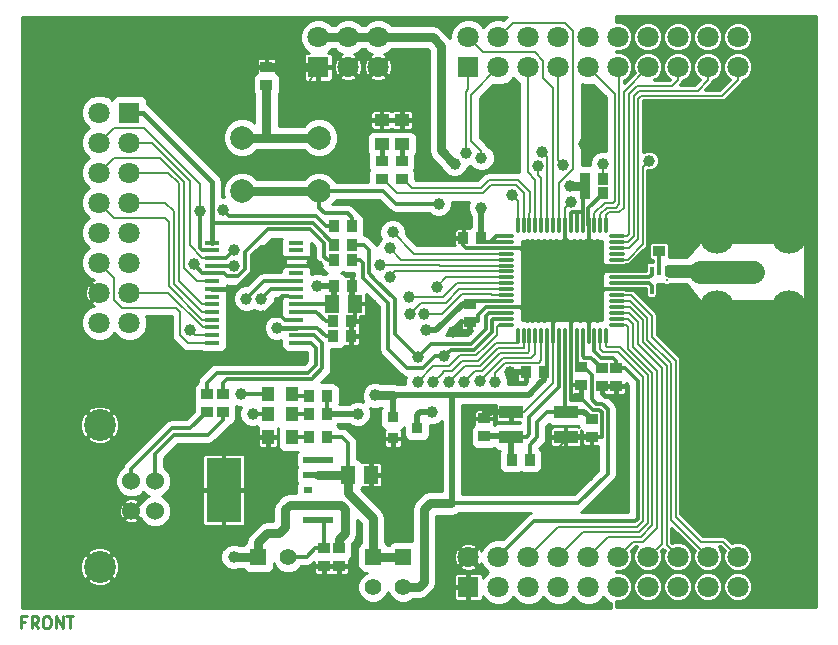
<source format=gtl>
G04 (created by PCBNEW-RS274X (2012-01-19 BZR 3256)-stable) date Thu 07 Jun 2012 01:37:20 PM EEST*
G01*
G70*
G90*
%MOIN*%
G04 Gerber Fmt 3.4, Leading zero omitted, Abs format*
%FSLAX34Y34*%
G04 APERTURE LIST*
%ADD10C,0.006000*%
%ADD11C,0.009800*%
%ADD12R,0.050000X0.016000*%
%ADD13R,0.036000X0.036000*%
%ADD14O,0.074800X0.074800*%
%ADD15O,0.118100X0.118100*%
%ADD16R,0.039400X0.035400*%
%ADD17R,0.035400X0.039400*%
%ADD18R,0.070900X0.070900*%
%ADD19C,0.070900*%
%ADD20R,0.039400X0.051200*%
%ADD21R,0.051200X0.039400*%
%ADD22R,0.055100X0.055100*%
%ADD23C,0.055100*%
%ADD24R,0.078700X0.043300*%
%ADD25R,0.051200X0.059000*%
%ADD26R,0.118100X0.216500*%
%ADD27R,0.031500X0.019700*%
%ADD28R,0.098400X0.023600*%
%ADD29R,0.011800X0.031500*%
%ADD30R,0.007900X0.007900*%
%ADD31C,0.060000*%
%ADD32C,0.106300*%
%ADD33O,0.055100X0.011800*%
%ADD34O,0.011800X0.055100*%
%ADD35R,0.224400X0.189000*%
%ADD36C,0.063000*%
%ADD37C,0.078700*%
%ADD38C,0.039400*%
%ADD39C,0.141700*%
%ADD40C,0.008000*%
%ADD41C,0.007900*%
%ADD42C,0.075600*%
%ADD43C,0.011800*%
%ADD44C,0.031500*%
%ADD45C,0.019700*%
%ADD46C,0.015700*%
%ADD47C,0.001000*%
%ADD48C,0.013800*%
G04 APERTURE END LIST*
G54D10*
G54D11*
X50812Y-44777D02*
X50681Y-44777D01*
X50681Y-44983D02*
X50681Y-44589D01*
X50868Y-44589D01*
X51244Y-44983D02*
X51113Y-44796D01*
X51019Y-44983D02*
X51019Y-44589D01*
X51169Y-44589D01*
X51206Y-44608D01*
X51225Y-44627D01*
X51244Y-44665D01*
X51244Y-44721D01*
X51225Y-44758D01*
X51206Y-44777D01*
X51169Y-44796D01*
X51019Y-44796D01*
X51488Y-44589D02*
X51563Y-44589D01*
X51600Y-44608D01*
X51638Y-44646D01*
X51657Y-44721D01*
X51657Y-44852D01*
X51638Y-44927D01*
X51600Y-44965D01*
X51563Y-44983D01*
X51488Y-44983D01*
X51450Y-44965D01*
X51413Y-44927D01*
X51394Y-44852D01*
X51394Y-44721D01*
X51413Y-44646D01*
X51450Y-44608D01*
X51488Y-44589D01*
X51826Y-44983D02*
X51826Y-44589D01*
X52051Y-44983D01*
X52051Y-44589D01*
X52183Y-44589D02*
X52408Y-44589D01*
X52295Y-44983D02*
X52295Y-44589D01*
G54D12*
X57045Y-32139D03*
X57045Y-32389D03*
X57045Y-32649D03*
X57045Y-32909D03*
X57045Y-33159D03*
X57045Y-33419D03*
X57045Y-33679D03*
X57045Y-33929D03*
X57045Y-34189D03*
X57045Y-34439D03*
X57045Y-34699D03*
X57045Y-34959D03*
X57045Y-35209D03*
X57045Y-35469D03*
X59845Y-35469D03*
X59845Y-35209D03*
X59845Y-34969D03*
X59845Y-34699D03*
X59845Y-34439D03*
X59845Y-34189D03*
X59845Y-33929D03*
X59845Y-33679D03*
X59845Y-33419D03*
X59845Y-33159D03*
X59845Y-32909D03*
X59845Y-32649D03*
X59845Y-32389D03*
X59845Y-32139D03*
G54D13*
X63065Y-38657D03*
X63065Y-37957D03*
X63865Y-38307D03*
G54D14*
X75059Y-33101D03*
G54D15*
X73858Y-31900D03*
X76260Y-31900D03*
X76260Y-34302D03*
X73858Y-34302D03*
G54D16*
X58848Y-26871D03*
X58848Y-26279D03*
G54D17*
X61102Y-32195D03*
X61694Y-32195D03*
X61102Y-32707D03*
X61694Y-32707D03*
X60274Y-37234D03*
X60866Y-37234D03*
G54D16*
X60767Y-42321D03*
X60767Y-42913D03*
G54D17*
X60274Y-37844D03*
X60866Y-37844D03*
X67619Y-39370D03*
X67027Y-39370D03*
X70060Y-30000D03*
X69468Y-30000D03*
G54D16*
X56861Y-37185D03*
X56861Y-37777D03*
X57403Y-37185D03*
X57403Y-37777D03*
G54D17*
X60866Y-38602D03*
X60274Y-38602D03*
G54D16*
X63366Y-29409D03*
X63366Y-30001D03*
X62687Y-29409D03*
X62687Y-30001D03*
G54D18*
X65579Y-43610D03*
G54D19*
X66579Y-43610D03*
X67579Y-43610D03*
X68579Y-43610D03*
X69579Y-43610D03*
X70579Y-43610D03*
X71579Y-43610D03*
X72579Y-43610D03*
X73579Y-43610D03*
X74579Y-43610D03*
X74579Y-42610D03*
X73579Y-42610D03*
X72579Y-42610D03*
X71579Y-42610D03*
X70579Y-42610D03*
X69579Y-42610D03*
X68579Y-42610D03*
X67579Y-42610D03*
X66579Y-42610D03*
X65579Y-42610D03*
G54D18*
X65579Y-26287D03*
G54D19*
X66579Y-26287D03*
X67579Y-26287D03*
X68579Y-26287D03*
X69579Y-26287D03*
X70579Y-26287D03*
X71579Y-26287D03*
X72579Y-26287D03*
X73579Y-26287D03*
X74579Y-26287D03*
X74579Y-25287D03*
X73579Y-25287D03*
X72579Y-25287D03*
X71579Y-25287D03*
X70579Y-25287D03*
X69579Y-25287D03*
X68579Y-25287D03*
X67579Y-25287D03*
X66579Y-25287D03*
X65579Y-25287D03*
G54D20*
X58907Y-37836D03*
X59695Y-37836D03*
X58907Y-37167D03*
X59695Y-37167D03*
G54D21*
X62687Y-28051D03*
X62687Y-28839D03*
X63366Y-28051D03*
X63366Y-28839D03*
G54D20*
X58897Y-38602D03*
X59685Y-38602D03*
G54D22*
X63402Y-42610D03*
G54D23*
X63402Y-43610D03*
G54D22*
X58574Y-42622D03*
G54D23*
X59574Y-42622D03*
G54D22*
X62402Y-42610D03*
G54D23*
X62402Y-43610D03*
G54D24*
X67007Y-38603D03*
X68819Y-38603D03*
X68819Y-37775D03*
X67007Y-37775D03*
G54D25*
X61573Y-39871D03*
X62323Y-39871D03*
X61042Y-34164D03*
X61792Y-34164D03*
G54D17*
X61102Y-33573D03*
X61694Y-33573D03*
X61082Y-34754D03*
X61674Y-34754D03*
G54D16*
X69331Y-36279D03*
X69331Y-36871D03*
X71947Y-32423D03*
X71947Y-31831D03*
X61274Y-42326D03*
X61274Y-42918D03*
X72714Y-33053D03*
X72714Y-32461D03*
X70020Y-36318D03*
X70020Y-36910D03*
X70512Y-36318D03*
X70512Y-36910D03*
G54D17*
X61082Y-35246D03*
X61674Y-35246D03*
X66005Y-31969D03*
X65413Y-31969D03*
G54D16*
X65650Y-34173D03*
X65650Y-34765D03*
G54D17*
X68091Y-36457D03*
X67499Y-36457D03*
X61102Y-31585D03*
X61694Y-31585D03*
X69468Y-30472D03*
X70060Y-30472D03*
G54D16*
X66102Y-38583D03*
X66102Y-37991D03*
X69685Y-38011D03*
X69685Y-38603D03*
G54D26*
X57421Y-40373D03*
G54D27*
X60236Y-40373D03*
G54D28*
X60571Y-40873D03*
X60571Y-41373D03*
X60571Y-39873D03*
X60571Y-39373D03*
G54D29*
X72203Y-33072D03*
X71947Y-33072D03*
X71691Y-33072D03*
X71691Y-33702D03*
X71947Y-33702D03*
X72203Y-33702D03*
G54D30*
X72203Y-33387D03*
G54D18*
X60575Y-26287D03*
G54D19*
X61575Y-26287D03*
X62575Y-26287D03*
X62575Y-25287D03*
X61575Y-25287D03*
X60575Y-25287D03*
G54D31*
X55137Y-41071D03*
X55137Y-40071D03*
X54350Y-40071D03*
X54350Y-41071D03*
G54D32*
X53287Y-42933D03*
X53287Y-38209D03*
G54D18*
X54280Y-27799D03*
G54D19*
X53280Y-27799D03*
X54280Y-28799D03*
X53280Y-28799D03*
X54280Y-29799D03*
X53280Y-29799D03*
X54280Y-30799D03*
X53280Y-30799D03*
X54280Y-31799D03*
X53280Y-31799D03*
X54280Y-32799D03*
X53280Y-32799D03*
X54280Y-33799D03*
X53280Y-33799D03*
X54280Y-34799D03*
X53280Y-34799D03*
G54D33*
X70549Y-33289D03*
X70549Y-33485D03*
X70549Y-33682D03*
X70549Y-33879D03*
X70549Y-34076D03*
X70549Y-34273D03*
X70549Y-34470D03*
X70549Y-34667D03*
X70549Y-34863D03*
X70549Y-33092D03*
X70549Y-32895D03*
X70549Y-32698D03*
X70549Y-32501D03*
X70549Y-32304D03*
X70549Y-32107D03*
X70549Y-31911D03*
G54D34*
X68797Y-35237D03*
X68994Y-35237D03*
X69191Y-35237D03*
X69388Y-35237D03*
X69585Y-35237D03*
X69782Y-35237D03*
X69979Y-35237D03*
X70175Y-35237D03*
X68601Y-35237D03*
X68404Y-35237D03*
X68207Y-35237D03*
X68010Y-35237D03*
X67813Y-35237D03*
X67616Y-35237D03*
X67419Y-35237D03*
X67223Y-35237D03*
X68797Y-31537D03*
X68994Y-31537D03*
X69191Y-31537D03*
X69388Y-31537D03*
X69585Y-31537D03*
X69782Y-31537D03*
X69979Y-31537D03*
X70175Y-31537D03*
X68601Y-31537D03*
X68404Y-31537D03*
X68207Y-31537D03*
X68010Y-31537D03*
X67813Y-31537D03*
X67616Y-31537D03*
X67419Y-31537D03*
X67223Y-31537D03*
G54D33*
X66849Y-33485D03*
X66849Y-33682D03*
X66849Y-33879D03*
X66849Y-34076D03*
X66849Y-34273D03*
X66849Y-34470D03*
X66849Y-34667D03*
X66849Y-34863D03*
X66849Y-33289D03*
X66849Y-33092D03*
X66849Y-32895D03*
X66849Y-32698D03*
X66849Y-32501D03*
X66849Y-32304D03*
X66849Y-32107D03*
X66849Y-31911D03*
G54D35*
X68699Y-33387D03*
G54D36*
X69447Y-33958D03*
X68699Y-33958D03*
X67951Y-33958D03*
X69447Y-33387D03*
X68699Y-33387D03*
X67951Y-33387D03*
X69447Y-32816D03*
X68699Y-32816D03*
X67951Y-32816D03*
G54D37*
X58031Y-30404D03*
X60591Y-28632D03*
X58031Y-28632D03*
X60591Y-30404D03*
G54D38*
X51673Y-42185D03*
X58524Y-43760D03*
X69449Y-28858D03*
X76772Y-35433D03*
X74803Y-36220D03*
X72835Y-38583D03*
X76811Y-43937D03*
X74016Y-35433D03*
X74409Y-37402D03*
X76772Y-36220D03*
X51654Y-27343D03*
X72933Y-40472D03*
X75079Y-34921D03*
X75984Y-38976D03*
X75984Y-37402D03*
X51673Y-39429D03*
X73622Y-37402D03*
X64665Y-41437D03*
X62402Y-39055D03*
X62874Y-39311D03*
X63504Y-40138D03*
X62874Y-39882D03*
X74823Y-34252D03*
X51673Y-33642D03*
X74016Y-38583D03*
X76772Y-37008D03*
X76772Y-38583D03*
X75984Y-40157D03*
X51929Y-24980D03*
X51929Y-26102D03*
X76772Y-41732D03*
X72933Y-39646D03*
X75591Y-35433D03*
X76004Y-43937D03*
X51673Y-43720D03*
X74803Y-41732D03*
X72589Y-33711D03*
X51673Y-36713D03*
X76772Y-39370D03*
X75984Y-36220D03*
X76772Y-40945D03*
X72835Y-37402D03*
X61388Y-43967D03*
X76378Y-43169D03*
X75197Y-38583D03*
X75984Y-41339D03*
X60217Y-43760D03*
X75984Y-42520D03*
X76772Y-40157D03*
X75325Y-34262D03*
X54606Y-43740D03*
X76772Y-37795D03*
X51673Y-30610D03*
X56693Y-43740D03*
X76772Y-42520D03*
X53150Y-24980D03*
X75197Y-37402D03*
X58179Y-33996D03*
X58002Y-37165D03*
X58681Y-33996D03*
X58386Y-37835D03*
X56289Y-35030D03*
X63622Y-34508D03*
X63602Y-33957D03*
X62953Y-33287D03*
X62972Y-32323D03*
X63051Y-31791D03*
X62618Y-32894D03*
X68041Y-29114D03*
X65492Y-29154D03*
X66014Y-29311D03*
X67884Y-29577D03*
X63898Y-36772D03*
X67028Y-30551D03*
X68740Y-29547D03*
X64409Y-36772D03*
X64921Y-36772D03*
X65433Y-36772D03*
X65955Y-36742D03*
X66457Y-36772D03*
X64528Y-33602D03*
X64094Y-34508D03*
X57409Y-31059D03*
X56634Y-31063D03*
X64587Y-30837D03*
X70059Y-29508D03*
X71614Y-29409D03*
X57766Y-32372D03*
X63907Y-35955D03*
X56417Y-32854D03*
X64783Y-35925D03*
X64370Y-37776D03*
X70728Y-38248D03*
X70689Y-37441D03*
X70728Y-40492D03*
X70728Y-39921D03*
X70236Y-40492D03*
X77028Y-32736D03*
X71929Y-34154D03*
X72431Y-31535D03*
X72982Y-31535D03*
X71949Y-31358D03*
G54D39*
X56732Y-26496D03*
G54D38*
X59016Y-32264D03*
X70728Y-39055D03*
X69016Y-30768D03*
X72470Y-34173D03*
X60551Y-32903D03*
X62677Y-40669D03*
X65079Y-35118D03*
X66969Y-36457D03*
X72451Y-31998D03*
X57047Y-41831D03*
G54D39*
X74213Y-40354D03*
G54D38*
X58720Y-34577D03*
X73002Y-32018D03*
X71289Y-32864D03*
X72992Y-33976D03*
X67520Y-40276D03*
X68307Y-39232D03*
X66890Y-40157D03*
X69646Y-39232D03*
X56319Y-41339D03*
X65984Y-39232D03*
X75335Y-31949D03*
X63287Y-27224D03*
X56339Y-39075D03*
X65315Y-31161D03*
X63022Y-41201D03*
X66358Y-39646D03*
X72441Y-35433D03*
X61417Y-27953D03*
X68268Y-40276D03*
X61319Y-29469D03*
X72835Y-30315D03*
X68996Y-39232D03*
X64843Y-31949D03*
X72835Y-36220D03*
X68976Y-40276D03*
X77028Y-33543D03*
X76772Y-28346D03*
X72047Y-29921D03*
X59724Y-27618D03*
X72559Y-34823D03*
X72077Y-34833D03*
X75984Y-29528D03*
X75984Y-28346D03*
X76772Y-25984D03*
X72047Y-30709D03*
X74803Y-29528D03*
X56319Y-39783D03*
X74803Y-31949D03*
X73081Y-34823D03*
X73622Y-30709D03*
X75591Y-27165D03*
X75591Y-25984D03*
X74409Y-27559D03*
X72362Y-29213D03*
X76772Y-29528D03*
X76772Y-30709D03*
X75984Y-30709D03*
X76772Y-27165D03*
X74803Y-28346D03*
X73622Y-29528D03*
X71654Y-28740D03*
X75591Y-24980D03*
X76772Y-24980D03*
X73622Y-36220D03*
X73228Y-28346D03*
X74803Y-30709D03*
X65118Y-29498D03*
X66004Y-30965D03*
X68976Y-30236D03*
X62461Y-37224D03*
X64154Y-35059D03*
X60541Y-33573D03*
X61900Y-37844D03*
X57755Y-42607D03*
X57756Y-32903D03*
X59193Y-34970D03*
G54D40*
X74823Y-35630D02*
X74941Y-35620D01*
G54D41*
X76772Y-38583D02*
X76634Y-39557D01*
X76004Y-43937D02*
X76102Y-42736D01*
G54D40*
X76418Y-35640D02*
X76772Y-35433D01*
X73386Y-35640D02*
X74016Y-35433D01*
G54D41*
X73652Y-38091D02*
X74409Y-37402D01*
X76132Y-36417D02*
X76772Y-36220D01*
X54606Y-43740D02*
X56693Y-43740D01*
X76772Y-41732D02*
X76772Y-42520D01*
X72933Y-39154D02*
X72933Y-39646D01*
X74469Y-38917D02*
X74459Y-38927D01*
X76811Y-43937D02*
X76811Y-43346D01*
X76634Y-39557D02*
X76772Y-39370D01*
X75837Y-38907D02*
X75197Y-38583D01*
G54D40*
X75591Y-35433D02*
X75522Y-35227D01*
G54D41*
X73622Y-38061D02*
X73652Y-38091D01*
X62874Y-39311D02*
X62658Y-39311D01*
X75866Y-40511D02*
X75984Y-40157D01*
X62658Y-39311D02*
X62402Y-39055D01*
X63248Y-39882D02*
X62874Y-39882D01*
X73150Y-38937D02*
X72933Y-39154D01*
X63504Y-40138D02*
X63248Y-39882D01*
G54D40*
X75522Y-35227D02*
X75325Y-35030D01*
G54D41*
X76772Y-37008D02*
X76280Y-37234D01*
X51673Y-30610D02*
X51673Y-33642D01*
X75068Y-38110D02*
X75197Y-37402D01*
G54D40*
X76211Y-35620D02*
X76418Y-35640D01*
G54D41*
X75984Y-38976D02*
X75837Y-38907D01*
X76772Y-40157D02*
X76841Y-40512D01*
X75984Y-37402D02*
X74941Y-37215D01*
X51929Y-26102D02*
X51654Y-27343D01*
X74459Y-38927D02*
X74016Y-38583D01*
X76772Y-37795D02*
X76634Y-38160D01*
X74803Y-36220D02*
X75984Y-36220D01*
G54D40*
X75325Y-35030D02*
X75325Y-34262D01*
G54D41*
X76772Y-43307D02*
X76466Y-43888D01*
X72835Y-37402D02*
X72835Y-38583D01*
X75984Y-41339D02*
X75866Y-40511D01*
X76102Y-42736D02*
X75984Y-42520D01*
X53150Y-24980D02*
X51929Y-24980D01*
X76841Y-40512D02*
X76772Y-40945D01*
X51673Y-42185D02*
X51673Y-43720D01*
X51673Y-36713D02*
X51673Y-39429D01*
G54D40*
X74941Y-35620D02*
X75591Y-35433D01*
G54D41*
X76634Y-38160D02*
X76772Y-38583D01*
X75049Y-38091D02*
X75068Y-38110D01*
X76811Y-43346D02*
X76772Y-43307D01*
X58524Y-43760D02*
X60217Y-43760D01*
X74409Y-37402D02*
X73622Y-37402D01*
X76466Y-43888D02*
X76811Y-43937D01*
G54D42*
X75059Y-33101D02*
X73297Y-33101D01*
G54D43*
X58002Y-37165D02*
X58033Y-37167D01*
X59845Y-33419D02*
X58756Y-33419D01*
X58756Y-33419D02*
X58179Y-33996D01*
X58033Y-37167D02*
X58907Y-37167D01*
X58386Y-37835D02*
X58436Y-37836D01*
X58996Y-33681D02*
X59843Y-33681D01*
X58681Y-33996D02*
X58996Y-33681D01*
X58436Y-37836D02*
X58907Y-37836D01*
X59845Y-33679D02*
X59843Y-33681D01*
G54D41*
X56469Y-35209D02*
X56289Y-35030D01*
X57045Y-35209D02*
X56469Y-35209D01*
X55975Y-34442D02*
X55975Y-35207D01*
X54026Y-34301D02*
X55834Y-34301D01*
X56237Y-35469D02*
X57045Y-35469D01*
X53281Y-32799D02*
X53780Y-33298D01*
X53780Y-33298D02*
X53780Y-34055D01*
X55975Y-35207D02*
X56237Y-35469D01*
X53780Y-34055D02*
X54026Y-34301D01*
X55834Y-34301D02*
X55975Y-34442D01*
X53280Y-32799D02*
X53281Y-32799D01*
X54280Y-33799D02*
X55562Y-33799D01*
X56722Y-34959D02*
X57045Y-34959D01*
X55562Y-33799D02*
X56722Y-34959D01*
X53780Y-31299D02*
X55453Y-31299D01*
X56697Y-34699D02*
X57045Y-34699D01*
X55591Y-33593D02*
X56697Y-34699D01*
X53280Y-30799D02*
X53780Y-31299D01*
X55453Y-31299D02*
X55591Y-31437D01*
X55591Y-31437D02*
X55591Y-33593D01*
X63622Y-34508D02*
X63996Y-34134D01*
X66849Y-33682D02*
X66398Y-33682D01*
X66398Y-33682D02*
X66397Y-33681D01*
X65277Y-33681D02*
X64824Y-34134D01*
X63996Y-34134D02*
X64824Y-34134D01*
X66397Y-33681D02*
X65277Y-33681D01*
X66849Y-33485D02*
X65413Y-33484D01*
X65216Y-33484D02*
X65413Y-33484D01*
X63602Y-33957D02*
X64744Y-33957D01*
X64744Y-33957D02*
X65216Y-33484D01*
X64647Y-33092D02*
X64646Y-33091D01*
X66849Y-33092D02*
X64647Y-33092D01*
X63149Y-33091D02*
X64646Y-33091D01*
X62953Y-33287D02*
X63149Y-33091D01*
X64646Y-33091D02*
X64647Y-33092D01*
X64627Y-32698D02*
X64626Y-32697D01*
X63347Y-32698D02*
X64627Y-32698D01*
X62972Y-32323D02*
X63347Y-32698D01*
X66849Y-32698D02*
X64627Y-32698D01*
X63760Y-32500D02*
X63051Y-31791D01*
X64606Y-32500D02*
X63760Y-32500D01*
X64607Y-32501D02*
X64606Y-32500D01*
X66849Y-32501D02*
X64607Y-32501D01*
X64647Y-32895D02*
X64646Y-32894D01*
X62618Y-32894D02*
X64646Y-32894D01*
X66849Y-32895D02*
X64647Y-32895D01*
G54D40*
X68602Y-30610D02*
X68602Y-30276D01*
G54D41*
X68601Y-31160D02*
X68602Y-31161D01*
X67057Y-24803D02*
X68789Y-24803D01*
G54D40*
X68602Y-30156D02*
X69075Y-29683D01*
G54D41*
X69075Y-25089D02*
X69075Y-25659D01*
G54D40*
X69075Y-29683D02*
X69075Y-25659D01*
G54D41*
X66579Y-25281D02*
X67057Y-24803D01*
X66579Y-25287D02*
X66579Y-25281D01*
X68602Y-31161D02*
X68602Y-30610D01*
X68601Y-31160D02*
X68601Y-31537D01*
X68789Y-24803D02*
X69075Y-25089D01*
G54D40*
X68602Y-30276D02*
X68602Y-30276D01*
X68602Y-30156D02*
X68602Y-30276D01*
X68404Y-30573D02*
X68404Y-26979D01*
G54D41*
X65582Y-25287D02*
X66082Y-25787D01*
G54D40*
X68404Y-30573D02*
X68404Y-31537D01*
X68071Y-26646D02*
X68071Y-26643D01*
X68404Y-26979D02*
X68071Y-26646D01*
G54D41*
X67795Y-25787D02*
X68071Y-26063D01*
X68071Y-26063D02*
X68071Y-26643D01*
X65579Y-25287D02*
X65582Y-25287D01*
X66082Y-25787D02*
X67795Y-25787D01*
G54D40*
X68207Y-30534D02*
X68209Y-29281D01*
G54D41*
X65579Y-27020D02*
X65492Y-27107D01*
X65492Y-27107D02*
X65492Y-29154D01*
G54D40*
X68207Y-30534D02*
X68207Y-31537D01*
G54D41*
X65579Y-26287D02*
X65579Y-27020D01*
G54D40*
X68209Y-29281D02*
X68041Y-29114D01*
G54D41*
X66014Y-29085D02*
X65669Y-28740D01*
X66579Y-26287D02*
X66577Y-26287D01*
X66014Y-29311D02*
X66014Y-29085D01*
X66577Y-26287D02*
X65669Y-27195D01*
X67884Y-29863D02*
X68010Y-29989D01*
X65669Y-27195D02*
X65669Y-28740D01*
G54D40*
X68010Y-30495D02*
X68010Y-31537D01*
G54D41*
X67884Y-29577D02*
X67884Y-29863D01*
X68010Y-29989D02*
X68010Y-30495D01*
X63898Y-36772D02*
X63898Y-36771D01*
X66535Y-34941D02*
X66535Y-35197D01*
X64941Y-36260D02*
X65315Y-35886D01*
X65846Y-35886D02*
X66162Y-35570D01*
X66613Y-34863D02*
X66535Y-34941D01*
X63898Y-36771D02*
X64409Y-36260D01*
X66535Y-35197D02*
X66162Y-35570D01*
X65315Y-35886D02*
X65846Y-35886D01*
X64409Y-36260D02*
X64941Y-36260D01*
X66613Y-34863D02*
X66849Y-34863D01*
G54D40*
X67559Y-27382D02*
X67559Y-27382D01*
X67559Y-27382D02*
X67559Y-29773D01*
X67815Y-30029D02*
X67815Y-30748D01*
X67559Y-26280D02*
X67559Y-27382D01*
X67815Y-30748D02*
X67813Y-31537D01*
X67559Y-29773D02*
X67815Y-30029D01*
X67224Y-30747D02*
X67028Y-30551D01*
X67224Y-30748D02*
X67224Y-30747D01*
X67224Y-30748D02*
X67223Y-31537D01*
G54D41*
X68579Y-26287D02*
X68579Y-29386D01*
G54D40*
X68740Y-29547D02*
X68579Y-29386D01*
X67223Y-35237D02*
X67223Y-35444D01*
X67223Y-35444D02*
X67185Y-35482D01*
G54D41*
X66487Y-35482D02*
X66241Y-35728D01*
X67185Y-35482D02*
X66634Y-35482D01*
X65374Y-36063D02*
X65906Y-36063D01*
X64764Y-36417D02*
X65020Y-36417D01*
X65020Y-36417D02*
X65374Y-36063D01*
X64409Y-36772D02*
X64685Y-36496D01*
X65906Y-36063D02*
X66241Y-35728D01*
X66634Y-35482D02*
X66487Y-35482D01*
X64685Y-36496D02*
X64764Y-36417D01*
G54D40*
X66654Y-35643D02*
X66634Y-35643D01*
G54D41*
X65354Y-36339D02*
X65354Y-36338D01*
X66561Y-35643D02*
X66319Y-35885D01*
X65452Y-36240D02*
X65964Y-36240D01*
G54D40*
X67419Y-35628D02*
X67404Y-35643D01*
G54D41*
X65354Y-36338D02*
X65452Y-36240D01*
G54D40*
X67419Y-35237D02*
X67419Y-35628D01*
X67404Y-35643D02*
X66654Y-35643D01*
G54D41*
X65964Y-36240D02*
X66319Y-35885D01*
X66561Y-35643D02*
X66654Y-35643D01*
X64921Y-36772D02*
X65354Y-36339D01*
X66043Y-36398D02*
X66399Y-36042D01*
X65806Y-36398D02*
X66043Y-36398D01*
X65433Y-36772D02*
X65433Y-36771D01*
G54D40*
X67559Y-35804D02*
X66634Y-35804D01*
G54D41*
X66634Y-35804D02*
X66634Y-35807D01*
G54D40*
X67616Y-35747D02*
X67559Y-35804D01*
X67616Y-35747D02*
X67616Y-35237D01*
G54D41*
X66634Y-35807D02*
X66399Y-36042D01*
X65433Y-36771D02*
X65806Y-36398D01*
G54D40*
X67813Y-35839D02*
X67678Y-35974D01*
X66723Y-35974D02*
X65955Y-36742D01*
X67813Y-35237D02*
X67813Y-35839D01*
X67678Y-35974D02*
X66723Y-35974D01*
G54D41*
X66816Y-36138D02*
X66796Y-36138D01*
G54D40*
X68010Y-36045D02*
X67917Y-36138D01*
X68010Y-35237D02*
X68010Y-36045D01*
G54D41*
X66457Y-36476D02*
X66457Y-36772D01*
X66556Y-36378D02*
X66555Y-36378D01*
X67917Y-36138D02*
X66816Y-36138D01*
X66555Y-36378D02*
X66457Y-36476D01*
X66796Y-36138D02*
X66556Y-36378D01*
X66847Y-33287D02*
X64961Y-33287D01*
X64528Y-33602D02*
X64843Y-33287D01*
X64843Y-33287D02*
X66849Y-33289D01*
X66849Y-33289D02*
X66847Y-33287D01*
X66849Y-33289D02*
X64961Y-33287D01*
X65355Y-33839D02*
X64686Y-34508D01*
X64094Y-34508D02*
X64686Y-34508D01*
X66849Y-33879D02*
X66360Y-33879D01*
X66360Y-33879D02*
X66320Y-33839D01*
X66320Y-33839D02*
X65355Y-33839D01*
X54280Y-30799D02*
X55464Y-30799D01*
X56691Y-34439D02*
X57045Y-34439D01*
X55758Y-33506D02*
X56691Y-34439D01*
X55464Y-30799D02*
X55758Y-31093D01*
X55758Y-31093D02*
X55758Y-33506D01*
G54D43*
X55137Y-40071D02*
X55137Y-39182D01*
X55776Y-38543D02*
X56891Y-38543D01*
X55137Y-39182D02*
X55776Y-38543D01*
X57403Y-38031D02*
X57403Y-37777D01*
X56891Y-38543D02*
X57403Y-38031D01*
X55698Y-38327D02*
X56300Y-38327D01*
X54350Y-40071D02*
X54350Y-39675D01*
X56861Y-37766D02*
X56861Y-37777D01*
X54350Y-39675D02*
X55698Y-38327D01*
X56300Y-38327D02*
X56861Y-37766D01*
G54D41*
X57045Y-34189D02*
X56699Y-34189D01*
X55567Y-29799D02*
X54280Y-29799D01*
X55925Y-30157D02*
X55567Y-29799D01*
X55925Y-33415D02*
X56699Y-34189D01*
X55925Y-33415D02*
X55925Y-30157D01*
G54D43*
X56634Y-32323D02*
X56634Y-31063D01*
X56700Y-32389D02*
X56634Y-32323D01*
G54D41*
X53780Y-28297D02*
X54695Y-28297D01*
X54695Y-28297D02*
X54754Y-28297D01*
G54D43*
X60512Y-31260D02*
X60837Y-31585D01*
G54D41*
X56634Y-30177D02*
X56142Y-29685D01*
G54D43*
X58691Y-31260D02*
X57610Y-31260D01*
G54D41*
X53280Y-28797D02*
X53780Y-28297D01*
G54D43*
X57045Y-32389D02*
X56700Y-32389D01*
X58691Y-31260D02*
X58691Y-31260D01*
G54D41*
X54754Y-28297D02*
X56142Y-29685D01*
X56634Y-31063D02*
X56634Y-30177D01*
G54D43*
X57610Y-31260D02*
X57409Y-31059D01*
X58691Y-31260D02*
X58691Y-31260D01*
X58691Y-31260D02*
X60512Y-31260D01*
G54D41*
X53280Y-28797D02*
X53280Y-28799D01*
G54D43*
X60837Y-31585D02*
X61102Y-31585D01*
X61555Y-31161D02*
X61694Y-31300D01*
G54D40*
X71397Y-30514D02*
X71398Y-29626D01*
G54D43*
X60591Y-30965D02*
X60787Y-31161D01*
X61694Y-31300D02*
X61694Y-31585D01*
G54D40*
X70059Y-29508D02*
X70060Y-30000D01*
G54D41*
X71614Y-29409D02*
X71614Y-29409D01*
G54D44*
X58031Y-30404D02*
X60591Y-30404D01*
G54D41*
X71397Y-32186D02*
X71397Y-30514D01*
G54D43*
X64459Y-30837D02*
X64587Y-30837D01*
G54D41*
X70549Y-32698D02*
X70885Y-32698D01*
G54D43*
X63168Y-30836D02*
X64458Y-30836D01*
X60591Y-30404D02*
X62736Y-30404D01*
X60787Y-31161D02*
X61555Y-31161D01*
G54D41*
X70885Y-32698D02*
X71397Y-32186D01*
G54D43*
X62736Y-30404D02*
X63168Y-30836D01*
G54D40*
X71398Y-29626D02*
X71614Y-29409D01*
G54D43*
X64458Y-30836D02*
X64459Y-30837D01*
X60591Y-30404D02*
X60591Y-30965D01*
G54D41*
X63366Y-30001D02*
X63387Y-30001D01*
X63387Y-30001D02*
X63711Y-30325D01*
G54D40*
X67618Y-30748D02*
X67618Y-30453D01*
G54D41*
X66260Y-30059D02*
X66476Y-30059D01*
G54D40*
X67616Y-31537D02*
X67618Y-30748D01*
X67618Y-30453D02*
X67224Y-30059D01*
X67224Y-30059D02*
X66476Y-30059D01*
G54D41*
X65994Y-30325D02*
X63917Y-30325D01*
G54D40*
X66476Y-30059D02*
X66457Y-30059D01*
G54D41*
X63711Y-30325D02*
X63917Y-30325D01*
X66260Y-30059D02*
X65994Y-30325D01*
G54D40*
X67419Y-31537D02*
X67421Y-30748D01*
G54D41*
X66339Y-30216D02*
X66073Y-30482D01*
G54D40*
X67421Y-30478D02*
X67159Y-30216D01*
G54D41*
X66073Y-30482D02*
X64015Y-30482D01*
X66339Y-30216D02*
X66457Y-30216D01*
G54D40*
X66457Y-30216D02*
X66437Y-30216D01*
G54D41*
X62687Y-30001D02*
X62718Y-30001D01*
X62718Y-30001D02*
X63199Y-30482D01*
G54D40*
X67159Y-30216D02*
X66457Y-30216D01*
G54D41*
X63199Y-30482D02*
X64015Y-30482D01*
G54D40*
X67421Y-30748D02*
X67421Y-30478D01*
G54D41*
X57045Y-33419D02*
X56538Y-33419D01*
X56093Y-32974D02*
X56538Y-33419D01*
X53281Y-29799D02*
X53779Y-29301D01*
X53280Y-29799D02*
X53283Y-29799D01*
X53281Y-29799D02*
X53280Y-29799D01*
X55295Y-29301D02*
X56093Y-30099D01*
X56093Y-32974D02*
X56093Y-30099D01*
X53779Y-29301D02*
X55295Y-29301D01*
X57045Y-32649D02*
X56714Y-32649D01*
X55020Y-28799D02*
X54280Y-28799D01*
X56289Y-32224D02*
X56289Y-30068D01*
G54D43*
X57490Y-32648D02*
X57766Y-32372D01*
X57490Y-32648D02*
X57045Y-32649D01*
G54D41*
X56714Y-32649D02*
X56289Y-32224D01*
X55020Y-28799D02*
X56289Y-30068D01*
G54D43*
X62264Y-33150D02*
X62480Y-33366D01*
X62480Y-33366D02*
X63140Y-34026D01*
X62264Y-32363D02*
X62264Y-33150D01*
X64350Y-35512D02*
X63907Y-35955D01*
X63140Y-34026D02*
X63140Y-35188D01*
X66278Y-34470D02*
X66161Y-34587D01*
X63140Y-35188D02*
X63907Y-35955D01*
X66161Y-35020D02*
X65669Y-35512D01*
X62096Y-32195D02*
X62264Y-32363D01*
X66161Y-34587D02*
X66161Y-35020D01*
X65669Y-35512D02*
X64537Y-35512D01*
X61694Y-32195D02*
X62096Y-32195D01*
X66849Y-34470D02*
X66278Y-34470D01*
X64537Y-35512D02*
X64350Y-35512D01*
X57440Y-33159D02*
X57539Y-33258D01*
X60778Y-32155D02*
X60778Y-32600D01*
X60885Y-32707D02*
X61102Y-32707D01*
X60316Y-31693D02*
X60778Y-32155D01*
X58150Y-32459D02*
X58916Y-31693D01*
X57913Y-33258D02*
X58150Y-33021D01*
X58916Y-31693D02*
X60316Y-31693D01*
X57045Y-33159D02*
X56713Y-33150D01*
X57045Y-33159D02*
X57440Y-33159D01*
X60778Y-32600D02*
X60885Y-32707D01*
X58150Y-33021D02*
X58150Y-32459D01*
X57539Y-33258D02*
X57913Y-33258D01*
X56713Y-33150D02*
X56417Y-32854D01*
X66358Y-35118D02*
X65767Y-35709D01*
G54D45*
X64370Y-37776D02*
X63976Y-37776D01*
G54D43*
X62057Y-32795D02*
X62057Y-33297D01*
X66358Y-34705D02*
X66358Y-35118D01*
G54D45*
X63865Y-37887D02*
X63865Y-38307D01*
X63976Y-37776D02*
X63865Y-37887D01*
G54D43*
X66396Y-34667D02*
X66358Y-34705D01*
X64458Y-35925D02*
X64074Y-36309D01*
X66847Y-34665D02*
X66849Y-34667D01*
X65767Y-35709D02*
X65276Y-35709D01*
X65276Y-35709D02*
X64999Y-35709D01*
X64999Y-35709D02*
X64783Y-35925D01*
X61969Y-32707D02*
X62057Y-32795D01*
X62904Y-34144D02*
X62904Y-35680D01*
X62904Y-35680D02*
X63533Y-36309D01*
X66396Y-34667D02*
X66849Y-34667D01*
X63533Y-36309D02*
X64074Y-36309D01*
X61694Y-32707D02*
X61969Y-32707D01*
X62057Y-33297D02*
X62638Y-33878D01*
X64458Y-35925D02*
X64783Y-35925D01*
X62638Y-33878D02*
X62904Y-34144D01*
G54D46*
X57038Y-32132D02*
X57045Y-32139D01*
G54D43*
X60728Y-31821D02*
X60728Y-31820D01*
G54D46*
X54280Y-27799D02*
X54739Y-27799D01*
G54D43*
X57314Y-31486D02*
X58819Y-31486D01*
X61102Y-32195D02*
X61102Y-32195D01*
G54D46*
X54739Y-27799D02*
X57038Y-30098D01*
G54D43*
X60728Y-31820D02*
X60394Y-31486D01*
X57038Y-31486D02*
X57314Y-31486D01*
X60728Y-31821D02*
X61102Y-32195D01*
G54D46*
X57038Y-31486D02*
X57038Y-32132D01*
X57038Y-30098D02*
X57038Y-31486D01*
G54D43*
X58819Y-31486D02*
X60394Y-31486D01*
G54D41*
X71398Y-41407D02*
X71398Y-40373D01*
X67579Y-42608D02*
X68583Y-41604D01*
X68583Y-41604D02*
X71201Y-41604D01*
X69979Y-35668D02*
X69979Y-35237D01*
X70079Y-35768D02*
X70552Y-35768D01*
X69979Y-35668D02*
X70079Y-35768D01*
X70552Y-35768D02*
X71398Y-36614D01*
X71398Y-36614D02*
X71398Y-40373D01*
X71201Y-41604D02*
X71398Y-41407D01*
X67579Y-42610D02*
X67579Y-42608D01*
X71260Y-41772D02*
X71556Y-41476D01*
X68579Y-42602D02*
X69409Y-41772D01*
X71555Y-36545D02*
X71555Y-40474D01*
X69409Y-41772D02*
X71260Y-41772D01*
X68579Y-42610D02*
X68579Y-42602D01*
X70617Y-35611D02*
X71555Y-36545D01*
X70175Y-35588D02*
X70198Y-35611D01*
X71556Y-41476D02*
X71556Y-40474D01*
X70198Y-35611D02*
X70617Y-35611D01*
X71556Y-40474D02*
X71555Y-40474D01*
X70175Y-35588D02*
X70175Y-35237D01*
X71555Y-40474D02*
X71555Y-40474D01*
X71713Y-40669D02*
X71713Y-40679D01*
X70246Y-41939D02*
X71321Y-41939D01*
X69579Y-42606D02*
X70246Y-41939D01*
X71713Y-36467D02*
X71713Y-40669D01*
X70912Y-35666D02*
X71713Y-36467D01*
X70549Y-34863D02*
X70847Y-34863D01*
X71713Y-41547D02*
X71713Y-40679D01*
X71713Y-40669D02*
X71713Y-40679D01*
X71713Y-41547D02*
X71321Y-41939D01*
X69579Y-42610D02*
X69579Y-42606D01*
X70912Y-34928D02*
X70912Y-35666D01*
X70847Y-34863D02*
X70912Y-34928D01*
X71870Y-36398D02*
X71870Y-41632D01*
X70887Y-34667D02*
X70549Y-34667D01*
X70579Y-42610D02*
X70579Y-42600D01*
X71077Y-42102D02*
X71400Y-42102D01*
X71076Y-34856D02*
X71076Y-35604D01*
X70579Y-42600D02*
X71077Y-42102D01*
X71076Y-35604D02*
X71870Y-36398D01*
X70887Y-34667D02*
X71076Y-34856D01*
X71870Y-41632D02*
X71400Y-42102D01*
X71579Y-42610D02*
X71583Y-42610D01*
X71233Y-35525D02*
X72028Y-36320D01*
X71583Y-42610D02*
X72028Y-42165D01*
X72028Y-41752D02*
X72028Y-36320D01*
X71233Y-34776D02*
X71233Y-35525D01*
X72028Y-42165D02*
X72028Y-41752D01*
X70927Y-34470D02*
X70549Y-34470D01*
X70927Y-34470D02*
X71233Y-34776D01*
X72579Y-42610D02*
X72579Y-42608D01*
X71390Y-35446D02*
X72185Y-36240D01*
X70952Y-34273D02*
X70549Y-34273D01*
X70952Y-34273D02*
X71390Y-34711D01*
X72185Y-41810D02*
X72185Y-36240D01*
X72579Y-42608D02*
X72185Y-42214D01*
X71390Y-34711D02*
X71390Y-35446D01*
X72185Y-42214D02*
X72185Y-41810D01*
X72342Y-41352D02*
X72342Y-36161D01*
X70977Y-34076D02*
X70549Y-34076D01*
X71547Y-35365D02*
X72342Y-36161D01*
X73574Y-42610D02*
X72342Y-41378D01*
X73579Y-42610D02*
X73574Y-42610D01*
X72342Y-41378D02*
X72342Y-41352D01*
X70977Y-34076D02*
X71547Y-34646D01*
X71547Y-34646D02*
X71547Y-35365D01*
X72499Y-40648D02*
X72500Y-40649D01*
X70549Y-33879D02*
X71005Y-33879D01*
X72499Y-40649D02*
X72499Y-40648D01*
X72500Y-36083D02*
X72500Y-40649D01*
X72499Y-41268D02*
X72499Y-40649D01*
X71706Y-35289D02*
X72500Y-36083D01*
X71706Y-34580D02*
X71706Y-35289D01*
X73337Y-42106D02*
X72499Y-41268D01*
X74075Y-42106D02*
X73337Y-42106D01*
X71005Y-33879D02*
X71706Y-34580D01*
X74579Y-42610D02*
X74075Y-42106D01*
G54D43*
X67766Y-41417D02*
X71132Y-41417D01*
X70787Y-36319D02*
X70512Y-36318D01*
X70787Y-36319D02*
X71220Y-36752D01*
X71132Y-41417D02*
X71220Y-41329D01*
X70394Y-35965D02*
X70512Y-36083D01*
X70000Y-35965D02*
X70394Y-35965D01*
X71220Y-36752D02*
X71220Y-40178D01*
X69782Y-35747D02*
X70000Y-35965D01*
X69782Y-35237D02*
X69782Y-35747D01*
X66579Y-42604D02*
X67766Y-41417D01*
X66579Y-42610D02*
X66579Y-42604D01*
X71220Y-41329D02*
X71220Y-40178D01*
X70512Y-36083D02*
X70512Y-36318D01*
G54D41*
X70728Y-38248D02*
X70728Y-39055D01*
X70512Y-37264D02*
X70689Y-37441D01*
X70512Y-36910D02*
X70512Y-37264D01*
X68404Y-35237D02*
X68404Y-36813D01*
G54D43*
X69016Y-36870D02*
X68994Y-36870D01*
G54D41*
X70728Y-39921D02*
X70355Y-40472D01*
X70355Y-40472D02*
X70236Y-40492D01*
G54D40*
X71947Y-33702D02*
X71947Y-34136D01*
G54D43*
X71031Y-33092D02*
X71033Y-33094D01*
G54D40*
X72714Y-32261D02*
X72451Y-31998D01*
G54D43*
X70060Y-30472D02*
X70060Y-30511D01*
X69585Y-35237D02*
X69585Y-34273D01*
G54D41*
X62323Y-39871D02*
X62323Y-40296D01*
G54D43*
X70060Y-30511D02*
X69583Y-30988D01*
X56752Y-26486D02*
X56732Y-26496D01*
G54D40*
X72470Y-34173D02*
X72786Y-34163D01*
G54D43*
X59350Y-34577D02*
X59472Y-34699D01*
G54D45*
X67499Y-36457D02*
X66969Y-36457D01*
G54D43*
X65413Y-32224D02*
X65413Y-31969D01*
G54D41*
X56633Y-40373D02*
X56339Y-40079D01*
G54D46*
X62687Y-28051D02*
X63366Y-28051D01*
X57798Y-33679D02*
X58365Y-33112D01*
G54D45*
X61694Y-34025D02*
X61832Y-34163D01*
G54D43*
X69389Y-37362D02*
X69311Y-37362D01*
X66849Y-34273D02*
X66161Y-34272D01*
G54D41*
X69094Y-32992D02*
X68699Y-33387D01*
G54D45*
X66318Y-37775D02*
X66102Y-37991D01*
G54D40*
X72786Y-34163D02*
X72992Y-33976D01*
G54D43*
X68992Y-37362D02*
X68994Y-37360D01*
G54D40*
X69585Y-34273D02*
X68699Y-33387D01*
G54D43*
X69311Y-37362D02*
X68992Y-37362D01*
G54D45*
X69685Y-38603D02*
X68819Y-38603D01*
G54D43*
X68994Y-35237D02*
X68994Y-33682D01*
G54D41*
X56339Y-40079D02*
X56339Y-39075D01*
G54D40*
X71947Y-34136D02*
X71929Y-34154D01*
G54D45*
X61694Y-33573D02*
X61694Y-34025D01*
G54D43*
X70020Y-38543D02*
X70020Y-37776D01*
G54D40*
X68404Y-33682D02*
X68699Y-33387D01*
X71947Y-31831D02*
X71947Y-31360D01*
G54D45*
X67007Y-37775D02*
X66318Y-37775D01*
G54D43*
X66849Y-32304D02*
X65492Y-32303D01*
G54D41*
X68994Y-33092D02*
X68699Y-33387D01*
G54D43*
X70549Y-32895D02*
X71003Y-32895D01*
G54D46*
X58365Y-32560D02*
X58661Y-32264D01*
G54D43*
X70549Y-33092D02*
X71031Y-33092D01*
X58730Y-34577D02*
X59380Y-33927D01*
X67579Y-32461D02*
X68699Y-33387D01*
G54D44*
X70549Y-32992D02*
X69094Y-32992D01*
G54D40*
X72077Y-35030D02*
X72441Y-35433D01*
X71947Y-31360D02*
X71949Y-31358D01*
G54D43*
X59845Y-32909D02*
X59257Y-32909D01*
X65492Y-32303D02*
X65413Y-32224D01*
X59016Y-32668D02*
X59016Y-32264D01*
G54D41*
X67442Y-37775D02*
X67007Y-37775D01*
X68799Y-30984D02*
X69016Y-30768D01*
G54D43*
X67813Y-34273D02*
X68699Y-33387D01*
X70549Y-33682D02*
X68994Y-33682D01*
X56959Y-26279D02*
X56752Y-26486D01*
X59845Y-34699D02*
X59472Y-34699D01*
X65650Y-34744D02*
X65650Y-34765D01*
X58720Y-34577D02*
X59350Y-34577D01*
G54D44*
X58848Y-26279D02*
X60581Y-26280D01*
G54D43*
X57421Y-40373D02*
X57421Y-38603D01*
X69942Y-37698D02*
X69725Y-37698D01*
X67500Y-32382D02*
X67579Y-32461D01*
G54D40*
X71133Y-33682D02*
X71664Y-34213D01*
G54D43*
X71947Y-31831D02*
X71821Y-31831D01*
X68995Y-36870D02*
X69016Y-36870D01*
X69585Y-31537D02*
X69585Y-32501D01*
X59257Y-32909D02*
X59016Y-32668D01*
G54D40*
X68994Y-33682D02*
X68699Y-33387D01*
G54D43*
X61792Y-34164D02*
X61792Y-34636D01*
X68994Y-36870D02*
X68994Y-36809D01*
X60297Y-32649D02*
X60551Y-32903D01*
X68797Y-31537D02*
X68797Y-33289D01*
X67422Y-32304D02*
X67500Y-32382D01*
X69685Y-38603D02*
X70020Y-38602D01*
X68994Y-33682D02*
X68699Y-33387D01*
G54D41*
X70549Y-32992D02*
X70549Y-33092D01*
G54D43*
X68994Y-36871D02*
X68995Y-36870D01*
G54D40*
X68797Y-33289D02*
X68699Y-33387D01*
G54D43*
X69583Y-30988D02*
X69583Y-31537D01*
X58720Y-34577D02*
X58730Y-34577D01*
X66161Y-34272D02*
X65906Y-34528D01*
X66849Y-32304D02*
X67422Y-32304D01*
X59845Y-32649D02*
X59401Y-32649D01*
X71003Y-32895D02*
X71004Y-32894D01*
G54D41*
X70549Y-32895D02*
X70549Y-32992D01*
G54D40*
X70549Y-32895D02*
X71258Y-32895D01*
G54D43*
X68994Y-36809D02*
X68994Y-35237D01*
X59401Y-32649D02*
X59016Y-32264D01*
G54D45*
X65650Y-34765D02*
X65650Y-35059D01*
G54D40*
X70549Y-33682D02*
X71133Y-33682D01*
G54D43*
X71947Y-31831D02*
X72057Y-31831D01*
X65906Y-34528D02*
X65906Y-34744D01*
G54D46*
X58661Y-32264D02*
X59016Y-32264D01*
G54D43*
X70020Y-38602D02*
X70020Y-38543D01*
X68404Y-35237D02*
X68404Y-33682D01*
X57421Y-38603D02*
X57422Y-38602D01*
G54D40*
X71664Y-34213D02*
X71900Y-34213D01*
G54D43*
X65906Y-34744D02*
X65650Y-34744D01*
X70992Y-33682D02*
X70994Y-33680D01*
G54D40*
X72714Y-32461D02*
X72714Y-32261D01*
G54D43*
X58848Y-26279D02*
X56959Y-26279D01*
X68994Y-37360D02*
X68994Y-36870D01*
X61792Y-34636D02*
X61674Y-34754D01*
X70549Y-33682D02*
X70992Y-33682D01*
X69725Y-37698D02*
X69389Y-37362D01*
G54D41*
X68797Y-31537D02*
X68799Y-30984D01*
G54D43*
X57422Y-38602D02*
X58897Y-38602D01*
G54D46*
X58365Y-33112D02*
X58365Y-32560D01*
G54D43*
X59380Y-33927D02*
X59845Y-33929D01*
G54D40*
X71258Y-32895D02*
X71289Y-32864D01*
G54D43*
X69585Y-32501D02*
X68699Y-33387D01*
G54D41*
X68976Y-40276D02*
X68268Y-40276D01*
G54D40*
X72982Y-31535D02*
X72431Y-31535D01*
G54D43*
X70020Y-37776D02*
X69942Y-37698D01*
X61674Y-34754D02*
X61674Y-35246D01*
G54D40*
X72714Y-32461D02*
X72714Y-32306D01*
G54D41*
X63287Y-27224D02*
X62854Y-27657D01*
X77028Y-30926D02*
X77028Y-32736D01*
G54D45*
X68642Y-32402D02*
X67500Y-32402D01*
G54D43*
X69331Y-36871D02*
X69331Y-37362D01*
G54D41*
X67401Y-40157D02*
X66890Y-40157D01*
X57421Y-40373D02*
X56633Y-40373D01*
G54D43*
X66849Y-34273D02*
X67813Y-34273D01*
G54D41*
X56319Y-39783D02*
X56319Y-41339D01*
X66358Y-39646D02*
X65984Y-39272D01*
X67520Y-40276D02*
X67401Y-40157D01*
G54D45*
X68699Y-33387D02*
X68699Y-32502D01*
G54D41*
X62323Y-40296D02*
X63022Y-41201D01*
G54D40*
X72549Y-34833D02*
X72559Y-34823D01*
G54D45*
X68699Y-32502D02*
X68799Y-32402D01*
G54D43*
X60545Y-32909D02*
X60551Y-32903D01*
G54D45*
X68799Y-32402D02*
X69843Y-32402D01*
G54D41*
X62717Y-40709D02*
X63524Y-40709D01*
G54D45*
X67500Y-34390D02*
X67500Y-32382D01*
G54D41*
X74803Y-30709D02*
X75984Y-30709D01*
G54D45*
X69823Y-32422D02*
X69823Y-34390D01*
X69843Y-32402D02*
X69823Y-32422D01*
G54D41*
X68996Y-39232D02*
X69646Y-39232D01*
G54D45*
X68699Y-32345D02*
X68642Y-32402D01*
X69823Y-34390D02*
X67500Y-34390D01*
X67500Y-32382D02*
X67500Y-32402D01*
X67500Y-32402D02*
X67500Y-32382D01*
G54D41*
X60575Y-26287D02*
X60575Y-26295D01*
X65984Y-39272D02*
X65984Y-39232D01*
G54D43*
X69583Y-31537D02*
X69585Y-31537D01*
G54D45*
X65591Y-35118D02*
X65079Y-35118D01*
G54D41*
X65413Y-31259D02*
X65315Y-31161D01*
X68819Y-38720D02*
X68307Y-39232D01*
G54D45*
X68699Y-33387D02*
X68699Y-32345D01*
G54D41*
X62854Y-27657D02*
X61417Y-27953D01*
G54D45*
X65650Y-35059D02*
X65591Y-35118D01*
G54D40*
X72077Y-34833D02*
X72549Y-34833D01*
G54D41*
X60575Y-26295D02*
X59724Y-27618D01*
G54D40*
X72714Y-32306D02*
X73002Y-32018D01*
G54D41*
X75591Y-24980D02*
X75591Y-25984D01*
X62677Y-40669D02*
X62717Y-40709D01*
X72047Y-30709D02*
X72441Y-30315D01*
X72667Y-35650D02*
X72884Y-35867D01*
X68819Y-38603D02*
X68819Y-38720D01*
X72441Y-35433D02*
X72667Y-35650D01*
G54D46*
X57045Y-33679D02*
X57798Y-33679D01*
G54D41*
X76811Y-30709D02*
X77028Y-30926D01*
X72441Y-30315D02*
X72835Y-30315D01*
X72884Y-35867D02*
X72835Y-36220D01*
G54D40*
X72077Y-34833D02*
X72077Y-35030D01*
G54D41*
X73622Y-29528D02*
X74803Y-29528D01*
X72440Y-29528D02*
X72047Y-29921D01*
X65413Y-31969D02*
X65413Y-31259D01*
X75984Y-29528D02*
X75984Y-28346D01*
X72982Y-31348D02*
X73621Y-30709D01*
X73621Y-30709D02*
X73622Y-30709D01*
X68404Y-36813D02*
X67442Y-37775D01*
G54D43*
X60297Y-32649D02*
X59845Y-32649D01*
G54D46*
X70020Y-36910D02*
X70020Y-37136D01*
G54D41*
X76772Y-30709D02*
X76811Y-30709D01*
G54D43*
X69331Y-36871D02*
X68994Y-36871D01*
X59845Y-32909D02*
X60545Y-32909D01*
G54D41*
X72362Y-29213D02*
X72440Y-29528D01*
G54D46*
X70020Y-37136D02*
X70118Y-37234D01*
X70118Y-37234D02*
X70492Y-37234D01*
G54D41*
X72834Y-28740D02*
X71654Y-28740D01*
X75591Y-27165D02*
X75197Y-27559D01*
X75197Y-27559D02*
X74409Y-27559D01*
X76772Y-25984D02*
X76772Y-24980D01*
X76772Y-28346D02*
X76772Y-27165D01*
X76772Y-30709D02*
X76772Y-29528D01*
X74803Y-30709D02*
X74803Y-31949D01*
G54D45*
X62435Y-39759D02*
X62323Y-39871D01*
G54D40*
X71258Y-32895D02*
X71289Y-32864D01*
G54D46*
X70492Y-37234D02*
X70512Y-37214D01*
G54D41*
X73622Y-36220D02*
X74173Y-36417D01*
X72982Y-31535D02*
X72982Y-31348D01*
X73228Y-28346D02*
X72834Y-28740D01*
G54D46*
X70512Y-37214D02*
X70512Y-36910D01*
G54D41*
X70944Y-32304D02*
X71240Y-32008D01*
X71240Y-32008D02*
X71240Y-29213D01*
X70944Y-32304D02*
X70549Y-32304D01*
X74579Y-26287D02*
X74579Y-26703D01*
X71240Y-27337D02*
X71343Y-27234D01*
X71240Y-29213D02*
X71240Y-27337D01*
X74048Y-27234D02*
X74579Y-26703D01*
X71343Y-27234D02*
X74048Y-27234D01*
X70904Y-32107D02*
X71084Y-31927D01*
X71084Y-29193D02*
X71084Y-27253D01*
X71084Y-31927D02*
X71084Y-29193D01*
X73579Y-26287D02*
X73579Y-26705D01*
X73217Y-27067D02*
X73579Y-26705D01*
X71084Y-27253D02*
X71270Y-27067D01*
X70904Y-32107D02*
X70549Y-32107D01*
X71270Y-27067D02*
X73217Y-27067D01*
X70926Y-31851D02*
X70926Y-29114D01*
X70926Y-27175D02*
X71191Y-26910D01*
X72579Y-26287D02*
X72579Y-26700D01*
X70926Y-29114D02*
X70926Y-27175D01*
X70866Y-31911D02*
X70926Y-31851D01*
X72369Y-26910D02*
X72579Y-26700D01*
X71191Y-26910D02*
X72369Y-26910D01*
X70866Y-31911D02*
X70549Y-31911D01*
X71578Y-26287D02*
X70767Y-27098D01*
X70613Y-31122D02*
X70768Y-30967D01*
X71579Y-26287D02*
X71578Y-26287D01*
X70175Y-31222D02*
X70175Y-31537D01*
X70767Y-27098D02*
X70767Y-27548D01*
X70275Y-31122D02*
X70613Y-31122D01*
X70767Y-27548D02*
X70768Y-27548D01*
X70768Y-29094D02*
X70768Y-27548D01*
X70175Y-31222D02*
X70275Y-31122D01*
X70768Y-27548D02*
X70768Y-27548D01*
X70768Y-30967D02*
X70768Y-29094D01*
X70492Y-30965D02*
X70611Y-30846D01*
X69979Y-31537D02*
X69979Y-31183D01*
X70197Y-30965D02*
X70492Y-30965D01*
X69979Y-31183D02*
X70197Y-30965D01*
X70610Y-26318D02*
X70579Y-26287D01*
X70611Y-30846D02*
X70611Y-29094D01*
X70610Y-27106D02*
X70610Y-26318D01*
X70611Y-29094D02*
X70610Y-27106D01*
X69782Y-31143D02*
X70117Y-30808D01*
X69579Y-26291D02*
X70454Y-27166D01*
X70394Y-30808D02*
X70454Y-30748D01*
X70454Y-27166D02*
X70454Y-27753D01*
X70454Y-27753D02*
X70454Y-29114D01*
X70117Y-30808D02*
X70394Y-30808D01*
X69782Y-31537D02*
X69782Y-31143D01*
X69579Y-26287D02*
X69579Y-26291D01*
X70454Y-29114D02*
X70454Y-29094D01*
X70454Y-30748D02*
X70454Y-29114D01*
G54D43*
X70039Y-37500D02*
X70217Y-37678D01*
G54D44*
X69468Y-30472D02*
X69468Y-30236D01*
G54D43*
X69036Y-31102D02*
X69193Y-31102D01*
G54D45*
X66004Y-30965D02*
X66005Y-31320D01*
G54D44*
X64389Y-25287D02*
X62575Y-25287D01*
G54D43*
X69428Y-36279D02*
X69685Y-36536D01*
X66849Y-31911D02*
X66514Y-31911D01*
G54D45*
X68012Y-36791D02*
X67598Y-37205D01*
G54D44*
X63402Y-43610D02*
X63930Y-43610D01*
G54D45*
X64509Y-35059D02*
X65395Y-34173D01*
G54D44*
X64094Y-43446D02*
X64094Y-42284D01*
G54D45*
X63091Y-37205D02*
X65039Y-37205D01*
G54D43*
X65000Y-40827D02*
X65039Y-40827D01*
X69428Y-36279D02*
X69331Y-36279D01*
X68207Y-36341D02*
X68091Y-36457D01*
G54D44*
X64389Y-25287D02*
X64665Y-25563D01*
G54D43*
X69685Y-36536D02*
X69685Y-37165D01*
X69193Y-31122D02*
X69193Y-31102D01*
X66318Y-32107D02*
X66103Y-32107D01*
G54D45*
X65039Y-40827D02*
X65039Y-37205D01*
G54D43*
X66181Y-34075D02*
X65709Y-34075D01*
G54D45*
X63065Y-37957D02*
X63065Y-37231D01*
G54D43*
X69388Y-31537D02*
X69388Y-30552D01*
X66514Y-31911D02*
X66318Y-32107D01*
G54D44*
X64094Y-42284D02*
X64094Y-41024D01*
G54D43*
X69191Y-31102D02*
X69193Y-31104D01*
G54D45*
X64154Y-35059D02*
X64509Y-35059D01*
X63071Y-37225D02*
X63091Y-37205D01*
G54D44*
X68976Y-30236D02*
X69468Y-30236D01*
G54D43*
X69388Y-30552D02*
X69468Y-30472D01*
X69191Y-31102D02*
X69370Y-31102D01*
X68994Y-31537D02*
X68994Y-31262D01*
X66849Y-34076D02*
X66181Y-34075D01*
G54D45*
X68091Y-36457D02*
X68091Y-36712D01*
G54D43*
X69191Y-36139D02*
X69331Y-36279D01*
G54D44*
X65108Y-29498D02*
X64665Y-29055D01*
G54D43*
X68994Y-31537D02*
X68994Y-31144D01*
X69193Y-31104D02*
X69193Y-31122D01*
G54D44*
X63930Y-43610D02*
X64094Y-43446D01*
G54D43*
X65039Y-40827D02*
X67049Y-40827D01*
X69388Y-31537D02*
X69388Y-31262D01*
G54D44*
X64665Y-29055D02*
X64665Y-25563D01*
X60575Y-25287D02*
X61575Y-25287D01*
X65118Y-29498D02*
X65108Y-29498D01*
G54D45*
X65395Y-34173D02*
X65650Y-34173D01*
G54D44*
X63071Y-37225D02*
X62462Y-37225D01*
G54D43*
X69191Y-31537D02*
X69191Y-31102D01*
G54D45*
X66005Y-31320D02*
X66005Y-31969D01*
G54D43*
X69191Y-35237D02*
X69191Y-36139D01*
X66103Y-32107D02*
X65965Y-31969D01*
X68207Y-35237D02*
X68207Y-36341D01*
X70217Y-37678D02*
X70217Y-39843D01*
X69233Y-40827D02*
X70217Y-39843D01*
G54D45*
X67598Y-37205D02*
X65039Y-37205D01*
X69449Y-30453D02*
X69468Y-30472D01*
X68091Y-36712D02*
X68012Y-36791D01*
G54D44*
X69468Y-30236D02*
X69468Y-30000D01*
G54D43*
X69388Y-31120D02*
X69388Y-31262D01*
X69685Y-37342D02*
X69843Y-37500D01*
X69685Y-37165D02*
X69685Y-37342D01*
G54D45*
X63065Y-37231D02*
X63071Y-37225D01*
G54D43*
X69388Y-31262D02*
X69388Y-31537D01*
X68994Y-31144D02*
X69036Y-31102D01*
G54D44*
X62462Y-37225D02*
X62461Y-37224D01*
G54D43*
X69370Y-31102D02*
X69388Y-31120D01*
G54D44*
X64291Y-40827D02*
X65000Y-40827D01*
G54D43*
X67049Y-40827D02*
X69233Y-40827D01*
X69843Y-37500D02*
X70039Y-37500D01*
G54D44*
X64094Y-41024D02*
X64291Y-40827D01*
G54D43*
X66849Y-32107D02*
X66318Y-32107D01*
G54D44*
X61575Y-25287D02*
X62575Y-25287D01*
G54D45*
X61102Y-34143D02*
X61082Y-34163D01*
X61102Y-33573D02*
X61102Y-34143D01*
G54D43*
X60866Y-37234D02*
X60866Y-37844D01*
G54D45*
X60866Y-37844D02*
X61900Y-37844D01*
X60541Y-33573D02*
X61102Y-33573D01*
G54D43*
X61076Y-34169D02*
X61082Y-34163D01*
X59845Y-34189D02*
X61056Y-34189D01*
X61056Y-34189D02*
X61082Y-34163D01*
X61358Y-38602D02*
X61573Y-38817D01*
G54D44*
X62402Y-42610D02*
X62402Y-41320D01*
X61573Y-39871D02*
X61571Y-39873D01*
X61573Y-40491D02*
X61573Y-39871D01*
G54D43*
X60866Y-38602D02*
X61358Y-38602D01*
G54D44*
X62402Y-41320D02*
X61573Y-40491D01*
X61571Y-39873D02*
X60571Y-39873D01*
G54D43*
X61573Y-38817D02*
X61573Y-39871D01*
G54D44*
X62402Y-42610D02*
X63402Y-42610D01*
G54D43*
X60187Y-42607D02*
X60473Y-42321D01*
X60767Y-42321D02*
X60767Y-41476D01*
X60664Y-41373D02*
X60571Y-41373D01*
X60767Y-41476D02*
X60664Y-41373D01*
X60473Y-42321D02*
X60767Y-42321D01*
X59692Y-42607D02*
X60187Y-42607D01*
X69667Y-35965D02*
X70020Y-36318D01*
X69449Y-35965D02*
X69667Y-35965D01*
X69388Y-35237D02*
X69388Y-35904D01*
X69388Y-35904D02*
X69449Y-35965D01*
X67519Y-38603D02*
X67007Y-38603D01*
G54D45*
X67007Y-38603D02*
X67007Y-39350D01*
X66102Y-38583D02*
X66987Y-38583D01*
G54D43*
X67598Y-37953D02*
X67598Y-38524D01*
X68601Y-36950D02*
X67598Y-37953D01*
X67598Y-38524D02*
X67519Y-38603D01*
X68601Y-35237D02*
X68601Y-36950D01*
G54D45*
X67007Y-39350D02*
X67027Y-39370D01*
X66987Y-38583D02*
X67007Y-38603D01*
G54D43*
X70549Y-33485D02*
X71610Y-33485D01*
X71610Y-33485D02*
X71611Y-33484D01*
X71691Y-33564D02*
X71691Y-33702D01*
X71612Y-33485D02*
X71611Y-33484D01*
X71611Y-33484D02*
X71691Y-33564D01*
X60512Y-34439D02*
X60827Y-34754D01*
X59845Y-34439D02*
X60512Y-34439D01*
X60827Y-34754D02*
X61082Y-34754D01*
X60274Y-37844D02*
X59703Y-37844D01*
X59703Y-37844D02*
X59695Y-37836D01*
X59762Y-37234D02*
X59695Y-37167D01*
X60274Y-37234D02*
X59762Y-37234D01*
X60274Y-38602D02*
X59685Y-38602D01*
X60227Y-36468D02*
X60492Y-36203D01*
X60492Y-35639D02*
X60322Y-35469D01*
X60492Y-36203D02*
X60492Y-35639D01*
X57194Y-36468D02*
X60227Y-36468D01*
X56861Y-36801D02*
X57194Y-36468D01*
X56861Y-37185D02*
X56861Y-36801D01*
X60322Y-35469D02*
X59845Y-35469D01*
X57403Y-37185D02*
X57403Y-36810D01*
X57403Y-36810D02*
X57550Y-36663D01*
X57550Y-36663D02*
X60364Y-36663D01*
X60445Y-35209D02*
X59845Y-35209D01*
X60709Y-36318D02*
X60709Y-35473D01*
X60364Y-36663D02*
X60709Y-36318D01*
X60709Y-35473D02*
X60445Y-35209D01*
G54D44*
X61274Y-42326D02*
X61274Y-42022D01*
X59274Y-41822D02*
X58874Y-41822D01*
G54D43*
X57770Y-42622D02*
X57755Y-42607D01*
G54D44*
X58574Y-42122D02*
X58574Y-42622D01*
X61474Y-41822D02*
X61474Y-41022D01*
X58574Y-42622D02*
X57770Y-42622D01*
X58874Y-41822D02*
X58574Y-42122D01*
X61474Y-41022D02*
X61325Y-40873D01*
X59623Y-40873D02*
X59474Y-41022D01*
X59474Y-41022D02*
X59474Y-41622D01*
X61325Y-40873D02*
X60571Y-40873D01*
X60571Y-40873D02*
X59623Y-40873D01*
X61274Y-42022D02*
X61474Y-41822D01*
X59474Y-41622D02*
X59274Y-41822D01*
G54D43*
X57644Y-32909D02*
X57045Y-32909D01*
X60550Y-34969D02*
X60827Y-35246D01*
X59845Y-34969D02*
X60550Y-34969D01*
X59193Y-34970D02*
X59194Y-34969D01*
X57750Y-32909D02*
X57756Y-32903D01*
X60827Y-35246D02*
X61082Y-35246D01*
G54D46*
X59845Y-34969D02*
X59194Y-34969D01*
G54D43*
X57644Y-32909D02*
X57750Y-32909D01*
X71947Y-33072D02*
X71947Y-32423D01*
G54D44*
X58848Y-28632D02*
X58031Y-28632D01*
X58848Y-26871D02*
X58848Y-28632D01*
X60591Y-28632D02*
X58848Y-28632D01*
G54D46*
X62687Y-29409D02*
X62687Y-28839D01*
X63366Y-29409D02*
X63366Y-28839D01*
G54D43*
X70549Y-33289D02*
X71611Y-33289D01*
X71611Y-33289D02*
X71691Y-33209D01*
X71691Y-33209D02*
X71691Y-33072D01*
X68209Y-37775D02*
X68819Y-37775D01*
X67619Y-38877D02*
X67874Y-38622D01*
G54D45*
X68819Y-37775D02*
X69449Y-37775D01*
G54D43*
X67874Y-38622D02*
X67874Y-38110D01*
X68797Y-35237D02*
X68797Y-37753D01*
G54D45*
X69449Y-37775D02*
X69685Y-38011D01*
G54D43*
X67874Y-38110D02*
X68209Y-37775D01*
X68797Y-37753D02*
X68819Y-37775D01*
X67619Y-39370D02*
X67619Y-38877D01*
G54D10*
G36*
X73005Y-33263D02*
X72223Y-33263D01*
X72149Y-33226D01*
X72149Y-32917D01*
X72223Y-32880D01*
X73005Y-32880D01*
X73005Y-33263D01*
X73005Y-33263D01*
G37*
G54D47*
X73005Y-33263D02*
X72223Y-33263D01*
X72149Y-33226D01*
X72149Y-32917D01*
X72223Y-32880D01*
X73005Y-32880D01*
X73005Y-33263D01*
G54D10*
G36*
X60854Y-33139D02*
X60786Y-33168D01*
X60766Y-33187D01*
X60629Y-33131D01*
X60453Y-33131D01*
X60340Y-33177D01*
X60340Y-33030D01*
X60303Y-32940D01*
X60234Y-32871D01*
X60223Y-32866D01*
X60223Y-32848D01*
X60223Y-32831D01*
X60223Y-32804D01*
X60212Y-32779D01*
X60223Y-32754D01*
X60223Y-32727D01*
X60223Y-32710D01*
X60223Y-32681D01*
X60234Y-32677D01*
X60303Y-32608D01*
X60340Y-32517D01*
X60340Y-32420D01*
X60340Y-32267D01*
X60340Y-32260D01*
X60340Y-32170D01*
X60340Y-32148D01*
X60473Y-32281D01*
X60473Y-32600D01*
X60496Y-32717D01*
X60562Y-32816D01*
X60667Y-32920D01*
X60669Y-32923D01*
X60680Y-32930D01*
X60680Y-32953D01*
X60717Y-33043D01*
X60786Y-33112D01*
X60854Y-33139D01*
X60854Y-33139D01*
G37*
G54D11*
X60854Y-33139D02*
X60786Y-33168D01*
X60766Y-33187D01*
X60629Y-33131D01*
X60453Y-33131D01*
X60340Y-33177D01*
X60340Y-33030D01*
X60303Y-32940D01*
X60234Y-32871D01*
X60223Y-32866D01*
X60223Y-32848D01*
X60223Y-32831D01*
X60223Y-32804D01*
X60212Y-32779D01*
X60223Y-32754D01*
X60223Y-32727D01*
X60223Y-32710D01*
X60223Y-32681D01*
X60234Y-32677D01*
X60303Y-32608D01*
X60340Y-32517D01*
X60340Y-32420D01*
X60340Y-32267D01*
X60340Y-32260D01*
X60340Y-32170D01*
X60340Y-32148D01*
X60473Y-32281D01*
X60473Y-32600D01*
X60496Y-32717D01*
X60562Y-32816D01*
X60667Y-32920D01*
X60669Y-32923D01*
X60680Y-32930D01*
X60680Y-32953D01*
X60717Y-33043D01*
X60786Y-33112D01*
X60854Y-33139D01*
G54D10*
G36*
X61752Y-33251D02*
X61723Y-33280D01*
X61723Y-33495D01*
X61723Y-33544D01*
X61723Y-33602D01*
X61665Y-33602D01*
X61665Y-33544D01*
X61665Y-33495D01*
X61665Y-33280D01*
X61633Y-33248D01*
X61492Y-33248D01*
X61491Y-33248D01*
X61487Y-33237D01*
X61418Y-33168D01*
X61349Y-33140D01*
X61398Y-33120D01*
X61469Y-33149D01*
X61566Y-33149D01*
X61752Y-33149D01*
X61752Y-33251D01*
X61752Y-33251D01*
G37*
G54D11*
X61752Y-33251D02*
X61723Y-33280D01*
X61723Y-33495D01*
X61723Y-33544D01*
X61723Y-33602D01*
X61665Y-33602D01*
X61665Y-33544D01*
X61665Y-33495D01*
X61665Y-33280D01*
X61633Y-33248D01*
X61492Y-33248D01*
X61491Y-33248D01*
X61487Y-33237D01*
X61418Y-33168D01*
X61349Y-33140D01*
X61398Y-33120D01*
X61469Y-33149D01*
X61566Y-33149D01*
X61752Y-33149D01*
X61752Y-33251D01*
G54D10*
G36*
X63488Y-36605D02*
X63456Y-36684D01*
X63456Y-36860D01*
X63456Y-36861D01*
X63237Y-36861D01*
X63225Y-36853D01*
X63071Y-36822D01*
X62645Y-36822D01*
X62549Y-36782D01*
X62373Y-36782D01*
X62211Y-36849D01*
X62086Y-36974D01*
X62019Y-37136D01*
X62019Y-37312D01*
X62070Y-37436D01*
X61988Y-37402D01*
X61979Y-37402D01*
X61979Y-35469D01*
X61979Y-35418D01*
X61979Y-35307D01*
X61979Y-35185D01*
X61979Y-35074D01*
X61979Y-35023D01*
X61969Y-35000D01*
X61979Y-34977D01*
X61979Y-34926D01*
X61979Y-34815D01*
X61947Y-34783D01*
X61703Y-34783D01*
X61703Y-34953D01*
X61703Y-35047D01*
X61703Y-35217D01*
X61947Y-35217D01*
X61979Y-35185D01*
X61979Y-35307D01*
X61947Y-35275D01*
X61703Y-35275D01*
X61703Y-35539D01*
X61735Y-35571D01*
X61876Y-35571D01*
X61923Y-35552D01*
X61959Y-35516D01*
X61979Y-35469D01*
X61979Y-37402D01*
X61812Y-37402D01*
X61650Y-37469D01*
X61619Y-37500D01*
X61279Y-37500D01*
X61288Y-37479D01*
X61288Y-37382D01*
X61288Y-36988D01*
X61251Y-36898D01*
X61182Y-36829D01*
X61091Y-36792D01*
X60994Y-36792D01*
X60666Y-36792D01*
X60922Y-36535D01*
X60924Y-36534D01*
X60925Y-36534D01*
X60990Y-36435D01*
X60991Y-36435D01*
X61010Y-36338D01*
X61014Y-36319D01*
X61013Y-36318D01*
X61014Y-36318D01*
X61014Y-35688D01*
X61308Y-35688D01*
X61398Y-35651D01*
X61467Y-35582D01*
X61471Y-35570D01*
X61472Y-35571D01*
X61613Y-35571D01*
X61645Y-35539D01*
X61645Y-35324D01*
X61645Y-35275D01*
X61645Y-35217D01*
X61645Y-35168D01*
X61645Y-35047D01*
X61645Y-34953D01*
X61645Y-34832D01*
X61645Y-34783D01*
X61645Y-34725D01*
X61703Y-34725D01*
X61752Y-34725D01*
X61947Y-34725D01*
X61979Y-34693D01*
X61979Y-34587D01*
X62073Y-34587D01*
X62120Y-34568D01*
X62156Y-34532D01*
X62176Y-34485D01*
X62176Y-34434D01*
X62176Y-34225D01*
X62144Y-34193D01*
X61870Y-34193D01*
X61821Y-34193D01*
X61763Y-34193D01*
X61763Y-34135D01*
X61821Y-34135D01*
X61870Y-34135D01*
X62144Y-34135D01*
X62176Y-34103D01*
X62176Y-33894D01*
X62176Y-33847D01*
X62420Y-34091D01*
X62422Y-34094D01*
X62599Y-34271D01*
X62599Y-35680D01*
X62622Y-35797D01*
X62688Y-35896D01*
X63315Y-36522D01*
X63317Y-36525D01*
X63416Y-36591D01*
X63488Y-36605D01*
X63488Y-36605D01*
G37*
G54D11*
X63488Y-36605D02*
X63456Y-36684D01*
X63456Y-36860D01*
X63456Y-36861D01*
X63237Y-36861D01*
X63225Y-36853D01*
X63071Y-36822D01*
X62645Y-36822D01*
X62549Y-36782D01*
X62373Y-36782D01*
X62211Y-36849D01*
X62086Y-36974D01*
X62019Y-37136D01*
X62019Y-37312D01*
X62070Y-37436D01*
X61988Y-37402D01*
X61979Y-37402D01*
X61979Y-35469D01*
X61979Y-35418D01*
X61979Y-35307D01*
X61979Y-35185D01*
X61979Y-35074D01*
X61979Y-35023D01*
X61969Y-35000D01*
X61979Y-34977D01*
X61979Y-34926D01*
X61979Y-34815D01*
X61947Y-34783D01*
X61703Y-34783D01*
X61703Y-34953D01*
X61703Y-35047D01*
X61703Y-35217D01*
X61947Y-35217D01*
X61979Y-35185D01*
X61979Y-35307D01*
X61947Y-35275D01*
X61703Y-35275D01*
X61703Y-35539D01*
X61735Y-35571D01*
X61876Y-35571D01*
X61923Y-35552D01*
X61959Y-35516D01*
X61979Y-35469D01*
X61979Y-37402D01*
X61812Y-37402D01*
X61650Y-37469D01*
X61619Y-37500D01*
X61279Y-37500D01*
X61288Y-37479D01*
X61288Y-37382D01*
X61288Y-36988D01*
X61251Y-36898D01*
X61182Y-36829D01*
X61091Y-36792D01*
X60994Y-36792D01*
X60666Y-36792D01*
X60922Y-36535D01*
X60924Y-36534D01*
X60925Y-36534D01*
X60990Y-36435D01*
X60991Y-36435D01*
X61010Y-36338D01*
X61014Y-36319D01*
X61013Y-36318D01*
X61014Y-36318D01*
X61014Y-35688D01*
X61308Y-35688D01*
X61398Y-35651D01*
X61467Y-35582D01*
X61471Y-35570D01*
X61472Y-35571D01*
X61613Y-35571D01*
X61645Y-35539D01*
X61645Y-35324D01*
X61645Y-35275D01*
X61645Y-35217D01*
X61645Y-35168D01*
X61645Y-35047D01*
X61645Y-34953D01*
X61645Y-34832D01*
X61645Y-34783D01*
X61645Y-34725D01*
X61703Y-34725D01*
X61752Y-34725D01*
X61947Y-34725D01*
X61979Y-34693D01*
X61979Y-34587D01*
X62073Y-34587D01*
X62120Y-34568D01*
X62156Y-34532D01*
X62176Y-34485D01*
X62176Y-34434D01*
X62176Y-34225D01*
X62144Y-34193D01*
X61870Y-34193D01*
X61821Y-34193D01*
X61763Y-34193D01*
X61763Y-34135D01*
X61821Y-34135D01*
X61870Y-34135D01*
X62144Y-34135D01*
X62176Y-34103D01*
X62176Y-33894D01*
X62176Y-33847D01*
X62420Y-34091D01*
X62422Y-34094D01*
X62599Y-34271D01*
X62599Y-35680D01*
X62622Y-35797D01*
X62688Y-35896D01*
X63315Y-36522D01*
X63317Y-36525D01*
X63416Y-36591D01*
X63488Y-36605D01*
G54D10*
G36*
X64695Y-40424D02*
X64291Y-40424D01*
X64136Y-40455D01*
X64006Y-40542D01*
X63809Y-40739D01*
X63722Y-40870D01*
X63691Y-41024D01*
X63691Y-42090D01*
X63628Y-42090D01*
X63373Y-42090D01*
X63373Y-38862D01*
X63373Y-38718D01*
X63341Y-38686D01*
X63094Y-38686D01*
X63094Y-38933D01*
X63126Y-38965D01*
X63220Y-38965D01*
X63271Y-38965D01*
X63318Y-38945D01*
X63354Y-38909D01*
X63373Y-38862D01*
X63373Y-42090D01*
X63078Y-42090D01*
X63036Y-42107D01*
X63036Y-38933D01*
X63036Y-38686D01*
X62789Y-38686D01*
X62757Y-38718D01*
X62757Y-38862D01*
X62776Y-38909D01*
X62812Y-38945D01*
X62859Y-38965D01*
X62910Y-38965D01*
X63004Y-38965D01*
X63036Y-38933D01*
X63036Y-42107D01*
X62988Y-42127D01*
X62919Y-42196D01*
X62914Y-42207D01*
X62889Y-42207D01*
X62885Y-42196D01*
X62816Y-42127D01*
X62805Y-42122D01*
X62805Y-41320D01*
X62774Y-41166D01*
X62707Y-41065D01*
X62707Y-40192D01*
X62707Y-40141D01*
X62707Y-39932D01*
X62707Y-39810D01*
X62707Y-39601D01*
X62707Y-39550D01*
X62687Y-39503D01*
X62651Y-39467D01*
X62604Y-39448D01*
X62384Y-39448D01*
X62352Y-39480D01*
X62352Y-39842D01*
X62675Y-39842D01*
X62707Y-39810D01*
X62707Y-39932D01*
X62675Y-39900D01*
X62352Y-39900D01*
X62352Y-40262D01*
X62384Y-40294D01*
X62604Y-40294D01*
X62651Y-40275D01*
X62687Y-40239D01*
X62707Y-40192D01*
X62707Y-41065D01*
X62687Y-41035D01*
X61997Y-40345D01*
X62037Y-40305D01*
X62041Y-40293D01*
X62042Y-40294D01*
X62262Y-40294D01*
X62294Y-40262D01*
X62294Y-39949D01*
X62294Y-39900D01*
X62294Y-39842D01*
X62294Y-39793D01*
X62294Y-39480D01*
X62262Y-39448D01*
X62042Y-39448D01*
X62041Y-39448D01*
X62037Y-39437D01*
X61968Y-39368D01*
X61878Y-39331D01*
X61878Y-38817D01*
X61855Y-38700D01*
X61789Y-38601D01*
X61574Y-38386D01*
X61475Y-38320D01*
X61358Y-38297D01*
X61263Y-38297D01*
X61251Y-38266D01*
X61208Y-38223D01*
X61243Y-38188D01*
X61619Y-38188D01*
X61650Y-38219D01*
X61812Y-38286D01*
X61988Y-38286D01*
X62150Y-38219D01*
X62275Y-38094D01*
X62342Y-37932D01*
X62342Y-37756D01*
X62290Y-37631D01*
X62373Y-37666D01*
X62549Y-37666D01*
X62640Y-37628D01*
X62687Y-37628D01*
X62677Y-37638D01*
X62640Y-37729D01*
X62640Y-37826D01*
X62640Y-38186D01*
X62677Y-38276D01*
X62746Y-38345D01*
X62809Y-38371D01*
X62776Y-38405D01*
X62757Y-38452D01*
X62757Y-38596D01*
X62789Y-38628D01*
X62987Y-38628D01*
X63036Y-38628D01*
X63094Y-38628D01*
X63143Y-38628D01*
X63341Y-38628D01*
X63373Y-38596D01*
X63373Y-38452D01*
X63354Y-38405D01*
X63320Y-38371D01*
X63384Y-38345D01*
X63440Y-38289D01*
X63440Y-38536D01*
X63477Y-38626D01*
X63546Y-38695D01*
X63637Y-38732D01*
X63734Y-38732D01*
X64094Y-38732D01*
X64184Y-38695D01*
X64253Y-38626D01*
X64290Y-38535D01*
X64290Y-38438D01*
X64290Y-38218D01*
X64458Y-38218D01*
X64620Y-38151D01*
X64695Y-38076D01*
X64695Y-40424D01*
X64695Y-40424D01*
G37*
G54D11*
X64695Y-40424D02*
X64291Y-40424D01*
X64136Y-40455D01*
X64006Y-40542D01*
X63809Y-40739D01*
X63722Y-40870D01*
X63691Y-41024D01*
X63691Y-42090D01*
X63628Y-42090D01*
X63373Y-42090D01*
X63373Y-38862D01*
X63373Y-38718D01*
X63341Y-38686D01*
X63094Y-38686D01*
X63094Y-38933D01*
X63126Y-38965D01*
X63220Y-38965D01*
X63271Y-38965D01*
X63318Y-38945D01*
X63354Y-38909D01*
X63373Y-38862D01*
X63373Y-42090D01*
X63078Y-42090D01*
X63036Y-42107D01*
X63036Y-38933D01*
X63036Y-38686D01*
X62789Y-38686D01*
X62757Y-38718D01*
X62757Y-38862D01*
X62776Y-38909D01*
X62812Y-38945D01*
X62859Y-38965D01*
X62910Y-38965D01*
X63004Y-38965D01*
X63036Y-38933D01*
X63036Y-42107D01*
X62988Y-42127D01*
X62919Y-42196D01*
X62914Y-42207D01*
X62889Y-42207D01*
X62885Y-42196D01*
X62816Y-42127D01*
X62805Y-42122D01*
X62805Y-41320D01*
X62774Y-41166D01*
X62707Y-41065D01*
X62707Y-40192D01*
X62707Y-40141D01*
X62707Y-39932D01*
X62707Y-39810D01*
X62707Y-39601D01*
X62707Y-39550D01*
X62687Y-39503D01*
X62651Y-39467D01*
X62604Y-39448D01*
X62384Y-39448D01*
X62352Y-39480D01*
X62352Y-39842D01*
X62675Y-39842D01*
X62707Y-39810D01*
X62707Y-39932D01*
X62675Y-39900D01*
X62352Y-39900D01*
X62352Y-40262D01*
X62384Y-40294D01*
X62604Y-40294D01*
X62651Y-40275D01*
X62687Y-40239D01*
X62707Y-40192D01*
X62707Y-41065D01*
X62687Y-41035D01*
X61997Y-40345D01*
X62037Y-40305D01*
X62041Y-40293D01*
X62042Y-40294D01*
X62262Y-40294D01*
X62294Y-40262D01*
X62294Y-39949D01*
X62294Y-39900D01*
X62294Y-39842D01*
X62294Y-39793D01*
X62294Y-39480D01*
X62262Y-39448D01*
X62042Y-39448D01*
X62041Y-39448D01*
X62037Y-39437D01*
X61968Y-39368D01*
X61878Y-39331D01*
X61878Y-38817D01*
X61855Y-38700D01*
X61789Y-38601D01*
X61574Y-38386D01*
X61475Y-38320D01*
X61358Y-38297D01*
X61263Y-38297D01*
X61251Y-38266D01*
X61208Y-38223D01*
X61243Y-38188D01*
X61619Y-38188D01*
X61650Y-38219D01*
X61812Y-38286D01*
X61988Y-38286D01*
X62150Y-38219D01*
X62275Y-38094D01*
X62342Y-37932D01*
X62342Y-37756D01*
X62290Y-37631D01*
X62373Y-37666D01*
X62549Y-37666D01*
X62640Y-37628D01*
X62687Y-37628D01*
X62677Y-37638D01*
X62640Y-37729D01*
X62640Y-37826D01*
X62640Y-38186D01*
X62677Y-38276D01*
X62746Y-38345D01*
X62809Y-38371D01*
X62776Y-38405D01*
X62757Y-38452D01*
X62757Y-38596D01*
X62789Y-38628D01*
X62987Y-38628D01*
X63036Y-38628D01*
X63094Y-38628D01*
X63143Y-38628D01*
X63341Y-38628D01*
X63373Y-38596D01*
X63373Y-38452D01*
X63354Y-38405D01*
X63320Y-38371D01*
X63384Y-38345D01*
X63440Y-38289D01*
X63440Y-38536D01*
X63477Y-38626D01*
X63546Y-38695D01*
X63637Y-38732D01*
X63734Y-38732D01*
X64094Y-38732D01*
X64184Y-38695D01*
X64253Y-38626D01*
X64290Y-38535D01*
X64290Y-38438D01*
X64290Y-38218D01*
X64458Y-38218D01*
X64620Y-38151D01*
X64695Y-38076D01*
X64695Y-40424D01*
G54D10*
G36*
X65661Y-31592D02*
X65620Y-31633D01*
X65615Y-31644D01*
X65474Y-31644D01*
X65442Y-31676D01*
X65442Y-31891D01*
X65442Y-31940D01*
X65442Y-31998D01*
X65384Y-31998D01*
X65384Y-31940D01*
X65384Y-31676D01*
X65352Y-31644D01*
X65211Y-31644D01*
X65164Y-31663D01*
X65128Y-31699D01*
X65108Y-31746D01*
X65108Y-31797D01*
X65108Y-31908D01*
X65140Y-31940D01*
X65384Y-31940D01*
X65384Y-31998D01*
X65335Y-31998D01*
X65140Y-31998D01*
X65108Y-32030D01*
X65108Y-32141D01*
X65108Y-32192D01*
X65118Y-32216D01*
X64615Y-32216D01*
X64606Y-32214D01*
X64601Y-32215D01*
X63878Y-32215D01*
X63493Y-31829D01*
X63493Y-31703D01*
X63426Y-31541D01*
X63301Y-31416D01*
X63139Y-31349D01*
X62963Y-31349D01*
X62801Y-31416D01*
X62676Y-31541D01*
X62609Y-31703D01*
X62609Y-31879D01*
X62662Y-32007D01*
X62597Y-32073D01*
X62533Y-32226D01*
X62480Y-32147D01*
X62477Y-32145D01*
X62312Y-31979D01*
X62213Y-31913D01*
X62096Y-31890D01*
X62092Y-31890D01*
X62091Y-31890D01*
X62091Y-31889D01*
X62116Y-31830D01*
X62116Y-31733D01*
X62116Y-31339D01*
X62079Y-31249D01*
X62010Y-31180D01*
X61960Y-31159D01*
X61910Y-31084D01*
X61907Y-31082D01*
X61771Y-30945D01*
X61672Y-30879D01*
X61555Y-30856D01*
X61042Y-30856D01*
X61132Y-30767D01*
X61156Y-30709D01*
X62609Y-30709D01*
X62950Y-31049D01*
X62952Y-31052D01*
X63051Y-31118D01*
X63147Y-31137D01*
X63167Y-31141D01*
X63167Y-31140D01*
X63168Y-31141D01*
X64266Y-31141D01*
X64337Y-31212D01*
X64499Y-31279D01*
X64675Y-31279D01*
X64837Y-31212D01*
X64962Y-31087D01*
X65029Y-30925D01*
X65029Y-30767D01*
X65607Y-30767D01*
X65562Y-30877D01*
X65562Y-31053D01*
X65629Y-31215D01*
X65660Y-31246D01*
X65661Y-31321D01*
X65661Y-31592D01*
X65661Y-31592D01*
G37*
G54D11*
X65661Y-31592D02*
X65620Y-31633D01*
X65615Y-31644D01*
X65474Y-31644D01*
X65442Y-31676D01*
X65442Y-31891D01*
X65442Y-31940D01*
X65442Y-31998D01*
X65384Y-31998D01*
X65384Y-31940D01*
X65384Y-31676D01*
X65352Y-31644D01*
X65211Y-31644D01*
X65164Y-31663D01*
X65128Y-31699D01*
X65108Y-31746D01*
X65108Y-31797D01*
X65108Y-31908D01*
X65140Y-31940D01*
X65384Y-31940D01*
X65384Y-31998D01*
X65335Y-31998D01*
X65140Y-31998D01*
X65108Y-32030D01*
X65108Y-32141D01*
X65108Y-32192D01*
X65118Y-32216D01*
X64615Y-32216D01*
X64606Y-32214D01*
X64601Y-32215D01*
X63878Y-32215D01*
X63493Y-31829D01*
X63493Y-31703D01*
X63426Y-31541D01*
X63301Y-31416D01*
X63139Y-31349D01*
X62963Y-31349D01*
X62801Y-31416D01*
X62676Y-31541D01*
X62609Y-31703D01*
X62609Y-31879D01*
X62662Y-32007D01*
X62597Y-32073D01*
X62533Y-32226D01*
X62480Y-32147D01*
X62477Y-32145D01*
X62312Y-31979D01*
X62213Y-31913D01*
X62096Y-31890D01*
X62092Y-31890D01*
X62091Y-31890D01*
X62091Y-31889D01*
X62116Y-31830D01*
X62116Y-31733D01*
X62116Y-31339D01*
X62079Y-31249D01*
X62010Y-31180D01*
X61960Y-31159D01*
X61910Y-31084D01*
X61907Y-31082D01*
X61771Y-30945D01*
X61672Y-30879D01*
X61555Y-30856D01*
X61042Y-30856D01*
X61132Y-30767D01*
X61156Y-30709D01*
X62609Y-30709D01*
X62950Y-31049D01*
X62952Y-31052D01*
X63051Y-31118D01*
X63147Y-31137D01*
X63167Y-31141D01*
X63167Y-31140D01*
X63168Y-31141D01*
X64266Y-31141D01*
X64337Y-31212D01*
X64499Y-31279D01*
X64675Y-31279D01*
X64837Y-31212D01*
X64962Y-31087D01*
X65029Y-30925D01*
X65029Y-30767D01*
X65607Y-30767D01*
X65562Y-30877D01*
X65562Y-31053D01*
X65629Y-31215D01*
X65660Y-31246D01*
X65661Y-31321D01*
X65661Y-31592D01*
G54D10*
G36*
X65695Y-35054D02*
X65621Y-35128D01*
X65621Y-35038D01*
X65621Y-34794D01*
X65357Y-34794D01*
X65325Y-34826D01*
X65325Y-34967D01*
X65344Y-35014D01*
X65380Y-35050D01*
X65427Y-35070D01*
X65478Y-35070D01*
X65589Y-35070D01*
X65621Y-35038D01*
X65621Y-35128D01*
X65542Y-35207D01*
X64847Y-35207D01*
X65337Y-34716D01*
X65357Y-34736D01*
X65572Y-34736D01*
X65621Y-34736D01*
X65679Y-34736D01*
X65679Y-34794D01*
X65679Y-34843D01*
X65679Y-35038D01*
X65695Y-35054D01*
X65695Y-35054D01*
G37*
G54D11*
X65695Y-35054D02*
X65621Y-35128D01*
X65621Y-35038D01*
X65621Y-34794D01*
X65357Y-34794D01*
X65325Y-34826D01*
X65325Y-34967D01*
X65344Y-35014D01*
X65380Y-35050D01*
X65427Y-35070D01*
X65478Y-35070D01*
X65589Y-35070D01*
X65621Y-35038D01*
X65621Y-35128D01*
X65542Y-35207D01*
X64847Y-35207D01*
X65337Y-34716D01*
X65357Y-34736D01*
X65572Y-34736D01*
X65621Y-34736D01*
X65679Y-34736D01*
X65679Y-34794D01*
X65679Y-34843D01*
X65679Y-35038D01*
X65695Y-35054D01*
G54D10*
G36*
X67547Y-36769D02*
X67470Y-36846D01*
X67470Y-36750D01*
X67470Y-36486D01*
X67226Y-36486D01*
X67194Y-36518D01*
X67194Y-36629D01*
X67194Y-36680D01*
X67214Y-36727D01*
X67250Y-36763D01*
X67297Y-36782D01*
X67438Y-36782D01*
X67470Y-36750D01*
X67470Y-36846D01*
X67455Y-36861D01*
X66898Y-36861D01*
X66899Y-36860D01*
X66899Y-36684D01*
X66832Y-36522D01*
X66823Y-36513D01*
X66914Y-36423D01*
X67221Y-36423D01*
X67226Y-36428D01*
X67421Y-36428D01*
X67470Y-36428D01*
X67528Y-36428D01*
X67528Y-36486D01*
X67528Y-36535D01*
X67528Y-36750D01*
X67547Y-36769D01*
X67547Y-36769D01*
G37*
G54D11*
X67547Y-36769D02*
X67470Y-36846D01*
X67470Y-36750D01*
X67470Y-36486D01*
X67226Y-36486D01*
X67194Y-36518D01*
X67194Y-36629D01*
X67194Y-36680D01*
X67214Y-36727D01*
X67250Y-36763D01*
X67297Y-36782D01*
X67438Y-36782D01*
X67470Y-36750D01*
X67470Y-36846D01*
X67455Y-36861D01*
X66898Y-36861D01*
X66899Y-36860D01*
X66899Y-36684D01*
X66832Y-36522D01*
X66823Y-36513D01*
X66914Y-36423D01*
X67221Y-36423D01*
X67226Y-36428D01*
X67421Y-36428D01*
X67470Y-36428D01*
X67528Y-36428D01*
X67528Y-36486D01*
X67528Y-36535D01*
X67528Y-36750D01*
X67547Y-36769D01*
G54D10*
G36*
X67992Y-33387D02*
X67963Y-33416D01*
X67939Y-33416D01*
X67910Y-33387D01*
X67939Y-33358D01*
X67963Y-33358D01*
X67992Y-33387D01*
X67992Y-33387D01*
G37*
G54D11*
X67992Y-33387D02*
X67963Y-33416D01*
X67939Y-33416D01*
X67910Y-33387D01*
X67939Y-33358D01*
X67963Y-33358D01*
X67992Y-33387D01*
G54D10*
G36*
X68728Y-32828D02*
X68699Y-32857D01*
X68670Y-32828D01*
X68670Y-32804D01*
X68699Y-32775D01*
X68728Y-32804D01*
X68728Y-32828D01*
X68728Y-32828D01*
G37*
G54D11*
X68728Y-32828D02*
X68699Y-32857D01*
X68670Y-32828D01*
X68670Y-32804D01*
X68699Y-32775D01*
X68728Y-32804D01*
X68728Y-32828D01*
G54D10*
G36*
X68728Y-33970D02*
X68699Y-33999D01*
X68670Y-33970D01*
X68670Y-33946D01*
X68699Y-33917D01*
X68728Y-33946D01*
X68728Y-33970D01*
X68728Y-33970D01*
G37*
G54D11*
X68728Y-33970D02*
X68699Y-33999D01*
X68670Y-33970D01*
X68670Y-33946D01*
X68699Y-33917D01*
X68728Y-33946D01*
X68728Y-33970D01*
G54D10*
G36*
X68740Y-33387D02*
X68699Y-33428D01*
X68658Y-33387D01*
X68699Y-33346D01*
X68740Y-33387D01*
X68740Y-33387D01*
G37*
G54D11*
X68740Y-33387D02*
X68699Y-33428D01*
X68658Y-33387D01*
X68699Y-33346D01*
X68740Y-33387D01*
G54D10*
G36*
X69078Y-30797D02*
X69036Y-30797D01*
X68919Y-30820D01*
X68887Y-30841D01*
X68887Y-30677D01*
X68888Y-30678D01*
X69046Y-30678D01*
X69046Y-30718D01*
X69078Y-30797D01*
X69078Y-30797D01*
G37*
G54D11*
X69078Y-30797D02*
X69036Y-30797D01*
X68919Y-30820D01*
X68887Y-30841D01*
X68887Y-30677D01*
X68888Y-30678D01*
X69046Y-30678D01*
X69046Y-30718D01*
X69078Y-30797D01*
G54D10*
G36*
X69389Y-37389D02*
X69351Y-37351D01*
X69260Y-37314D01*
X69163Y-37314D01*
X69102Y-37314D01*
X69102Y-37173D01*
X69108Y-37176D01*
X69159Y-37176D01*
X69270Y-37176D01*
X69302Y-37144D01*
X69302Y-36949D01*
X69302Y-36900D01*
X69302Y-36842D01*
X69360Y-36842D01*
X69360Y-36900D01*
X69360Y-36949D01*
X69360Y-37144D01*
X69380Y-37164D01*
X69380Y-37165D01*
X69380Y-37342D01*
X69389Y-37389D01*
X69389Y-37389D01*
G37*
G54D11*
X69389Y-37389D02*
X69351Y-37351D01*
X69260Y-37314D01*
X69163Y-37314D01*
X69102Y-37314D01*
X69102Y-37173D01*
X69108Y-37176D01*
X69159Y-37176D01*
X69270Y-37176D01*
X69302Y-37144D01*
X69302Y-36949D01*
X69302Y-36900D01*
X69302Y-36842D01*
X69360Y-36842D01*
X69360Y-36900D01*
X69360Y-36949D01*
X69360Y-37144D01*
X69380Y-37164D01*
X69380Y-37165D01*
X69380Y-37342D01*
X69389Y-37389D01*
G54D10*
G36*
X69488Y-33387D02*
X69459Y-33416D01*
X69435Y-33416D01*
X69406Y-33387D01*
X69435Y-33358D01*
X69459Y-33358D01*
X69488Y-33387D01*
X69488Y-33387D01*
G37*
G54D11*
X69488Y-33387D02*
X69459Y-33416D01*
X69435Y-33416D01*
X69406Y-33387D01*
X69435Y-33358D01*
X69459Y-33358D01*
X69488Y-33387D01*
G54D10*
G36*
X69912Y-39716D02*
X69656Y-39972D01*
X69656Y-38876D01*
X69656Y-38632D01*
X69392Y-38632D01*
X69360Y-38664D01*
X69360Y-38805D01*
X69379Y-38852D01*
X69415Y-38888D01*
X69462Y-38908D01*
X69513Y-38908D01*
X69624Y-38908D01*
X69656Y-38876D01*
X69656Y-39972D01*
X69340Y-40288D01*
X69340Y-38845D01*
X69340Y-38794D01*
X69340Y-38664D01*
X69308Y-38632D01*
X68848Y-38632D01*
X68848Y-38915D01*
X68880Y-38947D01*
X69237Y-38947D01*
X69284Y-38928D01*
X69320Y-38892D01*
X69340Y-38845D01*
X69340Y-40288D01*
X69106Y-40522D01*
X68790Y-40522D01*
X68790Y-38915D01*
X68790Y-38632D01*
X68790Y-38574D01*
X68790Y-38291D01*
X68758Y-38259D01*
X68401Y-38259D01*
X68354Y-38278D01*
X68318Y-38314D01*
X68298Y-38361D01*
X68298Y-38412D01*
X68298Y-38542D01*
X68330Y-38574D01*
X68790Y-38574D01*
X68790Y-38632D01*
X68330Y-38632D01*
X68298Y-38664D01*
X68298Y-38794D01*
X68298Y-38845D01*
X68318Y-38892D01*
X68354Y-38928D01*
X68401Y-38947D01*
X68758Y-38947D01*
X68790Y-38915D01*
X68790Y-40522D01*
X67049Y-40522D01*
X65383Y-40522D01*
X65383Y-37549D01*
X66486Y-37549D01*
X66486Y-37584D01*
X66486Y-37714D01*
X66518Y-37746D01*
X66929Y-37746D01*
X66978Y-37746D01*
X67036Y-37746D01*
X67036Y-37804D01*
X67036Y-37853D01*
X67036Y-38087D01*
X67068Y-38119D01*
X67293Y-38119D01*
X67293Y-38142D01*
X66978Y-38142D01*
X66978Y-38087D01*
X66978Y-37804D01*
X66518Y-37804D01*
X66486Y-37836D01*
X66486Y-37966D01*
X66486Y-38017D01*
X66506Y-38064D01*
X66542Y-38100D01*
X66589Y-38119D01*
X66946Y-38119D01*
X66978Y-38087D01*
X66978Y-38142D01*
X66565Y-38142D01*
X66475Y-38179D01*
X66447Y-38207D01*
X66438Y-38198D01*
X66427Y-38193D01*
X66427Y-38052D01*
X66427Y-37930D01*
X66427Y-37789D01*
X66408Y-37742D01*
X66372Y-37706D01*
X66325Y-37686D01*
X66274Y-37686D01*
X66163Y-37686D01*
X66131Y-37718D01*
X66131Y-37962D01*
X66395Y-37962D01*
X66427Y-37930D01*
X66427Y-38052D01*
X66395Y-38020D01*
X66180Y-38020D01*
X66131Y-38020D01*
X66073Y-38020D01*
X66073Y-37962D01*
X66073Y-37718D01*
X66041Y-37686D01*
X65930Y-37686D01*
X65879Y-37686D01*
X65832Y-37706D01*
X65796Y-37742D01*
X65777Y-37789D01*
X65777Y-37930D01*
X65809Y-37962D01*
X66073Y-37962D01*
X66073Y-38020D01*
X66024Y-38020D01*
X65809Y-38020D01*
X65777Y-38052D01*
X65777Y-38193D01*
X65766Y-38198D01*
X65697Y-38267D01*
X65660Y-38358D01*
X65660Y-38455D01*
X65660Y-38809D01*
X65697Y-38899D01*
X65766Y-38968D01*
X65857Y-39005D01*
X65954Y-39005D01*
X66348Y-39005D01*
X66422Y-38974D01*
X66475Y-39027D01*
X66566Y-39064D01*
X66629Y-39064D01*
X66605Y-39125D01*
X66605Y-39222D01*
X66605Y-39616D01*
X66642Y-39706D01*
X66711Y-39775D01*
X66802Y-39812D01*
X66899Y-39812D01*
X67253Y-39812D01*
X67323Y-39783D01*
X67394Y-39812D01*
X67491Y-39812D01*
X67845Y-39812D01*
X67935Y-39775D01*
X68004Y-39706D01*
X68041Y-39615D01*
X68041Y-39518D01*
X68041Y-39124D01*
X68004Y-39034D01*
X67948Y-38978D01*
X68087Y-38839D01*
X68089Y-38838D01*
X68090Y-38838D01*
X68156Y-38739D01*
X68179Y-38622D01*
X68179Y-38236D01*
X68251Y-38163D01*
X68287Y-38199D01*
X68378Y-38236D01*
X68475Y-38236D01*
X69243Y-38236D01*
X69243Y-38237D01*
X69255Y-38266D01*
X69237Y-38259D01*
X68880Y-38259D01*
X68848Y-38291D01*
X68848Y-38574D01*
X69308Y-38574D01*
X69340Y-38542D01*
X69340Y-38412D01*
X69340Y-38387D01*
X69349Y-38396D01*
X69360Y-38400D01*
X69360Y-38401D01*
X69360Y-38542D01*
X69392Y-38574D01*
X69607Y-38574D01*
X69656Y-38574D01*
X69714Y-38574D01*
X69714Y-38632D01*
X69714Y-38681D01*
X69714Y-38876D01*
X69746Y-38908D01*
X69857Y-38908D01*
X69908Y-38908D01*
X69912Y-38906D01*
X69912Y-39716D01*
X69912Y-39716D01*
G37*
G54D11*
X69912Y-39716D02*
X69656Y-39972D01*
X69656Y-38876D01*
X69656Y-38632D01*
X69392Y-38632D01*
X69360Y-38664D01*
X69360Y-38805D01*
X69379Y-38852D01*
X69415Y-38888D01*
X69462Y-38908D01*
X69513Y-38908D01*
X69624Y-38908D01*
X69656Y-38876D01*
X69656Y-39972D01*
X69340Y-40288D01*
X69340Y-38845D01*
X69340Y-38794D01*
X69340Y-38664D01*
X69308Y-38632D01*
X68848Y-38632D01*
X68848Y-38915D01*
X68880Y-38947D01*
X69237Y-38947D01*
X69284Y-38928D01*
X69320Y-38892D01*
X69340Y-38845D01*
X69340Y-40288D01*
X69106Y-40522D01*
X68790Y-40522D01*
X68790Y-38915D01*
X68790Y-38632D01*
X68790Y-38574D01*
X68790Y-38291D01*
X68758Y-38259D01*
X68401Y-38259D01*
X68354Y-38278D01*
X68318Y-38314D01*
X68298Y-38361D01*
X68298Y-38412D01*
X68298Y-38542D01*
X68330Y-38574D01*
X68790Y-38574D01*
X68790Y-38632D01*
X68330Y-38632D01*
X68298Y-38664D01*
X68298Y-38794D01*
X68298Y-38845D01*
X68318Y-38892D01*
X68354Y-38928D01*
X68401Y-38947D01*
X68758Y-38947D01*
X68790Y-38915D01*
X68790Y-40522D01*
X67049Y-40522D01*
X65383Y-40522D01*
X65383Y-37549D01*
X66486Y-37549D01*
X66486Y-37584D01*
X66486Y-37714D01*
X66518Y-37746D01*
X66929Y-37746D01*
X66978Y-37746D01*
X67036Y-37746D01*
X67036Y-37804D01*
X67036Y-37853D01*
X67036Y-38087D01*
X67068Y-38119D01*
X67293Y-38119D01*
X67293Y-38142D01*
X66978Y-38142D01*
X66978Y-38087D01*
X66978Y-37804D01*
X66518Y-37804D01*
X66486Y-37836D01*
X66486Y-37966D01*
X66486Y-38017D01*
X66506Y-38064D01*
X66542Y-38100D01*
X66589Y-38119D01*
X66946Y-38119D01*
X66978Y-38087D01*
X66978Y-38142D01*
X66565Y-38142D01*
X66475Y-38179D01*
X66447Y-38207D01*
X66438Y-38198D01*
X66427Y-38193D01*
X66427Y-38052D01*
X66427Y-37930D01*
X66427Y-37789D01*
X66408Y-37742D01*
X66372Y-37706D01*
X66325Y-37686D01*
X66274Y-37686D01*
X66163Y-37686D01*
X66131Y-37718D01*
X66131Y-37962D01*
X66395Y-37962D01*
X66427Y-37930D01*
X66427Y-38052D01*
X66395Y-38020D01*
X66180Y-38020D01*
X66131Y-38020D01*
X66073Y-38020D01*
X66073Y-37962D01*
X66073Y-37718D01*
X66041Y-37686D01*
X65930Y-37686D01*
X65879Y-37686D01*
X65832Y-37706D01*
X65796Y-37742D01*
X65777Y-37789D01*
X65777Y-37930D01*
X65809Y-37962D01*
X66073Y-37962D01*
X66073Y-38020D01*
X66024Y-38020D01*
X65809Y-38020D01*
X65777Y-38052D01*
X65777Y-38193D01*
X65766Y-38198D01*
X65697Y-38267D01*
X65660Y-38358D01*
X65660Y-38455D01*
X65660Y-38809D01*
X65697Y-38899D01*
X65766Y-38968D01*
X65857Y-39005D01*
X65954Y-39005D01*
X66348Y-39005D01*
X66422Y-38974D01*
X66475Y-39027D01*
X66566Y-39064D01*
X66629Y-39064D01*
X66605Y-39125D01*
X66605Y-39222D01*
X66605Y-39616D01*
X66642Y-39706D01*
X66711Y-39775D01*
X66802Y-39812D01*
X66899Y-39812D01*
X67253Y-39812D01*
X67323Y-39783D01*
X67394Y-39812D01*
X67491Y-39812D01*
X67845Y-39812D01*
X67935Y-39775D01*
X68004Y-39706D01*
X68041Y-39615D01*
X68041Y-39518D01*
X68041Y-39124D01*
X68004Y-39034D01*
X67948Y-38978D01*
X68087Y-38839D01*
X68089Y-38838D01*
X68090Y-38838D01*
X68156Y-38739D01*
X68179Y-38622D01*
X68179Y-38236D01*
X68251Y-38163D01*
X68287Y-38199D01*
X68378Y-38236D01*
X68475Y-38236D01*
X69243Y-38236D01*
X69243Y-38237D01*
X69255Y-38266D01*
X69237Y-38259D01*
X68880Y-38259D01*
X68848Y-38291D01*
X68848Y-38574D01*
X69308Y-38574D01*
X69340Y-38542D01*
X69340Y-38412D01*
X69340Y-38387D01*
X69349Y-38396D01*
X69360Y-38400D01*
X69360Y-38401D01*
X69360Y-38542D01*
X69392Y-38574D01*
X69607Y-38574D01*
X69656Y-38574D01*
X69714Y-38574D01*
X69714Y-38632D01*
X69714Y-38681D01*
X69714Y-38876D01*
X69746Y-38908D01*
X69857Y-38908D01*
X69908Y-38908D01*
X69912Y-38906D01*
X69912Y-39716D01*
G54D10*
G36*
X70089Y-30501D02*
X70031Y-30501D01*
X70031Y-30443D01*
X70089Y-30443D01*
X70089Y-30501D01*
X70089Y-30501D01*
G37*
G54D11*
X70089Y-30501D02*
X70031Y-30501D01*
X70031Y-30443D01*
X70089Y-30443D01*
X70089Y-30501D01*
G54D10*
G36*
X70169Y-29075D02*
X70147Y-29066D01*
X69971Y-29066D01*
X69809Y-29133D01*
X69684Y-29258D01*
X69617Y-29420D01*
X69617Y-29558D01*
X69596Y-29558D01*
X69361Y-29558D01*
X69361Y-26845D01*
X69460Y-26886D01*
X69698Y-26886D01*
X69749Y-26864D01*
X70169Y-27284D01*
X70169Y-27753D01*
X70169Y-29075D01*
X70169Y-29075D01*
G37*
G54D11*
X70169Y-29075D02*
X70147Y-29066D01*
X69971Y-29066D01*
X69809Y-29133D01*
X69684Y-29258D01*
X69617Y-29420D01*
X69617Y-29558D01*
X69596Y-29558D01*
X69361Y-29558D01*
X69361Y-26845D01*
X69460Y-26886D01*
X69698Y-26886D01*
X69749Y-26864D01*
X70169Y-27284D01*
X70169Y-27753D01*
X70169Y-29075D01*
G54D10*
G36*
X70171Y-32993D02*
X70163Y-33014D01*
X70146Y-33014D01*
X70146Y-33043D01*
X70070Y-33119D01*
X70024Y-33229D01*
X70024Y-33348D01*
X70039Y-33386D01*
X70024Y-33425D01*
X70024Y-33544D01*
X70069Y-33654D01*
X70097Y-33682D01*
X70070Y-33709D01*
X70024Y-33819D01*
X70024Y-33938D01*
X70040Y-33977D01*
X70024Y-34016D01*
X70024Y-34135D01*
X70040Y-34174D01*
X70024Y-34213D01*
X70024Y-34332D01*
X70040Y-34371D01*
X70024Y-34410D01*
X70024Y-34529D01*
X70040Y-34568D01*
X70024Y-34607D01*
X70024Y-34712D01*
X69949Y-34712D01*
X69949Y-34358D01*
X69949Y-34307D01*
X69949Y-33448D01*
X69917Y-33416D01*
X69882Y-33416D01*
X69880Y-33358D01*
X69917Y-33358D01*
X69949Y-33326D01*
X69949Y-32467D01*
X69949Y-32416D01*
X69929Y-32369D01*
X69893Y-32333D01*
X69846Y-32314D01*
X68760Y-32314D01*
X68728Y-32346D01*
X68728Y-32380D01*
X68670Y-32382D01*
X68670Y-32346D01*
X68638Y-32314D01*
X67552Y-32314D01*
X67505Y-32333D01*
X67469Y-32369D01*
X67449Y-32416D01*
X67449Y-32467D01*
X67449Y-33326D01*
X67481Y-33358D01*
X67515Y-33358D01*
X67517Y-33416D01*
X67481Y-33416D01*
X67449Y-33448D01*
X67449Y-34307D01*
X67449Y-34358D01*
X67469Y-34405D01*
X67505Y-34441D01*
X67552Y-34460D01*
X68638Y-34460D01*
X68670Y-34428D01*
X68670Y-34393D01*
X68728Y-34391D01*
X68728Y-34428D01*
X68760Y-34460D01*
X69846Y-34460D01*
X69893Y-34441D01*
X69929Y-34405D01*
X69949Y-34358D01*
X69949Y-34712D01*
X69920Y-34712D01*
X69880Y-34728D01*
X69842Y-34712D01*
X69723Y-34712D01*
X69613Y-34757D01*
X69585Y-34785D01*
X69558Y-34758D01*
X69448Y-34712D01*
X69329Y-34712D01*
X69289Y-34728D01*
X69251Y-34712D01*
X69132Y-34712D01*
X69022Y-34757D01*
X68994Y-34785D01*
X68967Y-34758D01*
X68857Y-34712D01*
X68738Y-34712D01*
X68699Y-34727D01*
X68661Y-34712D01*
X68542Y-34712D01*
X68432Y-34757D01*
X68404Y-34785D01*
X68377Y-34758D01*
X68267Y-34712D01*
X68148Y-34712D01*
X68108Y-34728D01*
X68070Y-34712D01*
X67951Y-34712D01*
X67911Y-34728D01*
X67873Y-34712D01*
X67754Y-34712D01*
X67714Y-34728D01*
X67676Y-34712D01*
X67557Y-34712D01*
X67517Y-34728D01*
X67479Y-34712D01*
X67374Y-34712D01*
X67374Y-34608D01*
X67357Y-34568D01*
X67374Y-34530D01*
X67374Y-34411D01*
X67329Y-34301D01*
X67301Y-34273D01*
X67328Y-34246D01*
X67374Y-34136D01*
X67374Y-34017D01*
X67357Y-33977D01*
X67374Y-33939D01*
X67374Y-33820D01*
X67357Y-33780D01*
X67374Y-33742D01*
X67374Y-33623D01*
X67357Y-33583D01*
X67374Y-33545D01*
X67374Y-33426D01*
X67358Y-33387D01*
X67374Y-33349D01*
X67374Y-33230D01*
X67357Y-33190D01*
X67374Y-33152D01*
X67374Y-33033D01*
X67357Y-32993D01*
X67374Y-32955D01*
X67374Y-32836D01*
X67357Y-32796D01*
X67374Y-32758D01*
X67374Y-32639D01*
X67357Y-32599D01*
X67374Y-32561D01*
X67374Y-32442D01*
X67329Y-32332D01*
X67301Y-32304D01*
X67328Y-32277D01*
X67374Y-32167D01*
X67374Y-32062D01*
X67478Y-32062D01*
X67517Y-32045D01*
X67556Y-32062D01*
X67675Y-32062D01*
X67714Y-32045D01*
X67753Y-32062D01*
X67872Y-32062D01*
X67911Y-32045D01*
X67950Y-32062D01*
X68069Y-32062D01*
X68108Y-32045D01*
X68147Y-32062D01*
X68266Y-32062D01*
X68305Y-32045D01*
X68344Y-32062D01*
X68463Y-32062D01*
X68502Y-32045D01*
X68541Y-32062D01*
X68660Y-32062D01*
X68770Y-32017D01*
X68797Y-31989D01*
X68824Y-32016D01*
X68934Y-32062D01*
X69053Y-32062D01*
X69092Y-32045D01*
X69131Y-32062D01*
X69250Y-32062D01*
X69289Y-32045D01*
X69328Y-32062D01*
X69447Y-32062D01*
X69557Y-32017D01*
X69585Y-31989D01*
X69612Y-32016D01*
X69722Y-32062D01*
X69841Y-32062D01*
X69880Y-32045D01*
X69919Y-32062D01*
X70024Y-32062D01*
X70024Y-32166D01*
X70040Y-32205D01*
X70024Y-32244D01*
X70024Y-32363D01*
X70040Y-32402D01*
X70024Y-32441D01*
X70024Y-32560D01*
X70040Y-32599D01*
X70024Y-32638D01*
X70024Y-32757D01*
X70069Y-32867D01*
X70146Y-32944D01*
X70146Y-32973D01*
X70163Y-32973D01*
X70171Y-32993D01*
X70171Y-32993D01*
G37*
G54D11*
X70171Y-32993D02*
X70163Y-33014D01*
X70146Y-33014D01*
X70146Y-33043D01*
X70070Y-33119D01*
X70024Y-33229D01*
X70024Y-33348D01*
X70039Y-33386D01*
X70024Y-33425D01*
X70024Y-33544D01*
X70069Y-33654D01*
X70097Y-33682D01*
X70070Y-33709D01*
X70024Y-33819D01*
X70024Y-33938D01*
X70040Y-33977D01*
X70024Y-34016D01*
X70024Y-34135D01*
X70040Y-34174D01*
X70024Y-34213D01*
X70024Y-34332D01*
X70040Y-34371D01*
X70024Y-34410D01*
X70024Y-34529D01*
X70040Y-34568D01*
X70024Y-34607D01*
X70024Y-34712D01*
X69949Y-34712D01*
X69949Y-34358D01*
X69949Y-34307D01*
X69949Y-33448D01*
X69917Y-33416D01*
X69882Y-33416D01*
X69880Y-33358D01*
X69917Y-33358D01*
X69949Y-33326D01*
X69949Y-32467D01*
X69949Y-32416D01*
X69929Y-32369D01*
X69893Y-32333D01*
X69846Y-32314D01*
X68760Y-32314D01*
X68728Y-32346D01*
X68728Y-32380D01*
X68670Y-32382D01*
X68670Y-32346D01*
X68638Y-32314D01*
X67552Y-32314D01*
X67505Y-32333D01*
X67469Y-32369D01*
X67449Y-32416D01*
X67449Y-32467D01*
X67449Y-33326D01*
X67481Y-33358D01*
X67515Y-33358D01*
X67517Y-33416D01*
X67481Y-33416D01*
X67449Y-33448D01*
X67449Y-34307D01*
X67449Y-34358D01*
X67469Y-34405D01*
X67505Y-34441D01*
X67552Y-34460D01*
X68638Y-34460D01*
X68670Y-34428D01*
X68670Y-34393D01*
X68728Y-34391D01*
X68728Y-34428D01*
X68760Y-34460D01*
X69846Y-34460D01*
X69893Y-34441D01*
X69929Y-34405D01*
X69949Y-34358D01*
X69949Y-34712D01*
X69920Y-34712D01*
X69880Y-34728D01*
X69842Y-34712D01*
X69723Y-34712D01*
X69613Y-34757D01*
X69585Y-34785D01*
X69558Y-34758D01*
X69448Y-34712D01*
X69329Y-34712D01*
X69289Y-34728D01*
X69251Y-34712D01*
X69132Y-34712D01*
X69022Y-34757D01*
X68994Y-34785D01*
X68967Y-34758D01*
X68857Y-34712D01*
X68738Y-34712D01*
X68699Y-34727D01*
X68661Y-34712D01*
X68542Y-34712D01*
X68432Y-34757D01*
X68404Y-34785D01*
X68377Y-34758D01*
X68267Y-34712D01*
X68148Y-34712D01*
X68108Y-34728D01*
X68070Y-34712D01*
X67951Y-34712D01*
X67911Y-34728D01*
X67873Y-34712D01*
X67754Y-34712D01*
X67714Y-34728D01*
X67676Y-34712D01*
X67557Y-34712D01*
X67517Y-34728D01*
X67479Y-34712D01*
X67374Y-34712D01*
X67374Y-34608D01*
X67357Y-34568D01*
X67374Y-34530D01*
X67374Y-34411D01*
X67329Y-34301D01*
X67301Y-34273D01*
X67328Y-34246D01*
X67374Y-34136D01*
X67374Y-34017D01*
X67357Y-33977D01*
X67374Y-33939D01*
X67374Y-33820D01*
X67357Y-33780D01*
X67374Y-33742D01*
X67374Y-33623D01*
X67357Y-33583D01*
X67374Y-33545D01*
X67374Y-33426D01*
X67358Y-33387D01*
X67374Y-33349D01*
X67374Y-33230D01*
X67357Y-33190D01*
X67374Y-33152D01*
X67374Y-33033D01*
X67357Y-32993D01*
X67374Y-32955D01*
X67374Y-32836D01*
X67357Y-32796D01*
X67374Y-32758D01*
X67374Y-32639D01*
X67357Y-32599D01*
X67374Y-32561D01*
X67374Y-32442D01*
X67329Y-32332D01*
X67301Y-32304D01*
X67328Y-32277D01*
X67374Y-32167D01*
X67374Y-32062D01*
X67478Y-32062D01*
X67517Y-32045D01*
X67556Y-32062D01*
X67675Y-32062D01*
X67714Y-32045D01*
X67753Y-32062D01*
X67872Y-32062D01*
X67911Y-32045D01*
X67950Y-32062D01*
X68069Y-32062D01*
X68108Y-32045D01*
X68147Y-32062D01*
X68266Y-32062D01*
X68305Y-32045D01*
X68344Y-32062D01*
X68463Y-32062D01*
X68502Y-32045D01*
X68541Y-32062D01*
X68660Y-32062D01*
X68770Y-32017D01*
X68797Y-31989D01*
X68824Y-32016D01*
X68934Y-32062D01*
X69053Y-32062D01*
X69092Y-32045D01*
X69131Y-32062D01*
X69250Y-32062D01*
X69289Y-32045D01*
X69328Y-32062D01*
X69447Y-32062D01*
X69557Y-32017D01*
X69585Y-31989D01*
X69612Y-32016D01*
X69722Y-32062D01*
X69841Y-32062D01*
X69880Y-32045D01*
X69919Y-32062D01*
X70024Y-32062D01*
X70024Y-32166D01*
X70040Y-32205D01*
X70024Y-32244D01*
X70024Y-32363D01*
X70040Y-32402D01*
X70024Y-32441D01*
X70024Y-32560D01*
X70040Y-32599D01*
X70024Y-32638D01*
X70024Y-32757D01*
X70069Y-32867D01*
X70146Y-32944D01*
X70146Y-32973D01*
X70163Y-32973D01*
X70171Y-32993D01*
G54D10*
G36*
X70345Y-44301D02*
X65550Y-44301D01*
X65550Y-44060D01*
X65550Y-43639D01*
X65550Y-43581D01*
X65550Y-43160D01*
X65518Y-43128D01*
X65200Y-43128D01*
X65153Y-43147D01*
X65117Y-43183D01*
X65097Y-43230D01*
X65097Y-43281D01*
X65097Y-43549D01*
X65129Y-43581D01*
X65550Y-43581D01*
X65550Y-43639D01*
X65129Y-43639D01*
X65097Y-43671D01*
X65097Y-43939D01*
X65097Y-43990D01*
X65117Y-44037D01*
X65153Y-44073D01*
X65200Y-44092D01*
X65518Y-44092D01*
X65550Y-44060D01*
X65550Y-44301D01*
X61599Y-44301D01*
X61599Y-43120D01*
X61599Y-42979D01*
X61567Y-42947D01*
X61303Y-42947D01*
X61303Y-43191D01*
X61335Y-43223D01*
X61446Y-43223D01*
X61497Y-43223D01*
X61544Y-43203D01*
X61580Y-43167D01*
X61599Y-43120D01*
X61599Y-44301D01*
X61245Y-44301D01*
X61245Y-43191D01*
X61245Y-42947D01*
X61065Y-42947D01*
X61060Y-42942D01*
X60796Y-42942D01*
X60796Y-43186D01*
X60828Y-43218D01*
X60939Y-43218D01*
X60990Y-43218D01*
X61014Y-43207D01*
X61051Y-43223D01*
X61102Y-43223D01*
X61213Y-43223D01*
X61245Y-43191D01*
X61245Y-44301D01*
X60738Y-44301D01*
X60738Y-43186D01*
X60738Y-42942D01*
X60474Y-42942D01*
X60442Y-42974D01*
X60442Y-43115D01*
X60461Y-43162D01*
X60497Y-43198D01*
X60544Y-43218D01*
X60595Y-43218D01*
X60706Y-43218D01*
X60738Y-43186D01*
X60738Y-44301D01*
X54608Y-44301D01*
X54608Y-41370D01*
X54350Y-41112D01*
X54309Y-41153D01*
X54309Y-41071D01*
X54051Y-40813D01*
X53988Y-40843D01*
X53929Y-40999D01*
X53933Y-41166D01*
X53988Y-41299D01*
X54051Y-41329D01*
X54309Y-41071D01*
X54309Y-41153D01*
X54092Y-41370D01*
X54122Y-41433D01*
X54278Y-41492D01*
X54445Y-41488D01*
X54578Y-41433D01*
X54608Y-41370D01*
X54608Y-44301D01*
X53933Y-44301D01*
X53933Y-43057D01*
X53931Y-42801D01*
X53836Y-42570D01*
X53750Y-42511D01*
X53709Y-42552D01*
X53709Y-42470D01*
X53709Y-38672D01*
X53287Y-38250D01*
X53246Y-38291D01*
X53246Y-38209D01*
X52824Y-37787D01*
X52738Y-37846D01*
X52641Y-38085D01*
X52643Y-38341D01*
X52738Y-38572D01*
X52824Y-38631D01*
X53246Y-38209D01*
X53246Y-38291D01*
X52865Y-38672D01*
X52924Y-38758D01*
X53163Y-38855D01*
X53419Y-38853D01*
X53650Y-38758D01*
X53709Y-38672D01*
X53709Y-42470D01*
X53650Y-42384D01*
X53411Y-42287D01*
X53155Y-42289D01*
X52924Y-42384D01*
X52865Y-42470D01*
X53287Y-42892D01*
X53709Y-42470D01*
X53709Y-42552D01*
X53328Y-42933D01*
X53750Y-43355D01*
X53836Y-43296D01*
X53933Y-43057D01*
X53933Y-44301D01*
X53709Y-44301D01*
X53709Y-43396D01*
X53287Y-42974D01*
X53246Y-43015D01*
X53246Y-42933D01*
X52824Y-42511D01*
X52738Y-42570D01*
X52641Y-42809D01*
X52643Y-43065D01*
X52738Y-43296D01*
X52824Y-43355D01*
X53246Y-42933D01*
X53246Y-43015D01*
X52865Y-43396D01*
X52924Y-43482D01*
X53163Y-43579D01*
X53419Y-43577D01*
X53650Y-43482D01*
X53709Y-43396D01*
X53709Y-44301D01*
X50699Y-44301D01*
X50699Y-24596D01*
X66862Y-24596D01*
X66855Y-24601D01*
X66853Y-24603D01*
X66748Y-24708D01*
X66698Y-24688D01*
X66460Y-24688D01*
X66240Y-24779D01*
X66079Y-24940D01*
X65918Y-24779D01*
X65698Y-24688D01*
X65460Y-24688D01*
X65240Y-24779D01*
X65071Y-24948D01*
X64980Y-25168D01*
X64980Y-25323D01*
X64950Y-25278D01*
X64674Y-25002D01*
X64543Y-24915D01*
X64389Y-24884D01*
X63019Y-24884D01*
X62914Y-24779D01*
X62694Y-24688D01*
X62456Y-24688D01*
X62236Y-24779D01*
X62131Y-24884D01*
X62019Y-24884D01*
X61914Y-24779D01*
X61694Y-24688D01*
X61456Y-24688D01*
X61236Y-24779D01*
X61131Y-24884D01*
X61019Y-24884D01*
X60914Y-24779D01*
X60694Y-24688D01*
X60456Y-24688D01*
X60236Y-24779D01*
X60067Y-24948D01*
X59976Y-25168D01*
X59976Y-25406D01*
X60067Y-25626D01*
X60236Y-25795D01*
X60260Y-25805D01*
X60196Y-25805D01*
X60149Y-25824D01*
X60113Y-25860D01*
X60093Y-25907D01*
X60093Y-25958D01*
X60093Y-26226D01*
X60125Y-26258D01*
X60497Y-26258D01*
X60546Y-26258D01*
X60604Y-26258D01*
X60653Y-26258D01*
X61025Y-26258D01*
X61057Y-26226D01*
X61057Y-25958D01*
X61057Y-25907D01*
X61037Y-25860D01*
X61001Y-25824D01*
X60954Y-25805D01*
X60889Y-25805D01*
X60914Y-25795D01*
X61019Y-25690D01*
X61131Y-25690D01*
X61236Y-25795D01*
X61379Y-25854D01*
X61315Y-25880D01*
X61278Y-25949D01*
X61575Y-26246D01*
X61872Y-25949D01*
X61835Y-25880D01*
X61769Y-25854D01*
X61914Y-25795D01*
X62019Y-25690D01*
X62131Y-25690D01*
X62236Y-25795D01*
X62379Y-25854D01*
X62315Y-25880D01*
X62278Y-25949D01*
X62575Y-26246D01*
X62872Y-25949D01*
X62835Y-25880D01*
X62769Y-25854D01*
X62914Y-25795D01*
X63019Y-25690D01*
X64222Y-25690D01*
X64262Y-25730D01*
X64262Y-29055D01*
X64293Y-29209D01*
X64380Y-29340D01*
X64711Y-29671D01*
X64743Y-29748D01*
X64868Y-29873D01*
X65030Y-29940D01*
X65206Y-29940D01*
X65368Y-29873D01*
X65493Y-29748D01*
X65555Y-29596D01*
X65580Y-29596D01*
X65646Y-29568D01*
X65764Y-29686D01*
X65926Y-29753D01*
X66102Y-29753D01*
X66264Y-29686D01*
X66389Y-29561D01*
X66456Y-29399D01*
X66456Y-29223D01*
X66389Y-29061D01*
X66264Y-28936D01*
X66245Y-28928D01*
X66216Y-28883D01*
X66213Y-28881D01*
X65954Y-28621D01*
X65954Y-27313D01*
X66404Y-26863D01*
X66460Y-26886D01*
X66698Y-26886D01*
X66918Y-26795D01*
X67079Y-26634D01*
X67240Y-26795D01*
X67273Y-26808D01*
X67273Y-27382D01*
X67273Y-29773D01*
X67275Y-29783D01*
X67224Y-29773D01*
X66476Y-29773D01*
X66457Y-29773D01*
X66452Y-29774D01*
X66264Y-29774D01*
X66260Y-29773D01*
X66151Y-29796D01*
X66058Y-29857D01*
X66056Y-29859D01*
X65875Y-30040D01*
X63917Y-30040D01*
X63829Y-30040D01*
X63808Y-30018D01*
X63808Y-29775D01*
X63779Y-29704D01*
X63808Y-29634D01*
X63808Y-29537D01*
X63808Y-29197D01*
X63830Y-29175D01*
X63867Y-29084D01*
X63867Y-28987D01*
X63867Y-28593D01*
X63830Y-28503D01*
X63761Y-28434D01*
X63750Y-28429D01*
X63750Y-28274D01*
X63750Y-28223D01*
X63750Y-28112D01*
X63750Y-27990D01*
X63750Y-27879D01*
X63750Y-27828D01*
X63730Y-27781D01*
X63694Y-27745D01*
X63647Y-27726D01*
X63427Y-27726D01*
X63395Y-27758D01*
X63395Y-28022D01*
X63718Y-28022D01*
X63750Y-27990D01*
X63750Y-28112D01*
X63718Y-28080D01*
X63395Y-28080D01*
X63395Y-28344D01*
X63427Y-28376D01*
X63647Y-28376D01*
X63694Y-28357D01*
X63730Y-28321D01*
X63750Y-28274D01*
X63750Y-28429D01*
X63670Y-28397D01*
X63573Y-28397D01*
X63337Y-28397D01*
X63337Y-28344D01*
X63337Y-28080D01*
X63337Y-28022D01*
X63337Y-27758D01*
X63305Y-27726D01*
X63085Y-27726D01*
X63049Y-27740D01*
X63049Y-26371D01*
X63045Y-26183D01*
X62982Y-26027D01*
X62913Y-25990D01*
X62616Y-26287D01*
X62913Y-26584D01*
X62982Y-26547D01*
X63049Y-26371D01*
X63049Y-27740D01*
X63038Y-27745D01*
X63026Y-27756D01*
X63015Y-27745D01*
X62968Y-27726D01*
X62872Y-27726D01*
X62872Y-26625D01*
X62575Y-26328D01*
X62534Y-26369D01*
X62534Y-26287D01*
X62237Y-25990D01*
X62168Y-26027D01*
X62101Y-26203D01*
X62105Y-26391D01*
X62168Y-26547D01*
X62237Y-26584D01*
X62534Y-26287D01*
X62534Y-26369D01*
X62278Y-26625D01*
X62315Y-26694D01*
X62491Y-26761D01*
X62679Y-26757D01*
X62835Y-26694D01*
X62872Y-26625D01*
X62872Y-27726D01*
X62748Y-27726D01*
X62716Y-27758D01*
X62716Y-28022D01*
X63014Y-28022D01*
X63039Y-28022D01*
X63337Y-28022D01*
X63337Y-28080D01*
X63039Y-28080D01*
X63014Y-28080D01*
X62716Y-28080D01*
X62716Y-28344D01*
X62748Y-28376D01*
X62968Y-28376D01*
X63015Y-28357D01*
X63026Y-28345D01*
X63038Y-28357D01*
X63085Y-28376D01*
X63305Y-28376D01*
X63337Y-28344D01*
X63337Y-28397D01*
X63061Y-28397D01*
X63026Y-28411D01*
X62991Y-28397D01*
X62894Y-28397D01*
X62658Y-28397D01*
X62658Y-28344D01*
X62658Y-28080D01*
X62658Y-28022D01*
X62658Y-27758D01*
X62626Y-27726D01*
X62406Y-27726D01*
X62359Y-27745D01*
X62323Y-27781D01*
X62303Y-27828D01*
X62303Y-27879D01*
X62303Y-27990D01*
X62335Y-28022D01*
X62658Y-28022D01*
X62658Y-28080D01*
X62335Y-28080D01*
X62303Y-28112D01*
X62303Y-28223D01*
X62303Y-28274D01*
X62323Y-28321D01*
X62359Y-28357D01*
X62406Y-28376D01*
X62626Y-28376D01*
X62658Y-28344D01*
X62658Y-28397D01*
X62382Y-28397D01*
X62292Y-28434D01*
X62223Y-28503D01*
X62186Y-28594D01*
X62186Y-28691D01*
X62186Y-29085D01*
X62223Y-29175D01*
X62245Y-29197D01*
X62245Y-29281D01*
X62245Y-29635D01*
X62273Y-29705D01*
X62245Y-29776D01*
X62245Y-29873D01*
X62245Y-30099D01*
X62049Y-30099D01*
X62049Y-26371D01*
X62045Y-26183D01*
X61982Y-26027D01*
X61913Y-25990D01*
X61616Y-26287D01*
X61913Y-26584D01*
X61982Y-26547D01*
X62049Y-26371D01*
X62049Y-30099D01*
X61872Y-30099D01*
X61872Y-26625D01*
X61575Y-26328D01*
X61534Y-26369D01*
X61534Y-26287D01*
X61237Y-25990D01*
X61168Y-26027D01*
X61101Y-26203D01*
X61105Y-26391D01*
X61168Y-26547D01*
X61237Y-26584D01*
X61534Y-26287D01*
X61534Y-26369D01*
X61278Y-26625D01*
X61315Y-26694D01*
X61491Y-26761D01*
X61679Y-26757D01*
X61835Y-26694D01*
X61872Y-26625D01*
X61872Y-30099D01*
X61230Y-30099D01*
X61230Y-28760D01*
X61230Y-28506D01*
X61133Y-28271D01*
X61057Y-28194D01*
X61057Y-26667D01*
X61057Y-26616D01*
X61057Y-26348D01*
X61025Y-26316D01*
X60604Y-26316D01*
X60604Y-26737D01*
X60636Y-26769D01*
X60954Y-26769D01*
X61001Y-26750D01*
X61037Y-26714D01*
X61057Y-26667D01*
X61057Y-28194D01*
X60954Y-28091D01*
X60719Y-27993D01*
X60546Y-27993D01*
X60546Y-26737D01*
X60546Y-26316D01*
X60125Y-26316D01*
X60093Y-26348D01*
X60093Y-26616D01*
X60093Y-26667D01*
X60113Y-26714D01*
X60149Y-26750D01*
X60196Y-26769D01*
X60514Y-26769D01*
X60546Y-26737D01*
X60546Y-27993D01*
X60465Y-27993D01*
X60230Y-28090D01*
X60090Y-28229D01*
X59251Y-28229D01*
X59251Y-27189D01*
X59253Y-27187D01*
X59290Y-27096D01*
X59290Y-26999D01*
X59290Y-26645D01*
X59253Y-26555D01*
X59184Y-26486D01*
X59173Y-26481D01*
X59173Y-26340D01*
X59173Y-26218D01*
X59173Y-26077D01*
X59154Y-26030D01*
X59118Y-25994D01*
X59071Y-25974D01*
X59020Y-25974D01*
X58909Y-25974D01*
X58877Y-26006D01*
X58877Y-26250D01*
X59141Y-26250D01*
X59173Y-26218D01*
X59173Y-26340D01*
X59141Y-26308D01*
X58926Y-26308D01*
X58877Y-26308D01*
X58819Y-26308D01*
X58819Y-26250D01*
X58819Y-26006D01*
X58787Y-25974D01*
X58676Y-25974D01*
X58625Y-25974D01*
X58578Y-25994D01*
X58542Y-26030D01*
X58523Y-26077D01*
X58523Y-26218D01*
X58555Y-26250D01*
X58819Y-26250D01*
X58819Y-26308D01*
X58770Y-26308D01*
X58555Y-26308D01*
X58523Y-26340D01*
X58523Y-26481D01*
X58512Y-26486D01*
X58443Y-26555D01*
X58406Y-26646D01*
X58406Y-26743D01*
X58406Y-27097D01*
X58443Y-27187D01*
X58445Y-27189D01*
X58445Y-28142D01*
X58394Y-28091D01*
X58159Y-27993D01*
X57905Y-27993D01*
X57670Y-28090D01*
X57490Y-28269D01*
X57392Y-28504D01*
X57392Y-28758D01*
X57489Y-28993D01*
X57668Y-29173D01*
X57903Y-29271D01*
X58157Y-29271D01*
X58392Y-29174D01*
X58531Y-29035D01*
X58848Y-29035D01*
X60090Y-29035D01*
X60228Y-29173D01*
X60463Y-29271D01*
X60717Y-29271D01*
X60952Y-29174D01*
X61132Y-28995D01*
X61230Y-28760D01*
X61230Y-30099D01*
X61156Y-30099D01*
X61133Y-30043D01*
X60954Y-29863D01*
X60719Y-29765D01*
X60465Y-29765D01*
X60230Y-29862D01*
X60090Y-30001D01*
X58531Y-30001D01*
X58394Y-29863D01*
X58159Y-29765D01*
X57905Y-29765D01*
X57670Y-29862D01*
X57490Y-30041D01*
X57392Y-30276D01*
X57392Y-30530D01*
X57427Y-30617D01*
X57362Y-30617D01*
X57362Y-30098D01*
X57337Y-29974D01*
X57267Y-29869D01*
X54968Y-27570D01*
X54879Y-27510D01*
X54879Y-27396D01*
X54842Y-27306D01*
X54773Y-27237D01*
X54682Y-27200D01*
X54585Y-27200D01*
X53877Y-27200D01*
X53787Y-27237D01*
X53718Y-27306D01*
X53693Y-27365D01*
X53619Y-27291D01*
X53399Y-27200D01*
X53161Y-27200D01*
X52941Y-27291D01*
X52772Y-27460D01*
X52681Y-27680D01*
X52681Y-27918D01*
X52772Y-28138D01*
X52933Y-28299D01*
X52772Y-28460D01*
X52681Y-28680D01*
X52681Y-28918D01*
X52772Y-29138D01*
X52933Y-29299D01*
X52772Y-29460D01*
X52681Y-29680D01*
X52681Y-29918D01*
X52772Y-30138D01*
X52933Y-30299D01*
X52772Y-30460D01*
X52681Y-30680D01*
X52681Y-30918D01*
X52772Y-31138D01*
X52933Y-31299D01*
X52772Y-31460D01*
X52681Y-31680D01*
X52681Y-31918D01*
X52772Y-32138D01*
X52933Y-32299D01*
X52772Y-32460D01*
X52681Y-32680D01*
X52681Y-32918D01*
X52772Y-33138D01*
X52941Y-33307D01*
X53084Y-33366D01*
X53020Y-33392D01*
X52983Y-33461D01*
X53245Y-33723D01*
X53280Y-33758D01*
X53321Y-33799D01*
X53280Y-33840D01*
X53245Y-33875D01*
X53239Y-33881D01*
X53239Y-33799D01*
X52942Y-33502D01*
X52873Y-33539D01*
X52806Y-33715D01*
X52810Y-33903D01*
X52873Y-34059D01*
X52942Y-34096D01*
X53239Y-33799D01*
X53239Y-33881D01*
X52983Y-34137D01*
X53020Y-34206D01*
X53085Y-34231D01*
X52941Y-34291D01*
X52772Y-34460D01*
X52681Y-34680D01*
X52681Y-34918D01*
X52772Y-35138D01*
X52941Y-35307D01*
X53161Y-35398D01*
X53399Y-35398D01*
X53619Y-35307D01*
X53780Y-35146D01*
X53941Y-35307D01*
X54161Y-35398D01*
X54399Y-35398D01*
X54619Y-35307D01*
X54788Y-35138D01*
X54879Y-34918D01*
X54879Y-34680D01*
X54840Y-34586D01*
X55690Y-34586D01*
X55690Y-35202D01*
X55689Y-35207D01*
X55712Y-35316D01*
X55773Y-35409D01*
X56033Y-35668D01*
X56035Y-35671D01*
X56128Y-35732D01*
X56237Y-35754D01*
X56653Y-35754D01*
X56656Y-35757D01*
X56747Y-35794D01*
X56844Y-35794D01*
X57344Y-35794D01*
X57434Y-35757D01*
X57503Y-35688D01*
X57540Y-35597D01*
X57540Y-35500D01*
X57540Y-35340D01*
X57539Y-35338D01*
X57540Y-35337D01*
X57540Y-35240D01*
X57540Y-35087D01*
X57540Y-35080D01*
X57540Y-34990D01*
X57540Y-34830D01*
X57539Y-34828D01*
X57540Y-34827D01*
X57540Y-34730D01*
X57540Y-34570D01*
X57539Y-34568D01*
X57540Y-34567D01*
X57540Y-34470D01*
X57540Y-34317D01*
X57540Y-34310D01*
X57540Y-34220D01*
X57540Y-34060D01*
X57539Y-34058D01*
X57540Y-34057D01*
X57540Y-33960D01*
X57540Y-33800D01*
X57503Y-33710D01*
X57467Y-33674D01*
X57503Y-33638D01*
X57533Y-33561D01*
X57539Y-33563D01*
X57913Y-33563D01*
X58030Y-33540D01*
X58129Y-33474D01*
X58366Y-33237D01*
X58432Y-33138D01*
X58455Y-33021D01*
X58455Y-32585D01*
X59042Y-31998D01*
X59355Y-31998D01*
X59350Y-32011D01*
X59350Y-32108D01*
X59350Y-32261D01*
X59350Y-32268D01*
X59350Y-32358D01*
X59350Y-32518D01*
X59387Y-32608D01*
X59456Y-32677D01*
X59467Y-32681D01*
X59467Y-32710D01*
X59467Y-32727D01*
X59467Y-32754D01*
X59477Y-32779D01*
X59467Y-32804D01*
X59467Y-32831D01*
X59467Y-32848D01*
X59467Y-32866D01*
X59456Y-32871D01*
X59387Y-32940D01*
X59350Y-33031D01*
X59350Y-33114D01*
X58756Y-33114D01*
X58639Y-33137D01*
X58540Y-33203D01*
X58189Y-33554D01*
X58091Y-33554D01*
X57929Y-33621D01*
X57804Y-33746D01*
X57737Y-33908D01*
X57737Y-34084D01*
X57804Y-34246D01*
X57929Y-34371D01*
X58091Y-34438D01*
X58267Y-34438D01*
X58429Y-34371D01*
X58430Y-34370D01*
X58431Y-34371D01*
X58593Y-34438D01*
X58769Y-34438D01*
X58931Y-34371D01*
X59056Y-34246D01*
X59123Y-34084D01*
X59123Y-33986D01*
X59380Y-33986D01*
X59350Y-34061D01*
X59350Y-34158D01*
X59350Y-34311D01*
X59350Y-34318D01*
X59350Y-34408D01*
X59350Y-34556D01*
X59281Y-34528D01*
X59105Y-34528D01*
X58943Y-34595D01*
X58818Y-34720D01*
X58751Y-34882D01*
X58751Y-35058D01*
X58818Y-35220D01*
X58943Y-35345D01*
X59105Y-35412D01*
X59281Y-35412D01*
X59350Y-35383D01*
X59350Y-35438D01*
X59350Y-35598D01*
X59387Y-35688D01*
X59456Y-35757D01*
X59547Y-35794D01*
X59644Y-35794D01*
X60144Y-35794D01*
X60187Y-35776D01*
X60187Y-36076D01*
X60100Y-36163D01*
X57194Y-36163D01*
X57193Y-36163D01*
X57173Y-36166D01*
X57077Y-36186D01*
X56978Y-36252D01*
X56976Y-36254D01*
X56645Y-36585D01*
X56579Y-36684D01*
X56558Y-36786D01*
X56525Y-36800D01*
X56456Y-36869D01*
X56419Y-36960D01*
X56419Y-37057D01*
X56419Y-37411D01*
X56447Y-37481D01*
X56419Y-37552D01*
X56419Y-37649D01*
X56419Y-37776D01*
X56173Y-38022D01*
X55698Y-38022D01*
X55581Y-38045D01*
X55482Y-38111D01*
X55480Y-38113D01*
X54134Y-39459D01*
X54068Y-39558D01*
X54059Y-39601D01*
X54042Y-39609D01*
X53933Y-39717D01*
X53933Y-38333D01*
X53931Y-38077D01*
X53836Y-37846D01*
X53750Y-37787D01*
X53709Y-37828D01*
X53709Y-37746D01*
X53650Y-37660D01*
X53411Y-37563D01*
X53155Y-37565D01*
X52924Y-37660D01*
X52865Y-37746D01*
X53287Y-38168D01*
X53709Y-37746D01*
X53709Y-37828D01*
X53328Y-38209D01*
X53750Y-38631D01*
X53836Y-38572D01*
X53933Y-38333D01*
X53933Y-39717D01*
X53888Y-39762D01*
X53805Y-39962D01*
X53805Y-40179D01*
X53888Y-40379D01*
X54041Y-40533D01*
X54241Y-40616D01*
X54458Y-40616D01*
X54658Y-40533D01*
X54743Y-40448D01*
X54828Y-40533D01*
X54920Y-40571D01*
X54829Y-40609D01*
X54675Y-40762D01*
X54653Y-40814D01*
X54649Y-40813D01*
X54608Y-40854D01*
X54608Y-40772D01*
X54578Y-40709D01*
X54422Y-40650D01*
X54255Y-40654D01*
X54122Y-40709D01*
X54092Y-40772D01*
X54350Y-41030D01*
X54608Y-40772D01*
X54608Y-40854D01*
X54391Y-41071D01*
X54649Y-41329D01*
X54653Y-41326D01*
X54675Y-41379D01*
X54828Y-41533D01*
X55028Y-41616D01*
X55245Y-41616D01*
X55445Y-41533D01*
X55599Y-41380D01*
X55682Y-41180D01*
X55682Y-40963D01*
X55599Y-40763D01*
X55446Y-40609D01*
X55353Y-40570D01*
X55445Y-40533D01*
X55599Y-40380D01*
X55682Y-40180D01*
X55682Y-39963D01*
X55599Y-39763D01*
X55446Y-39609D01*
X55442Y-39607D01*
X55442Y-39308D01*
X55902Y-38848D01*
X56891Y-38848D01*
X57008Y-38825D01*
X57107Y-38759D01*
X57619Y-38247D01*
X57651Y-38197D01*
X57739Y-38162D01*
X57808Y-38093D01*
X57845Y-38002D01*
X57845Y-37905D01*
X57845Y-37578D01*
X57914Y-37607D01*
X58001Y-37607D01*
X57944Y-37747D01*
X57944Y-37923D01*
X58011Y-38085D01*
X58136Y-38210D01*
X58298Y-38277D01*
X58474Y-38277D01*
X58526Y-38255D01*
X58571Y-38300D01*
X58579Y-38303D01*
X58572Y-38321D01*
X58572Y-38541D01*
X58604Y-38573D01*
X58819Y-38573D01*
X58868Y-38573D01*
X58926Y-38573D01*
X58975Y-38573D01*
X59190Y-38573D01*
X59222Y-38541D01*
X59222Y-38321D01*
X59217Y-38310D01*
X59243Y-38300D01*
X59243Y-38395D01*
X59243Y-38907D01*
X59280Y-38997D01*
X59349Y-39066D01*
X59440Y-39103D01*
X59537Y-39103D01*
X59884Y-39103D01*
X59871Y-39116D01*
X59834Y-39207D01*
X59834Y-39304D01*
X59834Y-39540D01*
X59868Y-39623D01*
X59834Y-39707D01*
X59834Y-39804D01*
X59834Y-40040D01*
X59871Y-40130D01*
X59874Y-40133D01*
X59871Y-40136D01*
X59834Y-40227D01*
X59834Y-40324D01*
X59834Y-40470D01*
X59623Y-40470D01*
X59622Y-40470D01*
X59591Y-40476D01*
X59469Y-40501D01*
X59338Y-40588D01*
X59336Y-40590D01*
X59222Y-40704D01*
X59222Y-38883D01*
X59222Y-38663D01*
X59190Y-38631D01*
X58926Y-38631D01*
X58926Y-38954D01*
X58958Y-38986D01*
X59069Y-38986D01*
X59120Y-38986D01*
X59167Y-38966D01*
X59203Y-38930D01*
X59222Y-38883D01*
X59222Y-40704D01*
X59189Y-40737D01*
X59102Y-40868D01*
X59071Y-41022D01*
X59071Y-41419D01*
X58874Y-41419D01*
X58868Y-41420D01*
X58868Y-38954D01*
X58868Y-38631D01*
X58604Y-38631D01*
X58572Y-38663D01*
X58572Y-38883D01*
X58591Y-38930D01*
X58627Y-38966D01*
X58674Y-38986D01*
X58725Y-38986D01*
X58836Y-38986D01*
X58868Y-38954D01*
X58868Y-41420D01*
X58720Y-41450D01*
X58589Y-41537D01*
X58289Y-41837D01*
X58202Y-41968D01*
X58171Y-42122D01*
X58171Y-42134D01*
X58160Y-42139D01*
X58139Y-42160D01*
X58139Y-41480D01*
X58139Y-40434D01*
X58139Y-40312D01*
X58139Y-39266D01*
X58120Y-39219D01*
X58084Y-39183D01*
X58037Y-39163D01*
X57986Y-39163D01*
X57482Y-39163D01*
X57450Y-39195D01*
X57450Y-40344D01*
X58107Y-40344D01*
X58139Y-40312D01*
X58139Y-40434D01*
X58107Y-40402D01*
X57450Y-40402D01*
X57450Y-41551D01*
X57482Y-41583D01*
X57986Y-41583D01*
X58037Y-41583D01*
X58084Y-41563D01*
X58120Y-41527D01*
X58139Y-41480D01*
X58139Y-42160D01*
X58091Y-42208D01*
X58086Y-42219D01*
X57973Y-42219D01*
X57843Y-42165D01*
X57667Y-42165D01*
X57505Y-42232D01*
X57392Y-42345D01*
X57392Y-41551D01*
X57392Y-40402D01*
X57392Y-40344D01*
X57392Y-39195D01*
X57360Y-39163D01*
X56856Y-39163D01*
X56805Y-39163D01*
X56758Y-39183D01*
X56722Y-39219D01*
X56703Y-39266D01*
X56703Y-40312D01*
X56735Y-40344D01*
X57392Y-40344D01*
X57392Y-40402D01*
X56735Y-40402D01*
X56703Y-40434D01*
X56703Y-41480D01*
X56722Y-41527D01*
X56758Y-41563D01*
X56805Y-41583D01*
X56856Y-41583D01*
X57360Y-41583D01*
X57392Y-41551D01*
X57392Y-42345D01*
X57380Y-42357D01*
X57313Y-42519D01*
X57313Y-42695D01*
X57380Y-42857D01*
X57505Y-42982D01*
X57667Y-43049D01*
X57843Y-43049D01*
X57901Y-43025D01*
X58086Y-43025D01*
X58091Y-43036D01*
X58160Y-43105D01*
X58251Y-43142D01*
X58348Y-43142D01*
X58898Y-43142D01*
X58988Y-43105D01*
X59057Y-43036D01*
X59094Y-42945D01*
X59094Y-42848D01*
X59094Y-42824D01*
X59132Y-42917D01*
X59278Y-43063D01*
X59470Y-43143D01*
X59677Y-43143D01*
X59869Y-43064D01*
X60015Y-42918D01*
X60017Y-42912D01*
X60187Y-42912D01*
X60304Y-42889D01*
X60403Y-42823D01*
X60442Y-42783D01*
X60442Y-42852D01*
X60474Y-42884D01*
X60689Y-42884D01*
X60738Y-42884D01*
X60796Y-42884D01*
X60845Y-42884D01*
X60976Y-42884D01*
X60981Y-42889D01*
X61196Y-42889D01*
X61245Y-42889D01*
X61303Y-42889D01*
X61352Y-42889D01*
X61567Y-42889D01*
X61599Y-42857D01*
X61599Y-42716D01*
X61598Y-42715D01*
X61610Y-42711D01*
X61679Y-42642D01*
X61716Y-42551D01*
X61716Y-42454D01*
X61716Y-42150D01*
X61758Y-42108D01*
X61758Y-42107D01*
X61759Y-42107D01*
X61845Y-41977D01*
X61846Y-41976D01*
X61876Y-41823D01*
X61877Y-41822D01*
X61877Y-41365D01*
X61999Y-41487D01*
X61999Y-42122D01*
X61988Y-42127D01*
X61919Y-42196D01*
X61882Y-42287D01*
X61882Y-42384D01*
X61882Y-42934D01*
X61919Y-43024D01*
X61988Y-43093D01*
X62079Y-43130D01*
X62176Y-43130D01*
X62199Y-43130D01*
X62107Y-43168D01*
X61961Y-43314D01*
X61881Y-43506D01*
X61881Y-43713D01*
X61960Y-43905D01*
X62106Y-44051D01*
X62298Y-44131D01*
X62505Y-44131D01*
X62697Y-44052D01*
X62843Y-43906D01*
X62902Y-43764D01*
X62960Y-43905D01*
X63106Y-44051D01*
X63298Y-44131D01*
X63505Y-44131D01*
X63697Y-44052D01*
X63736Y-44013D01*
X63930Y-44013D01*
X64084Y-43982D01*
X64215Y-43895D01*
X64378Y-43732D01*
X64378Y-43731D01*
X64379Y-43731D01*
X64465Y-43601D01*
X64466Y-43600D01*
X64496Y-43447D01*
X64497Y-43446D01*
X64497Y-42284D01*
X64497Y-41230D01*
X65000Y-41230D01*
X65154Y-41199D01*
X65254Y-41132D01*
X67049Y-41132D01*
X67664Y-41132D01*
X67649Y-41135D01*
X67550Y-41201D01*
X67548Y-41203D01*
X66727Y-42023D01*
X66698Y-42011D01*
X66460Y-42011D01*
X66240Y-42102D01*
X66071Y-42271D01*
X66011Y-42414D01*
X65986Y-42350D01*
X65917Y-42313D01*
X65876Y-42354D01*
X65876Y-42272D01*
X65839Y-42203D01*
X65663Y-42136D01*
X65475Y-42140D01*
X65319Y-42203D01*
X65282Y-42272D01*
X65579Y-42569D01*
X65876Y-42272D01*
X65876Y-42354D01*
X65620Y-42610D01*
X65917Y-42907D01*
X65986Y-42870D01*
X66011Y-42804D01*
X66071Y-42949D01*
X66232Y-43110D01*
X66071Y-43271D01*
X66061Y-43295D01*
X66061Y-43281D01*
X66061Y-43230D01*
X66041Y-43183D01*
X66005Y-43147D01*
X65958Y-43128D01*
X65876Y-43128D01*
X65876Y-42948D01*
X65579Y-42651D01*
X65538Y-42692D01*
X65538Y-42610D01*
X65241Y-42313D01*
X65172Y-42350D01*
X65105Y-42526D01*
X65109Y-42714D01*
X65172Y-42870D01*
X65241Y-42907D01*
X65538Y-42610D01*
X65538Y-42692D01*
X65282Y-42948D01*
X65319Y-43017D01*
X65495Y-43084D01*
X65683Y-43080D01*
X65839Y-43017D01*
X65876Y-42948D01*
X65876Y-43128D01*
X65640Y-43128D01*
X65608Y-43160D01*
X65608Y-43532D01*
X65608Y-43581D01*
X65608Y-43639D01*
X65608Y-43688D01*
X65608Y-44060D01*
X65640Y-44092D01*
X65958Y-44092D01*
X66005Y-44073D01*
X66041Y-44037D01*
X66061Y-43990D01*
X66061Y-43939D01*
X66061Y-43924D01*
X66071Y-43949D01*
X66240Y-44118D01*
X66460Y-44209D01*
X66698Y-44209D01*
X66918Y-44118D01*
X67079Y-43957D01*
X67240Y-44118D01*
X67460Y-44209D01*
X67698Y-44209D01*
X67918Y-44118D01*
X68079Y-43957D01*
X68240Y-44118D01*
X68460Y-44209D01*
X68698Y-44209D01*
X68918Y-44118D01*
X69079Y-43957D01*
X69240Y-44118D01*
X69460Y-44209D01*
X69698Y-44209D01*
X69918Y-44118D01*
X70079Y-43957D01*
X70240Y-44118D01*
X70345Y-44161D01*
X70345Y-44301D01*
X70345Y-44301D01*
G37*
G54D11*
X70345Y-44301D02*
X65550Y-44301D01*
X65550Y-44060D01*
X65550Y-43639D01*
X65550Y-43581D01*
X65550Y-43160D01*
X65518Y-43128D01*
X65200Y-43128D01*
X65153Y-43147D01*
X65117Y-43183D01*
X65097Y-43230D01*
X65097Y-43281D01*
X65097Y-43549D01*
X65129Y-43581D01*
X65550Y-43581D01*
X65550Y-43639D01*
X65129Y-43639D01*
X65097Y-43671D01*
X65097Y-43939D01*
X65097Y-43990D01*
X65117Y-44037D01*
X65153Y-44073D01*
X65200Y-44092D01*
X65518Y-44092D01*
X65550Y-44060D01*
X65550Y-44301D01*
X61599Y-44301D01*
X61599Y-43120D01*
X61599Y-42979D01*
X61567Y-42947D01*
X61303Y-42947D01*
X61303Y-43191D01*
X61335Y-43223D01*
X61446Y-43223D01*
X61497Y-43223D01*
X61544Y-43203D01*
X61580Y-43167D01*
X61599Y-43120D01*
X61599Y-44301D01*
X61245Y-44301D01*
X61245Y-43191D01*
X61245Y-42947D01*
X61065Y-42947D01*
X61060Y-42942D01*
X60796Y-42942D01*
X60796Y-43186D01*
X60828Y-43218D01*
X60939Y-43218D01*
X60990Y-43218D01*
X61014Y-43207D01*
X61051Y-43223D01*
X61102Y-43223D01*
X61213Y-43223D01*
X61245Y-43191D01*
X61245Y-44301D01*
X60738Y-44301D01*
X60738Y-43186D01*
X60738Y-42942D01*
X60474Y-42942D01*
X60442Y-42974D01*
X60442Y-43115D01*
X60461Y-43162D01*
X60497Y-43198D01*
X60544Y-43218D01*
X60595Y-43218D01*
X60706Y-43218D01*
X60738Y-43186D01*
X60738Y-44301D01*
X54608Y-44301D01*
X54608Y-41370D01*
X54350Y-41112D01*
X54309Y-41153D01*
X54309Y-41071D01*
X54051Y-40813D01*
X53988Y-40843D01*
X53929Y-40999D01*
X53933Y-41166D01*
X53988Y-41299D01*
X54051Y-41329D01*
X54309Y-41071D01*
X54309Y-41153D01*
X54092Y-41370D01*
X54122Y-41433D01*
X54278Y-41492D01*
X54445Y-41488D01*
X54578Y-41433D01*
X54608Y-41370D01*
X54608Y-44301D01*
X53933Y-44301D01*
X53933Y-43057D01*
X53931Y-42801D01*
X53836Y-42570D01*
X53750Y-42511D01*
X53709Y-42552D01*
X53709Y-42470D01*
X53709Y-38672D01*
X53287Y-38250D01*
X53246Y-38291D01*
X53246Y-38209D01*
X52824Y-37787D01*
X52738Y-37846D01*
X52641Y-38085D01*
X52643Y-38341D01*
X52738Y-38572D01*
X52824Y-38631D01*
X53246Y-38209D01*
X53246Y-38291D01*
X52865Y-38672D01*
X52924Y-38758D01*
X53163Y-38855D01*
X53419Y-38853D01*
X53650Y-38758D01*
X53709Y-38672D01*
X53709Y-42470D01*
X53650Y-42384D01*
X53411Y-42287D01*
X53155Y-42289D01*
X52924Y-42384D01*
X52865Y-42470D01*
X53287Y-42892D01*
X53709Y-42470D01*
X53709Y-42552D01*
X53328Y-42933D01*
X53750Y-43355D01*
X53836Y-43296D01*
X53933Y-43057D01*
X53933Y-44301D01*
X53709Y-44301D01*
X53709Y-43396D01*
X53287Y-42974D01*
X53246Y-43015D01*
X53246Y-42933D01*
X52824Y-42511D01*
X52738Y-42570D01*
X52641Y-42809D01*
X52643Y-43065D01*
X52738Y-43296D01*
X52824Y-43355D01*
X53246Y-42933D01*
X53246Y-43015D01*
X52865Y-43396D01*
X52924Y-43482D01*
X53163Y-43579D01*
X53419Y-43577D01*
X53650Y-43482D01*
X53709Y-43396D01*
X53709Y-44301D01*
X50699Y-44301D01*
X50699Y-24596D01*
X66862Y-24596D01*
X66855Y-24601D01*
X66853Y-24603D01*
X66748Y-24708D01*
X66698Y-24688D01*
X66460Y-24688D01*
X66240Y-24779D01*
X66079Y-24940D01*
X65918Y-24779D01*
X65698Y-24688D01*
X65460Y-24688D01*
X65240Y-24779D01*
X65071Y-24948D01*
X64980Y-25168D01*
X64980Y-25323D01*
X64950Y-25278D01*
X64674Y-25002D01*
X64543Y-24915D01*
X64389Y-24884D01*
X63019Y-24884D01*
X62914Y-24779D01*
X62694Y-24688D01*
X62456Y-24688D01*
X62236Y-24779D01*
X62131Y-24884D01*
X62019Y-24884D01*
X61914Y-24779D01*
X61694Y-24688D01*
X61456Y-24688D01*
X61236Y-24779D01*
X61131Y-24884D01*
X61019Y-24884D01*
X60914Y-24779D01*
X60694Y-24688D01*
X60456Y-24688D01*
X60236Y-24779D01*
X60067Y-24948D01*
X59976Y-25168D01*
X59976Y-25406D01*
X60067Y-25626D01*
X60236Y-25795D01*
X60260Y-25805D01*
X60196Y-25805D01*
X60149Y-25824D01*
X60113Y-25860D01*
X60093Y-25907D01*
X60093Y-25958D01*
X60093Y-26226D01*
X60125Y-26258D01*
X60497Y-26258D01*
X60546Y-26258D01*
X60604Y-26258D01*
X60653Y-26258D01*
X61025Y-26258D01*
X61057Y-26226D01*
X61057Y-25958D01*
X61057Y-25907D01*
X61037Y-25860D01*
X61001Y-25824D01*
X60954Y-25805D01*
X60889Y-25805D01*
X60914Y-25795D01*
X61019Y-25690D01*
X61131Y-25690D01*
X61236Y-25795D01*
X61379Y-25854D01*
X61315Y-25880D01*
X61278Y-25949D01*
X61575Y-26246D01*
X61872Y-25949D01*
X61835Y-25880D01*
X61769Y-25854D01*
X61914Y-25795D01*
X62019Y-25690D01*
X62131Y-25690D01*
X62236Y-25795D01*
X62379Y-25854D01*
X62315Y-25880D01*
X62278Y-25949D01*
X62575Y-26246D01*
X62872Y-25949D01*
X62835Y-25880D01*
X62769Y-25854D01*
X62914Y-25795D01*
X63019Y-25690D01*
X64222Y-25690D01*
X64262Y-25730D01*
X64262Y-29055D01*
X64293Y-29209D01*
X64380Y-29340D01*
X64711Y-29671D01*
X64743Y-29748D01*
X64868Y-29873D01*
X65030Y-29940D01*
X65206Y-29940D01*
X65368Y-29873D01*
X65493Y-29748D01*
X65555Y-29596D01*
X65580Y-29596D01*
X65646Y-29568D01*
X65764Y-29686D01*
X65926Y-29753D01*
X66102Y-29753D01*
X66264Y-29686D01*
X66389Y-29561D01*
X66456Y-29399D01*
X66456Y-29223D01*
X66389Y-29061D01*
X66264Y-28936D01*
X66245Y-28928D01*
X66216Y-28883D01*
X66213Y-28881D01*
X65954Y-28621D01*
X65954Y-27313D01*
X66404Y-26863D01*
X66460Y-26886D01*
X66698Y-26886D01*
X66918Y-26795D01*
X67079Y-26634D01*
X67240Y-26795D01*
X67273Y-26808D01*
X67273Y-27382D01*
X67273Y-29773D01*
X67275Y-29783D01*
X67224Y-29773D01*
X66476Y-29773D01*
X66457Y-29773D01*
X66452Y-29774D01*
X66264Y-29774D01*
X66260Y-29773D01*
X66151Y-29796D01*
X66058Y-29857D01*
X66056Y-29859D01*
X65875Y-30040D01*
X63917Y-30040D01*
X63829Y-30040D01*
X63808Y-30018D01*
X63808Y-29775D01*
X63779Y-29704D01*
X63808Y-29634D01*
X63808Y-29537D01*
X63808Y-29197D01*
X63830Y-29175D01*
X63867Y-29084D01*
X63867Y-28987D01*
X63867Y-28593D01*
X63830Y-28503D01*
X63761Y-28434D01*
X63750Y-28429D01*
X63750Y-28274D01*
X63750Y-28223D01*
X63750Y-28112D01*
X63750Y-27990D01*
X63750Y-27879D01*
X63750Y-27828D01*
X63730Y-27781D01*
X63694Y-27745D01*
X63647Y-27726D01*
X63427Y-27726D01*
X63395Y-27758D01*
X63395Y-28022D01*
X63718Y-28022D01*
X63750Y-27990D01*
X63750Y-28112D01*
X63718Y-28080D01*
X63395Y-28080D01*
X63395Y-28344D01*
X63427Y-28376D01*
X63647Y-28376D01*
X63694Y-28357D01*
X63730Y-28321D01*
X63750Y-28274D01*
X63750Y-28429D01*
X63670Y-28397D01*
X63573Y-28397D01*
X63337Y-28397D01*
X63337Y-28344D01*
X63337Y-28080D01*
X63337Y-28022D01*
X63337Y-27758D01*
X63305Y-27726D01*
X63085Y-27726D01*
X63049Y-27740D01*
X63049Y-26371D01*
X63045Y-26183D01*
X62982Y-26027D01*
X62913Y-25990D01*
X62616Y-26287D01*
X62913Y-26584D01*
X62982Y-26547D01*
X63049Y-26371D01*
X63049Y-27740D01*
X63038Y-27745D01*
X63026Y-27756D01*
X63015Y-27745D01*
X62968Y-27726D01*
X62872Y-27726D01*
X62872Y-26625D01*
X62575Y-26328D01*
X62534Y-26369D01*
X62534Y-26287D01*
X62237Y-25990D01*
X62168Y-26027D01*
X62101Y-26203D01*
X62105Y-26391D01*
X62168Y-26547D01*
X62237Y-26584D01*
X62534Y-26287D01*
X62534Y-26369D01*
X62278Y-26625D01*
X62315Y-26694D01*
X62491Y-26761D01*
X62679Y-26757D01*
X62835Y-26694D01*
X62872Y-26625D01*
X62872Y-27726D01*
X62748Y-27726D01*
X62716Y-27758D01*
X62716Y-28022D01*
X63014Y-28022D01*
X63039Y-28022D01*
X63337Y-28022D01*
X63337Y-28080D01*
X63039Y-28080D01*
X63014Y-28080D01*
X62716Y-28080D01*
X62716Y-28344D01*
X62748Y-28376D01*
X62968Y-28376D01*
X63015Y-28357D01*
X63026Y-28345D01*
X63038Y-28357D01*
X63085Y-28376D01*
X63305Y-28376D01*
X63337Y-28344D01*
X63337Y-28397D01*
X63061Y-28397D01*
X63026Y-28411D01*
X62991Y-28397D01*
X62894Y-28397D01*
X62658Y-28397D01*
X62658Y-28344D01*
X62658Y-28080D01*
X62658Y-28022D01*
X62658Y-27758D01*
X62626Y-27726D01*
X62406Y-27726D01*
X62359Y-27745D01*
X62323Y-27781D01*
X62303Y-27828D01*
X62303Y-27879D01*
X62303Y-27990D01*
X62335Y-28022D01*
X62658Y-28022D01*
X62658Y-28080D01*
X62335Y-28080D01*
X62303Y-28112D01*
X62303Y-28223D01*
X62303Y-28274D01*
X62323Y-28321D01*
X62359Y-28357D01*
X62406Y-28376D01*
X62626Y-28376D01*
X62658Y-28344D01*
X62658Y-28397D01*
X62382Y-28397D01*
X62292Y-28434D01*
X62223Y-28503D01*
X62186Y-28594D01*
X62186Y-28691D01*
X62186Y-29085D01*
X62223Y-29175D01*
X62245Y-29197D01*
X62245Y-29281D01*
X62245Y-29635D01*
X62273Y-29705D01*
X62245Y-29776D01*
X62245Y-29873D01*
X62245Y-30099D01*
X62049Y-30099D01*
X62049Y-26371D01*
X62045Y-26183D01*
X61982Y-26027D01*
X61913Y-25990D01*
X61616Y-26287D01*
X61913Y-26584D01*
X61982Y-26547D01*
X62049Y-26371D01*
X62049Y-30099D01*
X61872Y-30099D01*
X61872Y-26625D01*
X61575Y-26328D01*
X61534Y-26369D01*
X61534Y-26287D01*
X61237Y-25990D01*
X61168Y-26027D01*
X61101Y-26203D01*
X61105Y-26391D01*
X61168Y-26547D01*
X61237Y-26584D01*
X61534Y-26287D01*
X61534Y-26369D01*
X61278Y-26625D01*
X61315Y-26694D01*
X61491Y-26761D01*
X61679Y-26757D01*
X61835Y-26694D01*
X61872Y-26625D01*
X61872Y-30099D01*
X61230Y-30099D01*
X61230Y-28760D01*
X61230Y-28506D01*
X61133Y-28271D01*
X61057Y-28194D01*
X61057Y-26667D01*
X61057Y-26616D01*
X61057Y-26348D01*
X61025Y-26316D01*
X60604Y-26316D01*
X60604Y-26737D01*
X60636Y-26769D01*
X60954Y-26769D01*
X61001Y-26750D01*
X61037Y-26714D01*
X61057Y-26667D01*
X61057Y-28194D01*
X60954Y-28091D01*
X60719Y-27993D01*
X60546Y-27993D01*
X60546Y-26737D01*
X60546Y-26316D01*
X60125Y-26316D01*
X60093Y-26348D01*
X60093Y-26616D01*
X60093Y-26667D01*
X60113Y-26714D01*
X60149Y-26750D01*
X60196Y-26769D01*
X60514Y-26769D01*
X60546Y-26737D01*
X60546Y-27993D01*
X60465Y-27993D01*
X60230Y-28090D01*
X60090Y-28229D01*
X59251Y-28229D01*
X59251Y-27189D01*
X59253Y-27187D01*
X59290Y-27096D01*
X59290Y-26999D01*
X59290Y-26645D01*
X59253Y-26555D01*
X59184Y-26486D01*
X59173Y-26481D01*
X59173Y-26340D01*
X59173Y-26218D01*
X59173Y-26077D01*
X59154Y-26030D01*
X59118Y-25994D01*
X59071Y-25974D01*
X59020Y-25974D01*
X58909Y-25974D01*
X58877Y-26006D01*
X58877Y-26250D01*
X59141Y-26250D01*
X59173Y-26218D01*
X59173Y-26340D01*
X59141Y-26308D01*
X58926Y-26308D01*
X58877Y-26308D01*
X58819Y-26308D01*
X58819Y-26250D01*
X58819Y-26006D01*
X58787Y-25974D01*
X58676Y-25974D01*
X58625Y-25974D01*
X58578Y-25994D01*
X58542Y-26030D01*
X58523Y-26077D01*
X58523Y-26218D01*
X58555Y-26250D01*
X58819Y-26250D01*
X58819Y-26308D01*
X58770Y-26308D01*
X58555Y-26308D01*
X58523Y-26340D01*
X58523Y-26481D01*
X58512Y-26486D01*
X58443Y-26555D01*
X58406Y-26646D01*
X58406Y-26743D01*
X58406Y-27097D01*
X58443Y-27187D01*
X58445Y-27189D01*
X58445Y-28142D01*
X58394Y-28091D01*
X58159Y-27993D01*
X57905Y-27993D01*
X57670Y-28090D01*
X57490Y-28269D01*
X57392Y-28504D01*
X57392Y-28758D01*
X57489Y-28993D01*
X57668Y-29173D01*
X57903Y-29271D01*
X58157Y-29271D01*
X58392Y-29174D01*
X58531Y-29035D01*
X58848Y-29035D01*
X60090Y-29035D01*
X60228Y-29173D01*
X60463Y-29271D01*
X60717Y-29271D01*
X60952Y-29174D01*
X61132Y-28995D01*
X61230Y-28760D01*
X61230Y-30099D01*
X61156Y-30099D01*
X61133Y-30043D01*
X60954Y-29863D01*
X60719Y-29765D01*
X60465Y-29765D01*
X60230Y-29862D01*
X60090Y-30001D01*
X58531Y-30001D01*
X58394Y-29863D01*
X58159Y-29765D01*
X57905Y-29765D01*
X57670Y-29862D01*
X57490Y-30041D01*
X57392Y-30276D01*
X57392Y-30530D01*
X57427Y-30617D01*
X57362Y-30617D01*
X57362Y-30098D01*
X57337Y-29974D01*
X57267Y-29869D01*
X54968Y-27570D01*
X54879Y-27510D01*
X54879Y-27396D01*
X54842Y-27306D01*
X54773Y-27237D01*
X54682Y-27200D01*
X54585Y-27200D01*
X53877Y-27200D01*
X53787Y-27237D01*
X53718Y-27306D01*
X53693Y-27365D01*
X53619Y-27291D01*
X53399Y-27200D01*
X53161Y-27200D01*
X52941Y-27291D01*
X52772Y-27460D01*
X52681Y-27680D01*
X52681Y-27918D01*
X52772Y-28138D01*
X52933Y-28299D01*
X52772Y-28460D01*
X52681Y-28680D01*
X52681Y-28918D01*
X52772Y-29138D01*
X52933Y-29299D01*
X52772Y-29460D01*
X52681Y-29680D01*
X52681Y-29918D01*
X52772Y-30138D01*
X52933Y-30299D01*
X52772Y-30460D01*
X52681Y-30680D01*
X52681Y-30918D01*
X52772Y-31138D01*
X52933Y-31299D01*
X52772Y-31460D01*
X52681Y-31680D01*
X52681Y-31918D01*
X52772Y-32138D01*
X52933Y-32299D01*
X52772Y-32460D01*
X52681Y-32680D01*
X52681Y-32918D01*
X52772Y-33138D01*
X52941Y-33307D01*
X53084Y-33366D01*
X53020Y-33392D01*
X52983Y-33461D01*
X53245Y-33723D01*
X53280Y-33758D01*
X53321Y-33799D01*
X53280Y-33840D01*
X53245Y-33875D01*
X53239Y-33881D01*
X53239Y-33799D01*
X52942Y-33502D01*
X52873Y-33539D01*
X52806Y-33715D01*
X52810Y-33903D01*
X52873Y-34059D01*
X52942Y-34096D01*
X53239Y-33799D01*
X53239Y-33881D01*
X52983Y-34137D01*
X53020Y-34206D01*
X53085Y-34231D01*
X52941Y-34291D01*
X52772Y-34460D01*
X52681Y-34680D01*
X52681Y-34918D01*
X52772Y-35138D01*
X52941Y-35307D01*
X53161Y-35398D01*
X53399Y-35398D01*
X53619Y-35307D01*
X53780Y-35146D01*
X53941Y-35307D01*
X54161Y-35398D01*
X54399Y-35398D01*
X54619Y-35307D01*
X54788Y-35138D01*
X54879Y-34918D01*
X54879Y-34680D01*
X54840Y-34586D01*
X55690Y-34586D01*
X55690Y-35202D01*
X55689Y-35207D01*
X55712Y-35316D01*
X55773Y-35409D01*
X56033Y-35668D01*
X56035Y-35671D01*
X56128Y-35732D01*
X56237Y-35754D01*
X56653Y-35754D01*
X56656Y-35757D01*
X56747Y-35794D01*
X56844Y-35794D01*
X57344Y-35794D01*
X57434Y-35757D01*
X57503Y-35688D01*
X57540Y-35597D01*
X57540Y-35500D01*
X57540Y-35340D01*
X57539Y-35338D01*
X57540Y-35337D01*
X57540Y-35240D01*
X57540Y-35087D01*
X57540Y-35080D01*
X57540Y-34990D01*
X57540Y-34830D01*
X57539Y-34828D01*
X57540Y-34827D01*
X57540Y-34730D01*
X57540Y-34570D01*
X57539Y-34568D01*
X57540Y-34567D01*
X57540Y-34470D01*
X57540Y-34317D01*
X57540Y-34310D01*
X57540Y-34220D01*
X57540Y-34060D01*
X57539Y-34058D01*
X57540Y-34057D01*
X57540Y-33960D01*
X57540Y-33800D01*
X57503Y-33710D01*
X57467Y-33674D01*
X57503Y-33638D01*
X57533Y-33561D01*
X57539Y-33563D01*
X57913Y-33563D01*
X58030Y-33540D01*
X58129Y-33474D01*
X58366Y-33237D01*
X58432Y-33138D01*
X58455Y-33021D01*
X58455Y-32585D01*
X59042Y-31998D01*
X59355Y-31998D01*
X59350Y-32011D01*
X59350Y-32108D01*
X59350Y-32261D01*
X59350Y-32268D01*
X59350Y-32358D01*
X59350Y-32518D01*
X59387Y-32608D01*
X59456Y-32677D01*
X59467Y-32681D01*
X59467Y-32710D01*
X59467Y-32727D01*
X59467Y-32754D01*
X59477Y-32779D01*
X59467Y-32804D01*
X59467Y-32831D01*
X59467Y-32848D01*
X59467Y-32866D01*
X59456Y-32871D01*
X59387Y-32940D01*
X59350Y-33031D01*
X59350Y-33114D01*
X58756Y-33114D01*
X58639Y-33137D01*
X58540Y-33203D01*
X58189Y-33554D01*
X58091Y-33554D01*
X57929Y-33621D01*
X57804Y-33746D01*
X57737Y-33908D01*
X57737Y-34084D01*
X57804Y-34246D01*
X57929Y-34371D01*
X58091Y-34438D01*
X58267Y-34438D01*
X58429Y-34371D01*
X58430Y-34370D01*
X58431Y-34371D01*
X58593Y-34438D01*
X58769Y-34438D01*
X58931Y-34371D01*
X59056Y-34246D01*
X59123Y-34084D01*
X59123Y-33986D01*
X59380Y-33986D01*
X59350Y-34061D01*
X59350Y-34158D01*
X59350Y-34311D01*
X59350Y-34318D01*
X59350Y-34408D01*
X59350Y-34556D01*
X59281Y-34528D01*
X59105Y-34528D01*
X58943Y-34595D01*
X58818Y-34720D01*
X58751Y-34882D01*
X58751Y-35058D01*
X58818Y-35220D01*
X58943Y-35345D01*
X59105Y-35412D01*
X59281Y-35412D01*
X59350Y-35383D01*
X59350Y-35438D01*
X59350Y-35598D01*
X59387Y-35688D01*
X59456Y-35757D01*
X59547Y-35794D01*
X59644Y-35794D01*
X60144Y-35794D01*
X60187Y-35776D01*
X60187Y-36076D01*
X60100Y-36163D01*
X57194Y-36163D01*
X57193Y-36163D01*
X57173Y-36166D01*
X57077Y-36186D01*
X56978Y-36252D01*
X56976Y-36254D01*
X56645Y-36585D01*
X56579Y-36684D01*
X56558Y-36786D01*
X56525Y-36800D01*
X56456Y-36869D01*
X56419Y-36960D01*
X56419Y-37057D01*
X56419Y-37411D01*
X56447Y-37481D01*
X56419Y-37552D01*
X56419Y-37649D01*
X56419Y-37776D01*
X56173Y-38022D01*
X55698Y-38022D01*
X55581Y-38045D01*
X55482Y-38111D01*
X55480Y-38113D01*
X54134Y-39459D01*
X54068Y-39558D01*
X54059Y-39601D01*
X54042Y-39609D01*
X53933Y-39717D01*
X53933Y-38333D01*
X53931Y-38077D01*
X53836Y-37846D01*
X53750Y-37787D01*
X53709Y-37828D01*
X53709Y-37746D01*
X53650Y-37660D01*
X53411Y-37563D01*
X53155Y-37565D01*
X52924Y-37660D01*
X52865Y-37746D01*
X53287Y-38168D01*
X53709Y-37746D01*
X53709Y-37828D01*
X53328Y-38209D01*
X53750Y-38631D01*
X53836Y-38572D01*
X53933Y-38333D01*
X53933Y-39717D01*
X53888Y-39762D01*
X53805Y-39962D01*
X53805Y-40179D01*
X53888Y-40379D01*
X54041Y-40533D01*
X54241Y-40616D01*
X54458Y-40616D01*
X54658Y-40533D01*
X54743Y-40448D01*
X54828Y-40533D01*
X54920Y-40571D01*
X54829Y-40609D01*
X54675Y-40762D01*
X54653Y-40814D01*
X54649Y-40813D01*
X54608Y-40854D01*
X54608Y-40772D01*
X54578Y-40709D01*
X54422Y-40650D01*
X54255Y-40654D01*
X54122Y-40709D01*
X54092Y-40772D01*
X54350Y-41030D01*
X54608Y-40772D01*
X54608Y-40854D01*
X54391Y-41071D01*
X54649Y-41329D01*
X54653Y-41326D01*
X54675Y-41379D01*
X54828Y-41533D01*
X55028Y-41616D01*
X55245Y-41616D01*
X55445Y-41533D01*
X55599Y-41380D01*
X55682Y-41180D01*
X55682Y-40963D01*
X55599Y-40763D01*
X55446Y-40609D01*
X55353Y-40570D01*
X55445Y-40533D01*
X55599Y-40380D01*
X55682Y-40180D01*
X55682Y-39963D01*
X55599Y-39763D01*
X55446Y-39609D01*
X55442Y-39607D01*
X55442Y-39308D01*
X55902Y-38848D01*
X56891Y-38848D01*
X57008Y-38825D01*
X57107Y-38759D01*
X57619Y-38247D01*
X57651Y-38197D01*
X57739Y-38162D01*
X57808Y-38093D01*
X57845Y-38002D01*
X57845Y-37905D01*
X57845Y-37578D01*
X57914Y-37607D01*
X58001Y-37607D01*
X57944Y-37747D01*
X57944Y-37923D01*
X58011Y-38085D01*
X58136Y-38210D01*
X58298Y-38277D01*
X58474Y-38277D01*
X58526Y-38255D01*
X58571Y-38300D01*
X58579Y-38303D01*
X58572Y-38321D01*
X58572Y-38541D01*
X58604Y-38573D01*
X58819Y-38573D01*
X58868Y-38573D01*
X58926Y-38573D01*
X58975Y-38573D01*
X59190Y-38573D01*
X59222Y-38541D01*
X59222Y-38321D01*
X59217Y-38310D01*
X59243Y-38300D01*
X59243Y-38395D01*
X59243Y-38907D01*
X59280Y-38997D01*
X59349Y-39066D01*
X59440Y-39103D01*
X59537Y-39103D01*
X59884Y-39103D01*
X59871Y-39116D01*
X59834Y-39207D01*
X59834Y-39304D01*
X59834Y-39540D01*
X59868Y-39623D01*
X59834Y-39707D01*
X59834Y-39804D01*
X59834Y-40040D01*
X59871Y-40130D01*
X59874Y-40133D01*
X59871Y-40136D01*
X59834Y-40227D01*
X59834Y-40324D01*
X59834Y-40470D01*
X59623Y-40470D01*
X59622Y-40470D01*
X59591Y-40476D01*
X59469Y-40501D01*
X59338Y-40588D01*
X59336Y-40590D01*
X59222Y-40704D01*
X59222Y-38883D01*
X59222Y-38663D01*
X59190Y-38631D01*
X58926Y-38631D01*
X58926Y-38954D01*
X58958Y-38986D01*
X59069Y-38986D01*
X59120Y-38986D01*
X59167Y-38966D01*
X59203Y-38930D01*
X59222Y-38883D01*
X59222Y-40704D01*
X59189Y-40737D01*
X59102Y-40868D01*
X59071Y-41022D01*
X59071Y-41419D01*
X58874Y-41419D01*
X58868Y-41420D01*
X58868Y-38954D01*
X58868Y-38631D01*
X58604Y-38631D01*
X58572Y-38663D01*
X58572Y-38883D01*
X58591Y-38930D01*
X58627Y-38966D01*
X58674Y-38986D01*
X58725Y-38986D01*
X58836Y-38986D01*
X58868Y-38954D01*
X58868Y-41420D01*
X58720Y-41450D01*
X58589Y-41537D01*
X58289Y-41837D01*
X58202Y-41968D01*
X58171Y-42122D01*
X58171Y-42134D01*
X58160Y-42139D01*
X58139Y-42160D01*
X58139Y-41480D01*
X58139Y-40434D01*
X58139Y-40312D01*
X58139Y-39266D01*
X58120Y-39219D01*
X58084Y-39183D01*
X58037Y-39163D01*
X57986Y-39163D01*
X57482Y-39163D01*
X57450Y-39195D01*
X57450Y-40344D01*
X58107Y-40344D01*
X58139Y-40312D01*
X58139Y-40434D01*
X58107Y-40402D01*
X57450Y-40402D01*
X57450Y-41551D01*
X57482Y-41583D01*
X57986Y-41583D01*
X58037Y-41583D01*
X58084Y-41563D01*
X58120Y-41527D01*
X58139Y-41480D01*
X58139Y-42160D01*
X58091Y-42208D01*
X58086Y-42219D01*
X57973Y-42219D01*
X57843Y-42165D01*
X57667Y-42165D01*
X57505Y-42232D01*
X57392Y-42345D01*
X57392Y-41551D01*
X57392Y-40402D01*
X57392Y-40344D01*
X57392Y-39195D01*
X57360Y-39163D01*
X56856Y-39163D01*
X56805Y-39163D01*
X56758Y-39183D01*
X56722Y-39219D01*
X56703Y-39266D01*
X56703Y-40312D01*
X56735Y-40344D01*
X57392Y-40344D01*
X57392Y-40402D01*
X56735Y-40402D01*
X56703Y-40434D01*
X56703Y-41480D01*
X56722Y-41527D01*
X56758Y-41563D01*
X56805Y-41583D01*
X56856Y-41583D01*
X57360Y-41583D01*
X57392Y-41551D01*
X57392Y-42345D01*
X57380Y-42357D01*
X57313Y-42519D01*
X57313Y-42695D01*
X57380Y-42857D01*
X57505Y-42982D01*
X57667Y-43049D01*
X57843Y-43049D01*
X57901Y-43025D01*
X58086Y-43025D01*
X58091Y-43036D01*
X58160Y-43105D01*
X58251Y-43142D01*
X58348Y-43142D01*
X58898Y-43142D01*
X58988Y-43105D01*
X59057Y-43036D01*
X59094Y-42945D01*
X59094Y-42848D01*
X59094Y-42824D01*
X59132Y-42917D01*
X59278Y-43063D01*
X59470Y-43143D01*
X59677Y-43143D01*
X59869Y-43064D01*
X60015Y-42918D01*
X60017Y-42912D01*
X60187Y-42912D01*
X60304Y-42889D01*
X60403Y-42823D01*
X60442Y-42783D01*
X60442Y-42852D01*
X60474Y-42884D01*
X60689Y-42884D01*
X60738Y-42884D01*
X60796Y-42884D01*
X60845Y-42884D01*
X60976Y-42884D01*
X60981Y-42889D01*
X61196Y-42889D01*
X61245Y-42889D01*
X61303Y-42889D01*
X61352Y-42889D01*
X61567Y-42889D01*
X61599Y-42857D01*
X61599Y-42716D01*
X61598Y-42715D01*
X61610Y-42711D01*
X61679Y-42642D01*
X61716Y-42551D01*
X61716Y-42454D01*
X61716Y-42150D01*
X61758Y-42108D01*
X61758Y-42107D01*
X61759Y-42107D01*
X61845Y-41977D01*
X61846Y-41976D01*
X61876Y-41823D01*
X61877Y-41822D01*
X61877Y-41365D01*
X61999Y-41487D01*
X61999Y-42122D01*
X61988Y-42127D01*
X61919Y-42196D01*
X61882Y-42287D01*
X61882Y-42384D01*
X61882Y-42934D01*
X61919Y-43024D01*
X61988Y-43093D01*
X62079Y-43130D01*
X62176Y-43130D01*
X62199Y-43130D01*
X62107Y-43168D01*
X61961Y-43314D01*
X61881Y-43506D01*
X61881Y-43713D01*
X61960Y-43905D01*
X62106Y-44051D01*
X62298Y-44131D01*
X62505Y-44131D01*
X62697Y-44052D01*
X62843Y-43906D01*
X62902Y-43764D01*
X62960Y-43905D01*
X63106Y-44051D01*
X63298Y-44131D01*
X63505Y-44131D01*
X63697Y-44052D01*
X63736Y-44013D01*
X63930Y-44013D01*
X64084Y-43982D01*
X64215Y-43895D01*
X64378Y-43732D01*
X64378Y-43731D01*
X64379Y-43731D01*
X64465Y-43601D01*
X64466Y-43600D01*
X64496Y-43447D01*
X64497Y-43446D01*
X64497Y-42284D01*
X64497Y-41230D01*
X65000Y-41230D01*
X65154Y-41199D01*
X65254Y-41132D01*
X67049Y-41132D01*
X67664Y-41132D01*
X67649Y-41135D01*
X67550Y-41201D01*
X67548Y-41203D01*
X66727Y-42023D01*
X66698Y-42011D01*
X66460Y-42011D01*
X66240Y-42102D01*
X66071Y-42271D01*
X66011Y-42414D01*
X65986Y-42350D01*
X65917Y-42313D01*
X65876Y-42354D01*
X65876Y-42272D01*
X65839Y-42203D01*
X65663Y-42136D01*
X65475Y-42140D01*
X65319Y-42203D01*
X65282Y-42272D01*
X65579Y-42569D01*
X65876Y-42272D01*
X65876Y-42354D01*
X65620Y-42610D01*
X65917Y-42907D01*
X65986Y-42870D01*
X66011Y-42804D01*
X66071Y-42949D01*
X66232Y-43110D01*
X66071Y-43271D01*
X66061Y-43295D01*
X66061Y-43281D01*
X66061Y-43230D01*
X66041Y-43183D01*
X66005Y-43147D01*
X65958Y-43128D01*
X65876Y-43128D01*
X65876Y-42948D01*
X65579Y-42651D01*
X65538Y-42692D01*
X65538Y-42610D01*
X65241Y-42313D01*
X65172Y-42350D01*
X65105Y-42526D01*
X65109Y-42714D01*
X65172Y-42870D01*
X65241Y-42907D01*
X65538Y-42610D01*
X65538Y-42692D01*
X65282Y-42948D01*
X65319Y-43017D01*
X65495Y-43084D01*
X65683Y-43080D01*
X65839Y-43017D01*
X65876Y-42948D01*
X65876Y-43128D01*
X65640Y-43128D01*
X65608Y-43160D01*
X65608Y-43532D01*
X65608Y-43581D01*
X65608Y-43639D01*
X65608Y-43688D01*
X65608Y-44060D01*
X65640Y-44092D01*
X65958Y-44092D01*
X66005Y-44073D01*
X66041Y-44037D01*
X66061Y-43990D01*
X66061Y-43939D01*
X66061Y-43924D01*
X66071Y-43949D01*
X66240Y-44118D01*
X66460Y-44209D01*
X66698Y-44209D01*
X66918Y-44118D01*
X67079Y-43957D01*
X67240Y-44118D01*
X67460Y-44209D01*
X67698Y-44209D01*
X67918Y-44118D01*
X68079Y-43957D01*
X68240Y-44118D01*
X68460Y-44209D01*
X68698Y-44209D01*
X68918Y-44118D01*
X69079Y-43957D01*
X69240Y-44118D01*
X69460Y-44209D01*
X69698Y-44209D01*
X69918Y-44118D01*
X70079Y-43957D01*
X70240Y-44118D01*
X70345Y-44161D01*
X70345Y-44301D01*
G54D10*
G36*
X70915Y-41112D02*
X70837Y-41112D01*
X70837Y-37112D01*
X70837Y-36971D01*
X70805Y-36939D01*
X70541Y-36939D01*
X70541Y-37183D01*
X70573Y-37215D01*
X70684Y-37215D01*
X70735Y-37215D01*
X70782Y-37195D01*
X70818Y-37159D01*
X70837Y-37112D01*
X70837Y-41112D01*
X69334Y-41112D01*
X69350Y-41109D01*
X69449Y-41043D01*
X70430Y-40060D01*
X70432Y-40059D01*
X70433Y-40059D01*
X70499Y-39960D01*
X70522Y-39843D01*
X70522Y-37678D01*
X70521Y-37677D01*
X70522Y-37677D01*
X70499Y-37561D01*
X70433Y-37462D01*
X70430Y-37460D01*
X70255Y-37284D01*
X70156Y-37218D01*
X70140Y-37215D01*
X70192Y-37215D01*
X70243Y-37215D01*
X70266Y-37205D01*
X70289Y-37215D01*
X70340Y-37215D01*
X70451Y-37215D01*
X70483Y-37183D01*
X70483Y-36939D01*
X70313Y-36939D01*
X70219Y-36939D01*
X70098Y-36939D01*
X70049Y-36939D01*
X69991Y-36939D01*
X69991Y-36881D01*
X70049Y-36881D01*
X70098Y-36881D01*
X70219Y-36881D01*
X70313Y-36881D01*
X70434Y-36881D01*
X70483Y-36881D01*
X70541Y-36881D01*
X70590Y-36881D01*
X70805Y-36881D01*
X70837Y-36849D01*
X70837Y-36800D01*
X70915Y-36878D01*
X70915Y-40178D01*
X70915Y-41112D01*
X70915Y-41112D01*
G37*
G54D11*
X70915Y-41112D02*
X70837Y-41112D01*
X70837Y-37112D01*
X70837Y-36971D01*
X70805Y-36939D01*
X70541Y-36939D01*
X70541Y-37183D01*
X70573Y-37215D01*
X70684Y-37215D01*
X70735Y-37215D01*
X70782Y-37195D01*
X70818Y-37159D01*
X70837Y-37112D01*
X70837Y-41112D01*
X69334Y-41112D01*
X69350Y-41109D01*
X69449Y-41043D01*
X70430Y-40060D01*
X70432Y-40059D01*
X70433Y-40059D01*
X70499Y-39960D01*
X70522Y-39843D01*
X70522Y-37678D01*
X70521Y-37677D01*
X70522Y-37677D01*
X70499Y-37561D01*
X70433Y-37462D01*
X70430Y-37460D01*
X70255Y-37284D01*
X70156Y-37218D01*
X70140Y-37215D01*
X70192Y-37215D01*
X70243Y-37215D01*
X70266Y-37205D01*
X70289Y-37215D01*
X70340Y-37215D01*
X70451Y-37215D01*
X70483Y-37183D01*
X70483Y-36939D01*
X70313Y-36939D01*
X70219Y-36939D01*
X70098Y-36939D01*
X70049Y-36939D01*
X69991Y-36939D01*
X69991Y-36881D01*
X70049Y-36881D01*
X70098Y-36881D01*
X70219Y-36881D01*
X70313Y-36881D01*
X70434Y-36881D01*
X70483Y-36881D01*
X70541Y-36881D01*
X70590Y-36881D01*
X70805Y-36881D01*
X70837Y-36849D01*
X70837Y-36800D01*
X70915Y-36878D01*
X70915Y-40178D01*
X70915Y-41112D01*
G54D10*
G36*
X77165Y-44281D02*
X76850Y-44281D01*
X75076Y-44281D01*
X75076Y-43710D01*
X75076Y-43512D01*
X75001Y-43329D01*
X74861Y-43189D01*
X74679Y-43113D01*
X74481Y-43113D01*
X74298Y-43188D01*
X74158Y-43328D01*
X74082Y-43510D01*
X74082Y-43708D01*
X74157Y-43891D01*
X74297Y-44031D01*
X74479Y-44107D01*
X74677Y-44107D01*
X74860Y-44032D01*
X75000Y-43892D01*
X75076Y-43710D01*
X75076Y-44281D01*
X74076Y-44281D01*
X74076Y-43710D01*
X74076Y-43512D01*
X74001Y-43329D01*
X73861Y-43189D01*
X73679Y-43113D01*
X73481Y-43113D01*
X73298Y-43188D01*
X73158Y-43328D01*
X73082Y-43510D01*
X73082Y-43708D01*
X73157Y-43891D01*
X73297Y-44031D01*
X73479Y-44107D01*
X73677Y-44107D01*
X73860Y-44032D01*
X74000Y-43892D01*
X74076Y-43710D01*
X74076Y-44281D01*
X73327Y-44281D01*
X73076Y-44281D01*
X73076Y-43710D01*
X73076Y-43512D01*
X73001Y-43329D01*
X72861Y-43189D01*
X72679Y-43113D01*
X72481Y-43113D01*
X72298Y-43188D01*
X72158Y-43328D01*
X72082Y-43510D01*
X72082Y-43708D01*
X72157Y-43891D01*
X72297Y-44031D01*
X72479Y-44107D01*
X72677Y-44107D01*
X72860Y-44032D01*
X73000Y-43892D01*
X73076Y-43710D01*
X73076Y-44281D01*
X72076Y-44281D01*
X72076Y-43710D01*
X72076Y-43512D01*
X72001Y-43329D01*
X71861Y-43189D01*
X71679Y-43113D01*
X71481Y-43113D01*
X71298Y-43188D01*
X71158Y-43328D01*
X71082Y-43510D01*
X71082Y-43708D01*
X71157Y-43891D01*
X71297Y-44031D01*
X71479Y-44107D01*
X71677Y-44107D01*
X71860Y-44032D01*
X72000Y-43892D01*
X72076Y-43710D01*
X72076Y-44281D01*
X70541Y-44281D01*
X70541Y-44107D01*
X70677Y-44107D01*
X70860Y-44032D01*
X71000Y-43892D01*
X71076Y-43710D01*
X71076Y-43512D01*
X71001Y-43329D01*
X70861Y-43189D01*
X70679Y-43113D01*
X70541Y-43113D01*
X70541Y-43107D01*
X70677Y-43107D01*
X70860Y-43032D01*
X71000Y-42892D01*
X71076Y-42710D01*
X71076Y-42512D01*
X71032Y-42405D01*
X71152Y-42285D01*
X71201Y-42285D01*
X71158Y-42328D01*
X71082Y-42510D01*
X71082Y-42708D01*
X71157Y-42891D01*
X71297Y-43031D01*
X71479Y-43107D01*
X71677Y-43107D01*
X71860Y-43032D01*
X72000Y-42892D01*
X72076Y-42710D01*
X72076Y-42512D01*
X72036Y-42415D01*
X72082Y-42369D01*
X72123Y-42410D01*
X72082Y-42510D01*
X72082Y-42708D01*
X72157Y-42891D01*
X72297Y-43031D01*
X72479Y-43107D01*
X72677Y-43107D01*
X72860Y-43032D01*
X73000Y-42892D01*
X73076Y-42710D01*
X73076Y-42512D01*
X73001Y-42329D01*
X72861Y-42189D01*
X72679Y-42113D01*
X72481Y-42113D01*
X72382Y-42153D01*
X72368Y-42138D01*
X72368Y-41810D01*
X72368Y-41662D01*
X73121Y-42415D01*
X73082Y-42510D01*
X73082Y-42708D01*
X73157Y-42891D01*
X73297Y-43031D01*
X73479Y-43107D01*
X73677Y-43107D01*
X73860Y-43032D01*
X74000Y-42892D01*
X74076Y-42710D01*
X74076Y-42512D01*
X74001Y-42329D01*
X73961Y-42289D01*
X73999Y-42289D01*
X74122Y-42412D01*
X74082Y-42510D01*
X74082Y-42708D01*
X74157Y-42891D01*
X74297Y-43031D01*
X74479Y-43107D01*
X74677Y-43107D01*
X74860Y-43032D01*
X75000Y-42892D01*
X75076Y-42710D01*
X75076Y-42512D01*
X75001Y-42329D01*
X74861Y-42189D01*
X74679Y-42113D01*
X74481Y-42113D01*
X74381Y-42153D01*
X74204Y-41977D01*
X74145Y-41937D01*
X74075Y-41923D01*
X73412Y-41923D01*
X72682Y-41193D01*
X72682Y-40654D01*
X72682Y-40649D01*
X72683Y-40649D01*
X72683Y-36083D01*
X72682Y-36082D01*
X72669Y-36013D01*
X72668Y-36012D01*
X72655Y-35993D01*
X72629Y-35954D01*
X72629Y-35953D01*
X71889Y-35213D01*
X71889Y-34580D01*
X71875Y-34510D01*
X71835Y-34451D01*
X71835Y-34450D01*
X71134Y-33750D01*
X71075Y-33710D01*
X71005Y-33696D01*
X70850Y-33696D01*
X70831Y-33688D01*
X71488Y-33688D01*
X71488Y-33702D01*
X71489Y-33707D01*
X71489Y-33887D01*
X71511Y-33940D01*
X71551Y-33980D01*
X71603Y-34002D01*
X71660Y-34002D01*
X71778Y-34002D01*
X71831Y-33980D01*
X71871Y-33940D01*
X71876Y-33927D01*
X71890Y-33927D01*
X71890Y-33895D01*
X71893Y-33888D01*
X71893Y-33831D01*
X71893Y-33707D01*
X71894Y-33702D01*
X71894Y-33568D01*
X71894Y-33564D01*
X71895Y-33564D01*
X71893Y-33558D01*
X71893Y-33554D01*
X71893Y-33553D01*
X72097Y-33553D01*
X72135Y-33569D01*
X72192Y-33569D01*
X72270Y-33569D01*
X72308Y-33553D01*
X72879Y-33553D01*
X73293Y-34095D01*
X76850Y-34095D01*
X76850Y-32096D01*
X73294Y-32096D01*
X72880Y-32608D01*
X72287Y-32608D01*
X72287Y-32572D01*
X72287Y-32218D01*
X72265Y-32165D01*
X72225Y-32125D01*
X72173Y-32103D01*
X72116Y-32103D01*
X71722Y-32103D01*
X71669Y-32125D01*
X71629Y-32165D01*
X71607Y-32217D01*
X71607Y-32274D01*
X71607Y-32628D01*
X71629Y-32681D01*
X71669Y-32721D01*
X71721Y-32743D01*
X71744Y-32743D01*
X71744Y-32772D01*
X71722Y-32772D01*
X71604Y-32772D01*
X71596Y-32775D01*
X71486Y-32775D01*
X71486Y-33081D01*
X70984Y-33081D01*
X70984Y-33086D01*
X70549Y-33086D01*
X70541Y-33087D01*
X70541Y-32897D01*
X70812Y-32897D01*
X70850Y-32881D01*
X70885Y-32881D01*
X70885Y-32880D01*
X70955Y-32867D01*
X71014Y-32827D01*
X71526Y-32315D01*
X71566Y-32256D01*
X71579Y-32186D01*
X71580Y-32186D01*
X71580Y-30519D01*
X71580Y-30514D01*
X71581Y-30514D01*
X71582Y-29749D01*
X71681Y-29749D01*
X71806Y-29697D01*
X71902Y-29602D01*
X71954Y-29477D01*
X71954Y-29342D01*
X71902Y-29217D01*
X71807Y-29121D01*
X71682Y-29069D01*
X71547Y-29069D01*
X71423Y-29120D01*
X71423Y-27417D01*
X74048Y-27417D01*
X74048Y-27416D01*
X74118Y-27403D01*
X74177Y-27363D01*
X74708Y-26833D01*
X74708Y-26832D01*
X74734Y-26793D01*
X74747Y-26774D01*
X74748Y-26773D01*
X74751Y-26753D01*
X74860Y-26709D01*
X75000Y-26569D01*
X75076Y-26387D01*
X75076Y-26189D01*
X75076Y-25387D01*
X75076Y-25189D01*
X75001Y-25006D01*
X74861Y-24866D01*
X74679Y-24790D01*
X74481Y-24790D01*
X74298Y-24865D01*
X74158Y-25005D01*
X74082Y-25187D01*
X74082Y-25385D01*
X74157Y-25568D01*
X74297Y-25708D01*
X74479Y-25784D01*
X74677Y-25784D01*
X74860Y-25709D01*
X75000Y-25569D01*
X75076Y-25387D01*
X75076Y-26189D01*
X75001Y-26006D01*
X74861Y-25866D01*
X74679Y-25790D01*
X74481Y-25790D01*
X74298Y-25865D01*
X74158Y-26005D01*
X74082Y-26187D01*
X74082Y-26385D01*
X74157Y-26568D01*
X74297Y-26708D01*
X74309Y-26713D01*
X73972Y-27051D01*
X73491Y-27051D01*
X73708Y-26835D01*
X73708Y-26834D01*
X73734Y-26795D01*
X73747Y-26776D01*
X73748Y-26775D01*
X73752Y-26753D01*
X73860Y-26709D01*
X74000Y-26569D01*
X74076Y-26387D01*
X74076Y-26189D01*
X74076Y-25387D01*
X74076Y-25189D01*
X74001Y-25006D01*
X73861Y-24866D01*
X73679Y-24790D01*
X73481Y-24790D01*
X73298Y-24865D01*
X73158Y-25005D01*
X73082Y-25187D01*
X73082Y-25385D01*
X73157Y-25568D01*
X73297Y-25708D01*
X73479Y-25784D01*
X73677Y-25784D01*
X73860Y-25709D01*
X74000Y-25569D01*
X74076Y-25387D01*
X74076Y-26189D01*
X74001Y-26006D01*
X73861Y-25866D01*
X73679Y-25790D01*
X73481Y-25790D01*
X73298Y-25865D01*
X73158Y-26005D01*
X73082Y-26187D01*
X73082Y-26385D01*
X73157Y-26568D01*
X73297Y-26708D01*
X73311Y-26714D01*
X73141Y-26884D01*
X72653Y-26884D01*
X72708Y-26830D01*
X72708Y-26829D01*
X72734Y-26790D01*
X72747Y-26771D01*
X72748Y-26770D01*
X72751Y-26753D01*
X72860Y-26709D01*
X73000Y-26569D01*
X73076Y-26387D01*
X73076Y-26189D01*
X73076Y-25387D01*
X73076Y-25189D01*
X73001Y-25006D01*
X72861Y-24866D01*
X72679Y-24790D01*
X72481Y-24790D01*
X72298Y-24865D01*
X72158Y-25005D01*
X72082Y-25187D01*
X72082Y-25385D01*
X72157Y-25568D01*
X72297Y-25708D01*
X72479Y-25784D01*
X72677Y-25784D01*
X72860Y-25709D01*
X73000Y-25569D01*
X73076Y-25387D01*
X73076Y-26189D01*
X73001Y-26006D01*
X72861Y-25866D01*
X72679Y-25790D01*
X72481Y-25790D01*
X72298Y-25865D01*
X72158Y-26005D01*
X72082Y-26187D01*
X72082Y-26385D01*
X72157Y-26568D01*
X72297Y-26708D01*
X72308Y-26712D01*
X72293Y-26727D01*
X71816Y-26727D01*
X71860Y-26709D01*
X72000Y-26569D01*
X72076Y-26387D01*
X72076Y-26189D01*
X72076Y-25387D01*
X72076Y-25189D01*
X72001Y-25006D01*
X71861Y-24866D01*
X71679Y-24790D01*
X71481Y-24790D01*
X71298Y-24865D01*
X71158Y-25005D01*
X71082Y-25187D01*
X71082Y-25385D01*
X71157Y-25568D01*
X71297Y-25708D01*
X71479Y-25784D01*
X71677Y-25784D01*
X71860Y-25709D01*
X72000Y-25569D01*
X72076Y-25387D01*
X72076Y-26189D01*
X72001Y-26006D01*
X71861Y-25866D01*
X71679Y-25790D01*
X71481Y-25790D01*
X71298Y-25865D01*
X71158Y-26005D01*
X71082Y-26187D01*
X71082Y-26385D01*
X71122Y-26483D01*
X70793Y-26813D01*
X70793Y-26736D01*
X70860Y-26709D01*
X71000Y-26569D01*
X71076Y-26387D01*
X71076Y-26189D01*
X71001Y-26006D01*
X70861Y-25866D01*
X70679Y-25790D01*
X70541Y-25790D01*
X70541Y-25784D01*
X70677Y-25784D01*
X70860Y-25709D01*
X71000Y-25569D01*
X71076Y-25387D01*
X71076Y-25189D01*
X71001Y-25006D01*
X70861Y-24866D01*
X70679Y-24790D01*
X70541Y-24790D01*
X70541Y-24616D01*
X77165Y-24616D01*
X77165Y-44281D01*
X77165Y-44281D01*
G37*
G54D48*
X77165Y-44281D02*
X76850Y-44281D01*
X75076Y-44281D01*
X75076Y-43710D01*
X75076Y-43512D01*
X75001Y-43329D01*
X74861Y-43189D01*
X74679Y-43113D01*
X74481Y-43113D01*
X74298Y-43188D01*
X74158Y-43328D01*
X74082Y-43510D01*
X74082Y-43708D01*
X74157Y-43891D01*
X74297Y-44031D01*
X74479Y-44107D01*
X74677Y-44107D01*
X74860Y-44032D01*
X75000Y-43892D01*
X75076Y-43710D01*
X75076Y-44281D01*
X74076Y-44281D01*
X74076Y-43710D01*
X74076Y-43512D01*
X74001Y-43329D01*
X73861Y-43189D01*
X73679Y-43113D01*
X73481Y-43113D01*
X73298Y-43188D01*
X73158Y-43328D01*
X73082Y-43510D01*
X73082Y-43708D01*
X73157Y-43891D01*
X73297Y-44031D01*
X73479Y-44107D01*
X73677Y-44107D01*
X73860Y-44032D01*
X74000Y-43892D01*
X74076Y-43710D01*
X74076Y-44281D01*
X73327Y-44281D01*
X73076Y-44281D01*
X73076Y-43710D01*
X73076Y-43512D01*
X73001Y-43329D01*
X72861Y-43189D01*
X72679Y-43113D01*
X72481Y-43113D01*
X72298Y-43188D01*
X72158Y-43328D01*
X72082Y-43510D01*
X72082Y-43708D01*
X72157Y-43891D01*
X72297Y-44031D01*
X72479Y-44107D01*
X72677Y-44107D01*
X72860Y-44032D01*
X73000Y-43892D01*
X73076Y-43710D01*
X73076Y-44281D01*
X72076Y-44281D01*
X72076Y-43710D01*
X72076Y-43512D01*
X72001Y-43329D01*
X71861Y-43189D01*
X71679Y-43113D01*
X71481Y-43113D01*
X71298Y-43188D01*
X71158Y-43328D01*
X71082Y-43510D01*
X71082Y-43708D01*
X71157Y-43891D01*
X71297Y-44031D01*
X71479Y-44107D01*
X71677Y-44107D01*
X71860Y-44032D01*
X72000Y-43892D01*
X72076Y-43710D01*
X72076Y-44281D01*
X70541Y-44281D01*
X70541Y-44107D01*
X70677Y-44107D01*
X70860Y-44032D01*
X71000Y-43892D01*
X71076Y-43710D01*
X71076Y-43512D01*
X71001Y-43329D01*
X70861Y-43189D01*
X70679Y-43113D01*
X70541Y-43113D01*
X70541Y-43107D01*
X70677Y-43107D01*
X70860Y-43032D01*
X71000Y-42892D01*
X71076Y-42710D01*
X71076Y-42512D01*
X71032Y-42405D01*
X71152Y-42285D01*
X71201Y-42285D01*
X71158Y-42328D01*
X71082Y-42510D01*
X71082Y-42708D01*
X71157Y-42891D01*
X71297Y-43031D01*
X71479Y-43107D01*
X71677Y-43107D01*
X71860Y-43032D01*
X72000Y-42892D01*
X72076Y-42710D01*
X72076Y-42512D01*
X72036Y-42415D01*
X72082Y-42369D01*
X72123Y-42410D01*
X72082Y-42510D01*
X72082Y-42708D01*
X72157Y-42891D01*
X72297Y-43031D01*
X72479Y-43107D01*
X72677Y-43107D01*
X72860Y-43032D01*
X73000Y-42892D01*
X73076Y-42710D01*
X73076Y-42512D01*
X73001Y-42329D01*
X72861Y-42189D01*
X72679Y-42113D01*
X72481Y-42113D01*
X72382Y-42153D01*
X72368Y-42138D01*
X72368Y-41810D01*
X72368Y-41662D01*
X73121Y-42415D01*
X73082Y-42510D01*
X73082Y-42708D01*
X73157Y-42891D01*
X73297Y-43031D01*
X73479Y-43107D01*
X73677Y-43107D01*
X73860Y-43032D01*
X74000Y-42892D01*
X74076Y-42710D01*
X74076Y-42512D01*
X74001Y-42329D01*
X73961Y-42289D01*
X73999Y-42289D01*
X74122Y-42412D01*
X74082Y-42510D01*
X74082Y-42708D01*
X74157Y-42891D01*
X74297Y-43031D01*
X74479Y-43107D01*
X74677Y-43107D01*
X74860Y-43032D01*
X75000Y-42892D01*
X75076Y-42710D01*
X75076Y-42512D01*
X75001Y-42329D01*
X74861Y-42189D01*
X74679Y-42113D01*
X74481Y-42113D01*
X74381Y-42153D01*
X74204Y-41977D01*
X74145Y-41937D01*
X74075Y-41923D01*
X73412Y-41923D01*
X72682Y-41193D01*
X72682Y-40654D01*
X72682Y-40649D01*
X72683Y-40649D01*
X72683Y-36083D01*
X72682Y-36082D01*
X72669Y-36013D01*
X72668Y-36012D01*
X72655Y-35993D01*
X72629Y-35954D01*
X72629Y-35953D01*
X71889Y-35213D01*
X71889Y-34580D01*
X71875Y-34510D01*
X71835Y-34451D01*
X71835Y-34450D01*
X71134Y-33750D01*
X71075Y-33710D01*
X71005Y-33696D01*
X70850Y-33696D01*
X70831Y-33688D01*
X71488Y-33688D01*
X71488Y-33702D01*
X71489Y-33707D01*
X71489Y-33887D01*
X71511Y-33940D01*
X71551Y-33980D01*
X71603Y-34002D01*
X71660Y-34002D01*
X71778Y-34002D01*
X71831Y-33980D01*
X71871Y-33940D01*
X71876Y-33927D01*
X71890Y-33927D01*
X71890Y-33895D01*
X71893Y-33888D01*
X71893Y-33831D01*
X71893Y-33707D01*
X71894Y-33702D01*
X71894Y-33568D01*
X71894Y-33564D01*
X71895Y-33564D01*
X71893Y-33558D01*
X71893Y-33554D01*
X71893Y-33553D01*
X72097Y-33553D01*
X72135Y-33569D01*
X72192Y-33569D01*
X72270Y-33569D01*
X72308Y-33553D01*
X72879Y-33553D01*
X73293Y-34095D01*
X76850Y-34095D01*
X76850Y-32096D01*
X73294Y-32096D01*
X72880Y-32608D01*
X72287Y-32608D01*
X72287Y-32572D01*
X72287Y-32218D01*
X72265Y-32165D01*
X72225Y-32125D01*
X72173Y-32103D01*
X72116Y-32103D01*
X71722Y-32103D01*
X71669Y-32125D01*
X71629Y-32165D01*
X71607Y-32217D01*
X71607Y-32274D01*
X71607Y-32628D01*
X71629Y-32681D01*
X71669Y-32721D01*
X71721Y-32743D01*
X71744Y-32743D01*
X71744Y-32772D01*
X71722Y-32772D01*
X71604Y-32772D01*
X71596Y-32775D01*
X71486Y-32775D01*
X71486Y-33081D01*
X70984Y-33081D01*
X70984Y-33086D01*
X70549Y-33086D01*
X70541Y-33087D01*
X70541Y-32897D01*
X70812Y-32897D01*
X70850Y-32881D01*
X70885Y-32881D01*
X70885Y-32880D01*
X70955Y-32867D01*
X71014Y-32827D01*
X71526Y-32315D01*
X71566Y-32256D01*
X71579Y-32186D01*
X71580Y-32186D01*
X71580Y-30519D01*
X71580Y-30514D01*
X71581Y-30514D01*
X71582Y-29749D01*
X71681Y-29749D01*
X71806Y-29697D01*
X71902Y-29602D01*
X71954Y-29477D01*
X71954Y-29342D01*
X71902Y-29217D01*
X71807Y-29121D01*
X71682Y-29069D01*
X71547Y-29069D01*
X71423Y-29120D01*
X71423Y-27417D01*
X74048Y-27417D01*
X74048Y-27416D01*
X74118Y-27403D01*
X74177Y-27363D01*
X74708Y-26833D01*
X74708Y-26832D01*
X74734Y-26793D01*
X74747Y-26774D01*
X74748Y-26773D01*
X74751Y-26753D01*
X74860Y-26709D01*
X75000Y-26569D01*
X75076Y-26387D01*
X75076Y-26189D01*
X75076Y-25387D01*
X75076Y-25189D01*
X75001Y-25006D01*
X74861Y-24866D01*
X74679Y-24790D01*
X74481Y-24790D01*
X74298Y-24865D01*
X74158Y-25005D01*
X74082Y-25187D01*
X74082Y-25385D01*
X74157Y-25568D01*
X74297Y-25708D01*
X74479Y-25784D01*
X74677Y-25784D01*
X74860Y-25709D01*
X75000Y-25569D01*
X75076Y-25387D01*
X75076Y-26189D01*
X75001Y-26006D01*
X74861Y-25866D01*
X74679Y-25790D01*
X74481Y-25790D01*
X74298Y-25865D01*
X74158Y-26005D01*
X74082Y-26187D01*
X74082Y-26385D01*
X74157Y-26568D01*
X74297Y-26708D01*
X74309Y-26713D01*
X73972Y-27051D01*
X73491Y-27051D01*
X73708Y-26835D01*
X73708Y-26834D01*
X73734Y-26795D01*
X73747Y-26776D01*
X73748Y-26775D01*
X73752Y-26753D01*
X73860Y-26709D01*
X74000Y-26569D01*
X74076Y-26387D01*
X74076Y-26189D01*
X74076Y-25387D01*
X74076Y-25189D01*
X74001Y-25006D01*
X73861Y-24866D01*
X73679Y-24790D01*
X73481Y-24790D01*
X73298Y-24865D01*
X73158Y-25005D01*
X73082Y-25187D01*
X73082Y-25385D01*
X73157Y-25568D01*
X73297Y-25708D01*
X73479Y-25784D01*
X73677Y-25784D01*
X73860Y-25709D01*
X74000Y-25569D01*
X74076Y-25387D01*
X74076Y-26189D01*
X74001Y-26006D01*
X73861Y-25866D01*
X73679Y-25790D01*
X73481Y-25790D01*
X73298Y-25865D01*
X73158Y-26005D01*
X73082Y-26187D01*
X73082Y-26385D01*
X73157Y-26568D01*
X73297Y-26708D01*
X73311Y-26714D01*
X73141Y-26884D01*
X72653Y-26884D01*
X72708Y-26830D01*
X72708Y-26829D01*
X72734Y-26790D01*
X72747Y-26771D01*
X72748Y-26770D01*
X72751Y-26753D01*
X72860Y-26709D01*
X73000Y-26569D01*
X73076Y-26387D01*
X73076Y-26189D01*
X73076Y-25387D01*
X73076Y-25189D01*
X73001Y-25006D01*
X72861Y-24866D01*
X72679Y-24790D01*
X72481Y-24790D01*
X72298Y-24865D01*
X72158Y-25005D01*
X72082Y-25187D01*
X72082Y-25385D01*
X72157Y-25568D01*
X72297Y-25708D01*
X72479Y-25784D01*
X72677Y-25784D01*
X72860Y-25709D01*
X73000Y-25569D01*
X73076Y-25387D01*
X73076Y-26189D01*
X73001Y-26006D01*
X72861Y-25866D01*
X72679Y-25790D01*
X72481Y-25790D01*
X72298Y-25865D01*
X72158Y-26005D01*
X72082Y-26187D01*
X72082Y-26385D01*
X72157Y-26568D01*
X72297Y-26708D01*
X72308Y-26712D01*
X72293Y-26727D01*
X71816Y-26727D01*
X71860Y-26709D01*
X72000Y-26569D01*
X72076Y-26387D01*
X72076Y-26189D01*
X72076Y-25387D01*
X72076Y-25189D01*
X72001Y-25006D01*
X71861Y-24866D01*
X71679Y-24790D01*
X71481Y-24790D01*
X71298Y-24865D01*
X71158Y-25005D01*
X71082Y-25187D01*
X71082Y-25385D01*
X71157Y-25568D01*
X71297Y-25708D01*
X71479Y-25784D01*
X71677Y-25784D01*
X71860Y-25709D01*
X72000Y-25569D01*
X72076Y-25387D01*
X72076Y-26189D01*
X72001Y-26006D01*
X71861Y-25866D01*
X71679Y-25790D01*
X71481Y-25790D01*
X71298Y-25865D01*
X71158Y-26005D01*
X71082Y-26187D01*
X71082Y-26385D01*
X71122Y-26483D01*
X70793Y-26813D01*
X70793Y-26736D01*
X70860Y-26709D01*
X71000Y-26569D01*
X71076Y-26387D01*
X71076Y-26189D01*
X71001Y-26006D01*
X70861Y-25866D01*
X70679Y-25790D01*
X70541Y-25790D01*
X70541Y-25784D01*
X70677Y-25784D01*
X70860Y-25709D01*
X71000Y-25569D01*
X71076Y-25387D01*
X71076Y-25189D01*
X71001Y-25006D01*
X70861Y-24866D01*
X70679Y-24790D01*
X70541Y-24790D01*
X70541Y-24616D01*
X77165Y-24616D01*
X77165Y-44281D01*
M02*

</source>
